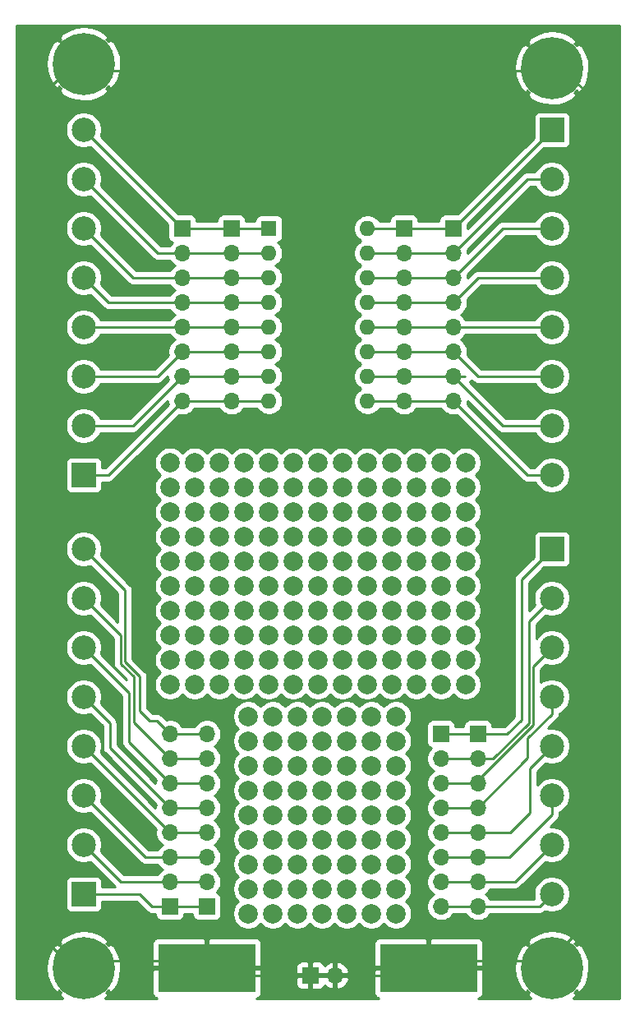
<source format=gbr>
%TF.GenerationSoftware,KiCad,Pcbnew,(5.1.6)-1*%
%TF.CreationDate,2021-07-16T15:07:44-04:00*%
%TF.ProjectId,ProbeMaster,50726f62-654d-4617-9374-65722e6b6963,rev?*%
%TF.SameCoordinates,Original*%
%TF.FileFunction,Copper,L1,Top*%
%TF.FilePolarity,Positive*%
%FSLAX46Y46*%
G04 Gerber Fmt 4.6, Leading zero omitted, Abs format (unit mm)*
G04 Created by KiCad (PCBNEW (5.1.6)-1) date 2021-07-16 15:07:44*
%MOMM*%
%LPD*%
G01*
G04 APERTURE LIST*
%TA.AperFunction,ComponentPad*%
%ADD10C,2.000000*%
%TD*%
%TA.AperFunction,ComponentPad*%
%ADD11R,2.500000X2.500000*%
%TD*%
%TA.AperFunction,ComponentPad*%
%ADD12C,2.500000*%
%TD*%
%TA.AperFunction,SMDPad,CuDef*%
%ADD13R,10.000000X5.000000*%
%TD*%
%TA.AperFunction,ComponentPad*%
%ADD14C,6.400000*%
%TD*%
%TA.AperFunction,ComponentPad*%
%ADD15C,0.800000*%
%TD*%
%TA.AperFunction,ComponentPad*%
%ADD16O,1.700000X1.700000*%
%TD*%
%TA.AperFunction,ComponentPad*%
%ADD17R,1.700000X1.700000*%
%TD*%
%TA.AperFunction,ComponentPad*%
%ADD18R,1.600000X1.600000*%
%TD*%
%TA.AperFunction,ComponentPad*%
%ADD19O,1.600000X1.600000*%
%TD*%
%TA.AperFunction,ViaPad*%
%ADD20C,0.800000*%
%TD*%
%TA.AperFunction,Conductor*%
%ADD21C,0.250000*%
%TD*%
%TA.AperFunction,Conductor*%
%ADD22C,0.254000*%
%TD*%
G04 APERTURE END LIST*
D10*
%TO.P,,1*%
%TO.N,N/C*%
X199840000Y-136620000D03*
%TD*%
%TO.P,,1*%
%TO.N,N/C*%
X197300000Y-136620000D03*
%TD*%
%TO.P,,1*%
%TO.N,N/C*%
X194760000Y-136620000D03*
%TD*%
%TO.P,,1*%
%TO.N,N/C*%
X192220000Y-136620000D03*
%TD*%
%TO.P,,1*%
%TO.N,N/C*%
X189680000Y-136620000D03*
%TD*%
%TO.P,,1*%
%TO.N,N/C*%
X187140000Y-136620000D03*
%TD*%
%TO.P,,1*%
%TO.N,N/C*%
X184600000Y-136620000D03*
%TD*%
%TO.P,,1*%
%TO.N,N/C*%
X199840000Y-134080000D03*
%TD*%
%TO.P,,1*%
%TO.N,N/C*%
X197300000Y-134080000D03*
%TD*%
%TO.P,,1*%
%TO.N,N/C*%
X194760000Y-134080000D03*
%TD*%
%TO.P,,1*%
%TO.N,N/C*%
X192220000Y-134080000D03*
%TD*%
%TO.P,,1*%
%TO.N,N/C*%
X189680000Y-134080000D03*
%TD*%
%TO.P,,1*%
%TO.N,N/C*%
X187140000Y-134080000D03*
%TD*%
%TO.P,,1*%
%TO.N,N/C*%
X184600000Y-134080000D03*
%TD*%
%TO.P,,1*%
%TO.N,N/C*%
X199840000Y-131540000D03*
%TD*%
%TO.P,,1*%
%TO.N,N/C*%
X197300000Y-131540000D03*
%TD*%
%TO.P,,1*%
%TO.N,N/C*%
X194760000Y-131540000D03*
%TD*%
%TO.P,,1*%
%TO.N,N/C*%
X192220000Y-131540000D03*
%TD*%
%TO.P,,1*%
%TO.N,N/C*%
X189680000Y-131540000D03*
%TD*%
%TO.P,,1*%
%TO.N,N/C*%
X187140000Y-131540000D03*
%TD*%
%TO.P,,1*%
%TO.N,N/C*%
X184600000Y-131540000D03*
%TD*%
%TO.P,,1*%
%TO.N,N/C*%
X199840000Y-129000000D03*
%TD*%
%TO.P,,1*%
%TO.N,N/C*%
X197300000Y-129000000D03*
%TD*%
%TO.P,,1*%
%TO.N,N/C*%
X194760000Y-129000000D03*
%TD*%
%TO.P,,1*%
%TO.N,N/C*%
X192220000Y-129000000D03*
%TD*%
%TO.P,,1*%
%TO.N,N/C*%
X189680000Y-129000000D03*
%TD*%
%TO.P,,1*%
%TO.N,N/C*%
X187140000Y-129000000D03*
%TD*%
%TO.P,,1*%
%TO.N,N/C*%
X184600000Y-129000000D03*
%TD*%
%TO.P,,1*%
%TO.N,N/C*%
X199840000Y-126460000D03*
%TD*%
%TO.P,,1*%
%TO.N,N/C*%
X197300000Y-126460000D03*
%TD*%
%TO.P,,1*%
%TO.N,N/C*%
X194760000Y-126460000D03*
%TD*%
%TO.P,,1*%
%TO.N,N/C*%
X192220000Y-126460000D03*
%TD*%
%TO.P,,1*%
%TO.N,N/C*%
X189680000Y-126460000D03*
%TD*%
%TO.P,,1*%
%TO.N,N/C*%
X187140000Y-126460000D03*
%TD*%
%TO.P,,1*%
%TO.N,N/C*%
X184600000Y-126460000D03*
%TD*%
%TO.P,,1*%
%TO.N,N/C*%
X199840000Y-123920000D03*
%TD*%
%TO.P,,1*%
%TO.N,N/C*%
X197300000Y-123920000D03*
%TD*%
%TO.P,,1*%
%TO.N,N/C*%
X194760000Y-123920000D03*
%TD*%
%TO.P,,1*%
%TO.N,N/C*%
X192220000Y-123920000D03*
%TD*%
%TO.P,,1*%
%TO.N,N/C*%
X189680000Y-123920000D03*
%TD*%
%TO.P,,1*%
%TO.N,N/C*%
X187140000Y-123920000D03*
%TD*%
%TO.P,,1*%
%TO.N,N/C*%
X184600000Y-123920000D03*
%TD*%
%TO.P,,1*%
%TO.N,N/C*%
X199840000Y-121380000D03*
%TD*%
%TO.P,,1*%
%TO.N,N/C*%
X197300000Y-121380000D03*
%TD*%
%TO.P,,1*%
%TO.N,N/C*%
X194760000Y-121380000D03*
%TD*%
%TO.P,,1*%
%TO.N,N/C*%
X192220000Y-121380000D03*
%TD*%
%TO.P,,1*%
%TO.N,N/C*%
X189680000Y-121380000D03*
%TD*%
%TO.P,,1*%
%TO.N,N/C*%
X187140000Y-121380000D03*
%TD*%
%TO.P,,1*%
%TO.N,N/C*%
X184600000Y-121380000D03*
%TD*%
%TO.P,,1*%
%TO.N,N/C*%
X199840000Y-118840000D03*
%TD*%
%TO.P,,1*%
%TO.N,N/C*%
X197300000Y-118840000D03*
%TD*%
%TO.P,,1*%
%TO.N,N/C*%
X194760000Y-118840000D03*
%TD*%
%TO.P,,1*%
%TO.N,N/C*%
X192220000Y-118840000D03*
%TD*%
%TO.P,,1*%
%TO.N,N/C*%
X189680000Y-118840000D03*
%TD*%
%TO.P,,1*%
%TO.N,N/C*%
X187140000Y-118840000D03*
%TD*%
%TO.P,,1*%
%TO.N,N/C*%
X184600000Y-118840000D03*
%TD*%
%TO.P,,1*%
%TO.N,N/C*%
X199840000Y-116300000D03*
%TD*%
%TO.P,,1*%
%TO.N,N/C*%
X197300000Y-116300000D03*
%TD*%
%TO.P,,1*%
%TO.N,N/C*%
X194760000Y-116300000D03*
%TD*%
%TO.P,,1*%
%TO.N,N/C*%
X192220000Y-116300000D03*
%TD*%
%TO.P,,1*%
%TO.N,N/C*%
X189680000Y-116300000D03*
%TD*%
%TO.P,,1*%
%TO.N,N/C*%
X187140000Y-116300000D03*
%TD*%
%TO.P,,1*%
%TO.N,N/C*%
X184600000Y-116300000D03*
%TD*%
D11*
%TO.P,J5,1*%
%TO.N,Net-(J3-Pad1)*%
X215900000Y-55880000D03*
D12*
%TO.P,J5,2*%
%TO.N,Net-(J3-Pad2)*%
X215900000Y-60960000D03*
%TO.P,J5,3*%
%TO.N,Net-(J3-Pad3)*%
X215900000Y-66040000D03*
%TO.P,J5,4*%
%TO.N,Net-(J3-Pad4)*%
X215900000Y-71120000D03*
%TO.P,J5,5*%
%TO.N,Net-(J3-Pad5)*%
X215900000Y-76200000D03*
%TO.P,J5,6*%
%TO.N,Net-(J3-Pad6)*%
X215900000Y-81280000D03*
%TO.P,J5,7*%
%TO.N,Net-(J3-Pad7)*%
X215900000Y-86360000D03*
%TO.P,J5,8*%
%TO.N,Net-(J3-Pad8)*%
X215900000Y-91440000D03*
%TD*%
D13*
%TO.P,GND,1*%
%TO.N,GND*%
X203200000Y-142240000D03*
%TD*%
%TO.P,REF\u002A\u002A,1*%
%TO.N,GND*%
X180340000Y-142240000D03*
%TD*%
D14*
%TO.P,REF\u002A\u002A,1*%
%TO.N,GND*%
X167640000Y-142240000D03*
D15*
%TO.N,N/C*%
X170040000Y-142240000D03*
X169337056Y-143937056D03*
X167640000Y-144640000D03*
X165942944Y-143937056D03*
X165240000Y-142240000D03*
X165942944Y-140542944D03*
X167640000Y-139840000D03*
X169337056Y-140542944D03*
%TD*%
%TO.P,REF\u002A\u002A,1*%
%TO.N,N/C*%
X217597056Y-140542944D03*
X215900000Y-139840000D03*
X214202944Y-140542944D03*
X213500000Y-142240000D03*
X214202944Y-143937056D03*
X215900000Y-144640000D03*
X217597056Y-143937056D03*
X218300000Y-142240000D03*
D14*
%TO.N,GND*%
X215900000Y-142240000D03*
%TD*%
%TO.P,REF\u002A\u002A,1*%
%TO.N,GND*%
X215900000Y-49530000D03*
D15*
%TO.N,N/C*%
X218300000Y-49530000D03*
X217597056Y-51227056D03*
X215900000Y-51930000D03*
X214202944Y-51227056D03*
X213500000Y-49530000D03*
X214202944Y-47832944D03*
X215900000Y-47130000D03*
X217597056Y-47832944D03*
%TD*%
%TO.P,REF\u002A\u002A,1*%
%TO.N,N/C*%
X169337056Y-47405888D03*
X167640000Y-46702944D03*
X165942944Y-47405888D03*
X165240000Y-49102944D03*
X165942944Y-50800000D03*
X167640000Y-51502944D03*
X169337056Y-50800000D03*
X170040000Y-49102944D03*
D14*
%TO.N,GND*%
X167640000Y-49102944D03*
%TD*%
D10*
%TO.P,,1*%
%TO.N,N/C*%
X207010000Y-113030000D03*
%TD*%
%TO.P,,1*%
%TO.N,N/C*%
X204470000Y-113030000D03*
%TD*%
%TO.P,,1*%
%TO.N,N/C*%
X201930000Y-113030000D03*
%TD*%
%TO.P,,1*%
%TO.N,N/C*%
X199390000Y-113030000D03*
%TD*%
%TO.P,,1*%
%TO.N,N/C*%
X196850000Y-113030000D03*
%TD*%
%TO.P,,1*%
%TO.N,N/C*%
X194310000Y-113030000D03*
%TD*%
%TO.P,,1*%
%TO.N,N/C*%
X191770000Y-113030000D03*
%TD*%
%TO.P,,1*%
%TO.N,N/C*%
X189230000Y-113030000D03*
%TD*%
%TO.P,,1*%
%TO.N,N/C*%
X186690000Y-113030000D03*
%TD*%
%TO.P,,1*%
%TO.N,N/C*%
X184150000Y-113030000D03*
%TD*%
%TO.P,,1*%
%TO.N,N/C*%
X181610000Y-113030000D03*
%TD*%
%TO.P,,1*%
%TO.N,N/C*%
X179070000Y-113030000D03*
%TD*%
%TO.P,,1*%
%TO.N,N/C*%
X176530000Y-113030000D03*
%TD*%
%TO.P,,1*%
%TO.N,N/C*%
X207010000Y-110490000D03*
%TD*%
%TO.P,,1*%
%TO.N,N/C*%
X204470000Y-110490000D03*
%TD*%
%TO.P,,1*%
%TO.N,N/C*%
X201930000Y-110490000D03*
%TD*%
%TO.P,,1*%
%TO.N,N/C*%
X199390000Y-110490000D03*
%TD*%
%TO.P,,1*%
%TO.N,N/C*%
X196850000Y-110490000D03*
%TD*%
%TO.P,,1*%
%TO.N,N/C*%
X194310000Y-110490000D03*
%TD*%
%TO.P,,1*%
%TO.N,N/C*%
X191770000Y-110490000D03*
%TD*%
%TO.P,,1*%
%TO.N,N/C*%
X189230000Y-110490000D03*
%TD*%
%TO.P,,1*%
%TO.N,N/C*%
X186690000Y-110490000D03*
%TD*%
%TO.P,,1*%
%TO.N,N/C*%
X184150000Y-110490000D03*
%TD*%
%TO.P,,1*%
%TO.N,N/C*%
X181610000Y-110490000D03*
%TD*%
%TO.P,,1*%
%TO.N,N/C*%
X179070000Y-110490000D03*
%TD*%
%TO.P,,1*%
%TO.N,N/C*%
X176530000Y-110490000D03*
%TD*%
%TO.P,,1*%
%TO.N,N/C*%
X207010000Y-107950000D03*
%TD*%
%TO.P,,1*%
%TO.N,N/C*%
X204470000Y-107950000D03*
%TD*%
%TO.P,,1*%
%TO.N,N/C*%
X201930000Y-107950000D03*
%TD*%
%TO.P,,1*%
%TO.N,N/C*%
X199390000Y-107950000D03*
%TD*%
%TO.P,,1*%
%TO.N,N/C*%
X196850000Y-107950000D03*
%TD*%
%TO.P,,1*%
%TO.N,N/C*%
X194310000Y-107950000D03*
%TD*%
%TO.P,,1*%
%TO.N,N/C*%
X191770000Y-107950000D03*
%TD*%
%TO.P,,1*%
%TO.N,N/C*%
X189230000Y-107950000D03*
%TD*%
%TO.P,,1*%
%TO.N,N/C*%
X186690000Y-107950000D03*
%TD*%
%TO.P,,1*%
%TO.N,N/C*%
X184150000Y-107950000D03*
%TD*%
%TO.P,,1*%
%TO.N,N/C*%
X181610000Y-107950000D03*
%TD*%
%TO.P,,1*%
%TO.N,N/C*%
X179070000Y-107950000D03*
%TD*%
%TO.P,,1*%
%TO.N,N/C*%
X176530000Y-107950000D03*
%TD*%
%TO.P,,1*%
%TO.N,N/C*%
X207010000Y-105410000D03*
%TD*%
%TO.P,,1*%
%TO.N,N/C*%
X204470000Y-105410000D03*
%TD*%
%TO.P,,1*%
%TO.N,N/C*%
X201930000Y-105410000D03*
%TD*%
%TO.P,,1*%
%TO.N,N/C*%
X199390000Y-105410000D03*
%TD*%
%TO.P,,1*%
%TO.N,N/C*%
X196850000Y-105410000D03*
%TD*%
%TO.P,,1*%
%TO.N,N/C*%
X194310000Y-105410000D03*
%TD*%
%TO.P,,1*%
%TO.N,N/C*%
X191770000Y-105410000D03*
%TD*%
%TO.P,,1*%
%TO.N,N/C*%
X189230000Y-105410000D03*
%TD*%
%TO.P,,1*%
%TO.N,N/C*%
X186690000Y-105410000D03*
%TD*%
%TO.P,,1*%
%TO.N,N/C*%
X184150000Y-105410000D03*
%TD*%
%TO.P,,1*%
%TO.N,N/C*%
X181610000Y-105410000D03*
%TD*%
%TO.P,,1*%
%TO.N,N/C*%
X179070000Y-105410000D03*
%TD*%
%TO.P,,1*%
%TO.N,N/C*%
X176530000Y-105410000D03*
%TD*%
%TO.P,,1*%
%TO.N,N/C*%
X207010000Y-102870000D03*
%TD*%
%TO.P,,1*%
%TO.N,N/C*%
X204470000Y-102870000D03*
%TD*%
%TO.P,,1*%
%TO.N,N/C*%
X201930000Y-102870000D03*
%TD*%
%TO.P,,1*%
%TO.N,N/C*%
X199390000Y-102870000D03*
%TD*%
%TO.P,,1*%
%TO.N,N/C*%
X196850000Y-102870000D03*
%TD*%
%TO.P,,1*%
%TO.N,N/C*%
X194310000Y-102870000D03*
%TD*%
%TO.P,,1*%
%TO.N,N/C*%
X191770000Y-102870000D03*
%TD*%
%TO.P,,1*%
%TO.N,N/C*%
X189230000Y-102870000D03*
%TD*%
%TO.P,,1*%
%TO.N,N/C*%
X186690000Y-102870000D03*
%TD*%
%TO.P,,1*%
%TO.N,N/C*%
X184150000Y-102870000D03*
%TD*%
%TO.P,,1*%
%TO.N,N/C*%
X181610000Y-102870000D03*
%TD*%
%TO.P,,1*%
%TO.N,N/C*%
X179070000Y-102870000D03*
%TD*%
%TO.P,,1*%
%TO.N,N/C*%
X176530000Y-102870000D03*
%TD*%
%TO.P,,1*%
%TO.N,N/C*%
X207010000Y-100330000D03*
%TD*%
%TO.P,,1*%
%TO.N,N/C*%
X204470000Y-100330000D03*
%TD*%
%TO.P,,1*%
%TO.N,N/C*%
X201930000Y-100330000D03*
%TD*%
%TO.P,,1*%
%TO.N,N/C*%
X199390000Y-100330000D03*
%TD*%
%TO.P,,1*%
%TO.N,N/C*%
X196850000Y-100330000D03*
%TD*%
%TO.P,,1*%
%TO.N,N/C*%
X194310000Y-100330000D03*
%TD*%
%TO.P,,1*%
%TO.N,N/C*%
X191770000Y-100330000D03*
%TD*%
%TO.P,,1*%
%TO.N,N/C*%
X189230000Y-100330000D03*
%TD*%
%TO.P,,1*%
%TO.N,N/C*%
X186690000Y-100330000D03*
%TD*%
%TO.P,,1*%
%TO.N,N/C*%
X184150000Y-100330000D03*
%TD*%
%TO.P,,1*%
%TO.N,N/C*%
X181610000Y-100330000D03*
%TD*%
%TO.P,,1*%
%TO.N,N/C*%
X179070000Y-100330000D03*
%TD*%
%TO.P,,1*%
%TO.N,N/C*%
X176530000Y-100330000D03*
%TD*%
%TO.P,,1*%
%TO.N,N/C*%
X207010000Y-97790000D03*
%TD*%
%TO.P,,1*%
%TO.N,N/C*%
X204470000Y-97790000D03*
%TD*%
%TO.P,,1*%
%TO.N,N/C*%
X201930000Y-97790000D03*
%TD*%
%TO.P,,1*%
%TO.N,N/C*%
X199390000Y-97790000D03*
%TD*%
%TO.P,,1*%
%TO.N,N/C*%
X196850000Y-97790000D03*
%TD*%
%TO.P,,1*%
%TO.N,N/C*%
X194310000Y-97790000D03*
%TD*%
%TO.P,,1*%
%TO.N,N/C*%
X191770000Y-97790000D03*
%TD*%
%TO.P,,1*%
%TO.N,N/C*%
X189230000Y-97790000D03*
%TD*%
%TO.P,,1*%
%TO.N,N/C*%
X186690000Y-97790000D03*
%TD*%
%TO.P,,1*%
%TO.N,N/C*%
X184150000Y-97790000D03*
%TD*%
%TO.P,,1*%
%TO.N,N/C*%
X181610000Y-97790000D03*
%TD*%
%TO.P,,1*%
%TO.N,N/C*%
X179070000Y-97790000D03*
%TD*%
%TO.P,,1*%
%TO.N,N/C*%
X176530000Y-97790000D03*
%TD*%
%TO.P,,1*%
%TO.N,N/C*%
X207010000Y-95250000D03*
%TD*%
%TO.P,,1*%
%TO.N,N/C*%
X204470000Y-95250000D03*
%TD*%
%TO.P,,1*%
%TO.N,N/C*%
X201930000Y-95250000D03*
%TD*%
%TO.P,,1*%
%TO.N,N/C*%
X199390000Y-95250000D03*
%TD*%
%TO.P,,1*%
%TO.N,N/C*%
X196850000Y-95250000D03*
%TD*%
%TO.P,,1*%
%TO.N,N/C*%
X194310000Y-95250000D03*
%TD*%
%TO.P,,1*%
%TO.N,N/C*%
X191770000Y-95250000D03*
%TD*%
%TO.P,,1*%
%TO.N,N/C*%
X189230000Y-95250000D03*
%TD*%
%TO.P,,1*%
%TO.N,N/C*%
X186690000Y-95250000D03*
%TD*%
%TO.P,,1*%
%TO.N,N/C*%
X184150000Y-95250000D03*
%TD*%
%TO.P,,1*%
%TO.N,N/C*%
X181610000Y-95250000D03*
%TD*%
%TO.P,,1*%
%TO.N,N/C*%
X179070000Y-95250000D03*
%TD*%
%TO.P,,1*%
%TO.N,N/C*%
X176530000Y-95250000D03*
%TD*%
%TO.P,,1*%
%TO.N,N/C*%
X207010000Y-92710000D03*
%TD*%
%TO.P,,1*%
%TO.N,N/C*%
X204470000Y-92710000D03*
%TD*%
%TO.P,,1*%
%TO.N,N/C*%
X201930000Y-92710000D03*
%TD*%
%TO.P,,1*%
%TO.N,N/C*%
X199390000Y-92710000D03*
%TD*%
%TO.P,,1*%
%TO.N,N/C*%
X196850000Y-92710000D03*
%TD*%
%TO.P,,1*%
%TO.N,N/C*%
X194310000Y-92710000D03*
%TD*%
%TO.P,,1*%
%TO.N,N/C*%
X191770000Y-92710000D03*
%TD*%
%TO.P,,1*%
%TO.N,N/C*%
X189230000Y-92710000D03*
%TD*%
%TO.P,,1*%
%TO.N,N/C*%
X186690000Y-92710000D03*
%TD*%
%TO.P,,1*%
%TO.N,N/C*%
X184150000Y-92710000D03*
%TD*%
%TO.P,,1*%
%TO.N,N/C*%
X181610000Y-92710000D03*
%TD*%
%TO.P,,1*%
%TO.N,N/C*%
X179070000Y-92710000D03*
%TD*%
%TO.P,,1*%
%TO.N,N/C*%
X176530000Y-92710000D03*
%TD*%
%TO.P,,1*%
%TO.N,N/C*%
X207010000Y-90170000D03*
%TD*%
%TO.P,,1*%
%TO.N,N/C*%
X204470000Y-90170000D03*
%TD*%
%TO.P,,1*%
%TO.N,N/C*%
X201930000Y-90170000D03*
%TD*%
%TO.P,,1*%
%TO.N,N/C*%
X199390000Y-90170000D03*
%TD*%
%TO.P,,1*%
%TO.N,N/C*%
X196850000Y-90170000D03*
%TD*%
%TO.P,,1*%
%TO.N,N/C*%
X194310000Y-90170000D03*
%TD*%
%TO.P,,1*%
%TO.N,N/C*%
X191770000Y-90170000D03*
%TD*%
%TO.P,,1*%
%TO.N,N/C*%
X189230000Y-90170000D03*
%TD*%
%TO.P,,1*%
%TO.N,N/C*%
X186690000Y-90170000D03*
%TD*%
%TO.P,,1*%
%TO.N,N/C*%
X184150000Y-90170000D03*
%TD*%
%TO.P,,1*%
%TO.N,N/C*%
X181610000Y-90170000D03*
%TD*%
%TO.P,,1*%
%TO.N,N/C*%
X179070000Y-90170000D03*
%TD*%
%TO.P,,1*%
%TO.N,N/C*%
X176530000Y-90170000D03*
%TD*%
D16*
%TO.P,J1,8*%
%TO.N,Net-(J1-Pad8)*%
X182880000Y-83820000D03*
%TO.P,J1,7*%
%TO.N,Net-(J1-Pad7)*%
X182880000Y-81280000D03*
%TO.P,J1,6*%
%TO.N,Net-(J1-Pad6)*%
X182880000Y-78740000D03*
%TO.P,J1,5*%
%TO.N,Net-(J1-Pad5)*%
X182880000Y-76200000D03*
%TO.P,J1,4*%
%TO.N,Net-(J1-Pad4)*%
X182880000Y-73660000D03*
%TO.P,J1,3*%
%TO.N,Net-(J1-Pad3)*%
X182880000Y-71120000D03*
%TO.P,J1,2*%
%TO.N,Net-(J1-Pad2)*%
X182880000Y-68580000D03*
D17*
%TO.P,J1,1*%
%TO.N,Net-(J1-Pad1)*%
X182880000Y-66040000D03*
%TD*%
%TO.P,J2,1*%
%TO.N,Net-(J1-Pad1)*%
X177800000Y-66040000D03*
D16*
%TO.P,J2,2*%
%TO.N,Net-(J1-Pad2)*%
X177800000Y-68580000D03*
%TO.P,J2,3*%
%TO.N,Net-(J1-Pad3)*%
X177800000Y-71120000D03*
%TO.P,J2,4*%
%TO.N,Net-(J1-Pad4)*%
X177800000Y-73660000D03*
%TO.P,J2,5*%
%TO.N,Net-(J1-Pad5)*%
X177800000Y-76200000D03*
%TO.P,J2,6*%
%TO.N,Net-(J1-Pad6)*%
X177800000Y-78740000D03*
%TO.P,J2,7*%
%TO.N,Net-(J1-Pad7)*%
X177800000Y-81280000D03*
%TO.P,J2,8*%
%TO.N,Net-(J1-Pad8)*%
X177800000Y-83820000D03*
%TD*%
%TO.P,J3,8*%
%TO.N,Net-(J3-Pad8)*%
X200660000Y-83820000D03*
%TO.P,J3,7*%
%TO.N,Net-(J3-Pad7)*%
X200660000Y-81280000D03*
%TO.P,J3,6*%
%TO.N,Net-(J3-Pad6)*%
X200660000Y-78740000D03*
%TO.P,J3,5*%
%TO.N,Net-(J3-Pad5)*%
X200660000Y-76200000D03*
%TO.P,J3,4*%
%TO.N,Net-(J3-Pad4)*%
X200660000Y-73660000D03*
%TO.P,J3,3*%
%TO.N,Net-(J3-Pad3)*%
X200660000Y-71120000D03*
%TO.P,J3,2*%
%TO.N,Net-(J3-Pad2)*%
X200660000Y-68580000D03*
D17*
%TO.P,J3,1*%
%TO.N,Net-(J3-Pad1)*%
X200660000Y-66040000D03*
%TD*%
%TO.P,J4,1*%
%TO.N,Net-(J3-Pad1)*%
X205740000Y-66040000D03*
D16*
%TO.P,J4,2*%
%TO.N,Net-(J3-Pad2)*%
X205740000Y-68580000D03*
%TO.P,J4,3*%
%TO.N,Net-(J3-Pad3)*%
X205740000Y-71120000D03*
%TO.P,J4,4*%
%TO.N,Net-(J3-Pad4)*%
X205740000Y-73660000D03*
%TO.P,J4,5*%
%TO.N,Net-(J3-Pad5)*%
X205740000Y-76200000D03*
%TO.P,J4,6*%
%TO.N,Net-(J3-Pad6)*%
X205740000Y-78740000D03*
%TO.P,J4,7*%
%TO.N,Net-(J3-Pad7)*%
X205740000Y-81280000D03*
%TO.P,J4,8*%
%TO.N,Net-(J3-Pad8)*%
X205740000Y-83820000D03*
%TD*%
D11*
%TO.P,J6,1*%
%TO.N,Net-(J6-Pad1)*%
X215900000Y-99060000D03*
D12*
%TO.P,J6,2*%
%TO.N,Net-(J6-Pad2)*%
X215900000Y-104140000D03*
%TO.P,J6,3*%
%TO.N,Net-(J6-Pad3)*%
X215900000Y-109220000D03*
%TO.P,J6,4*%
%TO.N,Net-(J6-Pad4)*%
X215900000Y-114300000D03*
%TO.P,J6,5*%
%TO.N,Net-(J6-Pad5)*%
X215900000Y-119380000D03*
%TO.P,J6,6*%
%TO.N,Net-(J6-Pad6)*%
X215900000Y-124460000D03*
%TO.P,J6,7*%
%TO.N,Net-(J6-Pad7)*%
X215900000Y-129540000D03*
%TO.P,J6,8*%
%TO.N,Net-(J6-Pad8)*%
X215900000Y-134620000D03*
%TD*%
%TO.P,J7,8*%
%TO.N,Net-(J1-Pad1)*%
X167640000Y-55880000D03*
%TO.P,J7,7*%
%TO.N,Net-(J1-Pad2)*%
X167640000Y-60960000D03*
%TO.P,J7,6*%
%TO.N,Net-(J1-Pad3)*%
X167640000Y-66040000D03*
%TO.P,J7,5*%
%TO.N,Net-(J1-Pad4)*%
X167640000Y-71120000D03*
%TO.P,J7,4*%
%TO.N,Net-(J1-Pad5)*%
X167640000Y-76200000D03*
%TO.P,J7,3*%
%TO.N,Net-(J1-Pad6)*%
X167640000Y-81280000D03*
%TO.P,J7,2*%
%TO.N,Net-(J1-Pad7)*%
X167640000Y-86360000D03*
D11*
%TO.P,J7,1*%
%TO.N,Net-(J1-Pad8)*%
X167640000Y-91440000D03*
%TD*%
D16*
%TO.P,J8,8*%
%TO.N,Net-(J6-Pad8)*%
X208280000Y-135890000D03*
%TO.P,J8,7*%
%TO.N,Net-(J6-Pad7)*%
X208280000Y-133350000D03*
%TO.P,J8,6*%
%TO.N,Net-(J6-Pad6)*%
X208280000Y-130810000D03*
%TO.P,J8,5*%
%TO.N,Net-(J6-Pad5)*%
X208280000Y-128270000D03*
%TO.P,J8,4*%
%TO.N,Net-(J6-Pad4)*%
X208280000Y-125730000D03*
%TO.P,J8,3*%
%TO.N,Net-(J6-Pad3)*%
X208280000Y-123190000D03*
%TO.P,J8,2*%
%TO.N,Net-(J6-Pad2)*%
X208280000Y-120650000D03*
D17*
%TO.P,J8,1*%
%TO.N,Net-(J6-Pad1)*%
X208280000Y-118110000D03*
%TD*%
%TO.P,J9,1*%
%TO.N,Net-(J6-Pad1)*%
X204470000Y-118110000D03*
D16*
%TO.P,J9,2*%
%TO.N,Net-(J6-Pad2)*%
X204470000Y-120650000D03*
%TO.P,J9,3*%
%TO.N,Net-(J6-Pad3)*%
X204470000Y-123190000D03*
%TO.P,J9,4*%
%TO.N,Net-(J6-Pad4)*%
X204470000Y-125730000D03*
%TO.P,J9,5*%
%TO.N,Net-(J6-Pad5)*%
X204470000Y-128270000D03*
%TO.P,J9,6*%
%TO.N,Net-(J6-Pad6)*%
X204470000Y-130810000D03*
%TO.P,J9,7*%
%TO.N,Net-(J6-Pad7)*%
X204470000Y-133350000D03*
%TO.P,J9,8*%
%TO.N,Net-(J6-Pad8)*%
X204470000Y-135890000D03*
%TD*%
D17*
%TO.P,J10,1*%
%TO.N,Net-(J10-Pad1)*%
X180340000Y-135890000D03*
D16*
%TO.P,J10,2*%
%TO.N,Net-(J10-Pad2)*%
X180340000Y-133350000D03*
%TO.P,J10,3*%
%TO.N,Net-(J10-Pad3)*%
X180340000Y-130810000D03*
%TO.P,J10,4*%
%TO.N,Net-(J10-Pad4)*%
X180340000Y-128270000D03*
%TO.P,J10,5*%
%TO.N,Net-(J10-Pad5)*%
X180340000Y-125730000D03*
%TO.P,J10,6*%
%TO.N,Net-(J10-Pad6)*%
X180340000Y-123190000D03*
%TO.P,J10,7*%
%TO.N,Net-(J10-Pad7)*%
X180340000Y-120650000D03*
%TO.P,J10,8*%
%TO.N,Net-(J10-Pad8)*%
X180340000Y-118110000D03*
%TD*%
%TO.P,J11,8*%
%TO.N,Net-(J10-Pad8)*%
X176530000Y-118110000D03*
%TO.P,J11,7*%
%TO.N,Net-(J10-Pad7)*%
X176530000Y-120650000D03*
%TO.P,J11,6*%
%TO.N,Net-(J10-Pad6)*%
X176530000Y-123190000D03*
%TO.P,J11,5*%
%TO.N,Net-(J10-Pad5)*%
X176530000Y-125730000D03*
%TO.P,J11,4*%
%TO.N,Net-(J10-Pad4)*%
X176530000Y-128270000D03*
%TO.P,J11,3*%
%TO.N,Net-(J10-Pad3)*%
X176530000Y-130810000D03*
%TO.P,J11,2*%
%TO.N,Net-(J10-Pad2)*%
X176530000Y-133350000D03*
D17*
%TO.P,J11,1*%
%TO.N,Net-(J10-Pad1)*%
X176530000Y-135890000D03*
%TD*%
D12*
%TO.P,J12,8*%
%TO.N,Net-(J10-Pad8)*%
X167640000Y-99060000D03*
%TO.P,J12,7*%
%TO.N,Net-(J10-Pad7)*%
X167640000Y-104140000D03*
%TO.P,J12,6*%
%TO.N,Net-(J10-Pad6)*%
X167640000Y-109220000D03*
%TO.P,J12,5*%
%TO.N,Net-(J10-Pad5)*%
X167640000Y-114300000D03*
%TO.P,J12,4*%
%TO.N,Net-(J10-Pad4)*%
X167640000Y-119380000D03*
%TO.P,J12,3*%
%TO.N,Net-(J10-Pad3)*%
X167640000Y-124460000D03*
%TO.P,J12,2*%
%TO.N,Net-(J10-Pad2)*%
X167640000Y-129540000D03*
D11*
%TO.P,J12,1*%
%TO.N,Net-(J10-Pad1)*%
X167640000Y-134620000D03*
%TD*%
D18*
%TO.P,SW1,1*%
%TO.N,Net-(J1-Pad1)*%
X186740800Y-66040000D03*
D19*
%TO.P,SW1,9*%
%TO.N,Net-(J3-Pad8)*%
X196900800Y-83820000D03*
%TO.P,SW1,2*%
%TO.N,Net-(J1-Pad2)*%
X186740800Y-68580000D03*
%TO.P,SW1,10*%
%TO.N,Net-(J3-Pad7)*%
X196900800Y-81280000D03*
%TO.P,SW1,3*%
%TO.N,Net-(J1-Pad3)*%
X186740800Y-71120000D03*
%TO.P,SW1,11*%
%TO.N,Net-(J3-Pad6)*%
X196900800Y-78740000D03*
%TO.P,SW1,4*%
%TO.N,Net-(J1-Pad4)*%
X186740800Y-73660000D03*
%TO.P,SW1,12*%
%TO.N,Net-(J3-Pad5)*%
X196900800Y-76200000D03*
%TO.P,SW1,5*%
%TO.N,Net-(J1-Pad5)*%
X186740800Y-76200000D03*
%TO.P,SW1,13*%
%TO.N,Net-(J3-Pad4)*%
X196900800Y-73660000D03*
%TO.P,SW1,6*%
%TO.N,Net-(J1-Pad6)*%
X186740800Y-78740000D03*
%TO.P,SW1,14*%
%TO.N,Net-(J3-Pad3)*%
X196900800Y-71120000D03*
%TO.P,SW1,7*%
%TO.N,Net-(J1-Pad7)*%
X186740800Y-81280000D03*
%TO.P,SW1,15*%
%TO.N,Net-(J3-Pad2)*%
X196900800Y-68580000D03*
%TO.P,SW1,8*%
%TO.N,Net-(J1-Pad8)*%
X186740800Y-83820000D03*
%TO.P,SW1,16*%
%TO.N,Net-(J3-Pad1)*%
X196900800Y-66040000D03*
%TD*%
D17*
%TO.P,GND,1*%
%TO.N,GND*%
X191000000Y-143000000D03*
D16*
%TO.P,GND,2*%
X193540000Y-143000000D03*
%TD*%
D20*
%TO.N,GND*%
X173000000Y-49000000D03*
X211000000Y-49000000D03*
X172000000Y-139000000D03*
X211000000Y-139000000D03*
X165000000Y-96000000D03*
X219000000Y-95000000D03*
%TD*%
D21*
%TO.N,GND*%
X202784999Y-141824999D02*
X203200000Y-142240000D01*
%TO.N,Net-(J1-Pad8)*%
X186740800Y-83820000D02*
X182880000Y-83820000D01*
X182880000Y-83820000D02*
X177800000Y-83820000D01*
X170180000Y-91440000D02*
X177800000Y-83820000D01*
X167640000Y-91440000D02*
X170180000Y-91440000D01*
%TO.N,Net-(J1-Pad7)*%
X186740800Y-81280000D02*
X182880000Y-81280000D01*
X182880000Y-81280000D02*
X177800000Y-81280000D01*
X172720000Y-86360000D02*
X177800000Y-81280000D01*
X167640000Y-86360000D02*
X172720000Y-86360000D01*
%TO.N,Net-(J1-Pad6)*%
X186740800Y-78740000D02*
X182880000Y-78740000D01*
X182880000Y-78740000D02*
X177800000Y-78740000D01*
X175260000Y-81280000D02*
X177800000Y-78740000D01*
X167640000Y-81280000D02*
X175260000Y-81280000D01*
%TO.N,Net-(J1-Pad5)*%
X186740800Y-76200000D02*
X182880000Y-76200000D01*
X182880000Y-76200000D02*
X177800000Y-76200000D01*
X167640000Y-76200000D02*
X177800000Y-76200000D01*
%TO.N,Net-(J1-Pad4)*%
X186740800Y-73660000D02*
X182880000Y-73660000D01*
X182880000Y-73660000D02*
X177800000Y-73660000D01*
X170180000Y-73660000D02*
X177800000Y-73660000D01*
X167640000Y-71120000D02*
X170180000Y-73660000D01*
%TO.N,Net-(J1-Pad3)*%
X186740800Y-71120000D02*
X182880000Y-71120000D01*
X182880000Y-71120000D02*
X177800000Y-71120000D01*
X172720000Y-71120000D02*
X167640000Y-66040000D01*
X177800000Y-71120000D02*
X172720000Y-71120000D01*
%TO.N,Net-(J1-Pad2)*%
X186740800Y-68580000D02*
X182880000Y-68580000D01*
X182880000Y-68580000D02*
X177800000Y-68580000D01*
X175260000Y-68580000D02*
X167640000Y-60960000D01*
X177800000Y-68580000D02*
X175260000Y-68580000D01*
%TO.N,Net-(J1-Pad1)*%
X177800000Y-66040000D02*
X182880000Y-66040000D01*
X186740800Y-66040000D02*
X182880000Y-66040000D01*
X177800000Y-66040000D02*
X167640000Y-55880000D01*
%TO.N,Net-(J3-Pad8)*%
X196900800Y-83820000D02*
X200660000Y-83820000D01*
X200660000Y-83820000D02*
X205740000Y-83820000D01*
X213360000Y-91440000D02*
X215900000Y-91440000D01*
X205740000Y-83820000D02*
X213360000Y-91440000D01*
%TO.N,Net-(J3-Pad7)*%
X196900800Y-81280000D02*
X200660000Y-81280000D01*
X200660000Y-81280000D02*
X205740000Y-81280000D01*
X206942081Y-81280000D02*
X205740000Y-81280000D01*
X215900000Y-86360000D02*
X210820000Y-86360000D01*
X210820000Y-86360000D02*
X205740000Y-81280000D01*
%TO.N,Net-(J3-Pad6)*%
X196900800Y-78740000D02*
X200660000Y-78740000D01*
X200660000Y-78740000D02*
X205740000Y-78740000D01*
X208280000Y-81280000D02*
X205740000Y-78740000D01*
X215900000Y-81280000D02*
X208280000Y-81280000D01*
%TO.N,Net-(J3-Pad5)*%
X196900800Y-76200000D02*
X200660000Y-76200000D01*
X200660000Y-76200000D02*
X205740000Y-76200000D01*
X215900000Y-76200000D02*
X205740000Y-76200000D01*
%TO.N,Net-(J3-Pad4)*%
X196900800Y-73660000D02*
X200660000Y-73660000D01*
X200660000Y-73660000D02*
X205740000Y-73660000D01*
X208280000Y-71120000D02*
X205740000Y-73660000D01*
X215900000Y-71120000D02*
X208280000Y-71120000D01*
%TO.N,Net-(J3-Pad3)*%
X196900800Y-71120000D02*
X200660000Y-71120000D01*
X200660000Y-71120000D02*
X205740000Y-71120000D01*
X210820000Y-66040000D02*
X205740000Y-71120000D01*
X215900000Y-66040000D02*
X210820000Y-66040000D01*
%TO.N,Net-(J3-Pad2)*%
X196900800Y-68580000D02*
X200660000Y-68580000D01*
X200660000Y-68580000D02*
X205740000Y-68580000D01*
X213360000Y-60960000D02*
X205740000Y-68580000D01*
X215900000Y-60960000D02*
X213360000Y-60960000D01*
%TO.N,Net-(J3-Pad1)*%
X196900800Y-66040000D02*
X200660000Y-66040000D01*
X200660000Y-66040000D02*
X205740000Y-66040000D01*
X215900000Y-55880000D02*
X205740000Y-66040000D01*
%TO.N,Net-(J6-Pad1)*%
X204470000Y-118110000D02*
X208280000Y-118110000D01*
X212750400Y-102209600D02*
X215900000Y-99060000D01*
X212750400Y-116636800D02*
X212750400Y-102209600D01*
X208280000Y-118110000D02*
X211277200Y-118110000D01*
X211277200Y-118110000D02*
X212750400Y-116636800D01*
%TO.N,Net-(J6-Pad2)*%
X204470000Y-120650000D02*
X208280000Y-120650000D01*
X208280000Y-120650000D02*
X209854800Y-120650000D01*
X209854800Y-120650000D02*
X213512400Y-116992400D01*
X213512400Y-106527600D02*
X215900000Y-104140000D01*
X213512400Y-116992400D02*
X213512400Y-106527600D01*
%TO.N,Net-(J6-Pad3)*%
X204470000Y-123190000D02*
X208280000Y-123190000D01*
X208280000Y-122861210D02*
X213962411Y-117178800D01*
X208280000Y-123190000D02*
X208280000Y-122861210D01*
X213962411Y-111157589D02*
X215900000Y-109220000D01*
X213962411Y-117178800D02*
X213962411Y-111157589D01*
%TO.N,Net-(J6-Pad4)*%
X208280000Y-125730000D02*
X204470000Y-125730000D01*
X215900000Y-116067766D02*
X215900000Y-114300000D01*
X213396420Y-118571346D02*
X215900000Y-116067766D01*
X213396420Y-120613580D02*
X213396420Y-118571346D01*
X208280000Y-125730000D02*
X213396420Y-120613580D01*
%TO.N,Net-(J6-Pad5)*%
X204470000Y-128270000D02*
X208280000Y-128270000D01*
X208280000Y-128270000D02*
X211582000Y-128270000D01*
X211582000Y-128270000D02*
X213614000Y-126238000D01*
X213614000Y-121666000D02*
X215900000Y-119380000D01*
X213614000Y-126238000D02*
X213614000Y-121666000D01*
%TO.N,Net-(J6-Pad6)*%
X208280000Y-130810000D02*
X204470000Y-130810000D01*
X208280000Y-130810000D02*
X211531200Y-130810000D01*
X211531200Y-130810000D02*
X215900000Y-126441200D01*
X215900000Y-126441200D02*
X215900000Y-124460000D01*
%TO.N,Net-(J6-Pad7)*%
X204470000Y-133350000D02*
X208280000Y-133350000D01*
X212090000Y-133350000D02*
X215900000Y-129540000D01*
X208280000Y-133350000D02*
X212090000Y-133350000D01*
%TO.N,Net-(J6-Pad8)*%
X208280000Y-135890000D02*
X204470000Y-135890000D01*
X214630000Y-135890000D02*
X215900000Y-134620000D01*
X208280000Y-135890000D02*
X214630000Y-135890000D01*
%TO.N,Net-(J10-Pad1)*%
X167640000Y-134620000D02*
X173380400Y-134620000D01*
X174650400Y-135890000D02*
X180340000Y-135890000D01*
X173380400Y-134620000D02*
X174650400Y-135890000D01*
%TO.N,Net-(J10-Pad2)*%
X171450000Y-133350000D02*
X167640000Y-129540000D01*
X176530000Y-133350000D02*
X171450000Y-133350000D01*
X176530000Y-133350000D02*
X180340000Y-133350000D01*
%TO.N,Net-(J10-Pad3)*%
X180340000Y-130810000D02*
X176530000Y-130810000D01*
X173990000Y-130810000D02*
X167640000Y-124460000D01*
X176530000Y-130810000D02*
X173990000Y-130810000D01*
%TO.N,Net-(J10-Pad4)*%
X180340000Y-128270000D02*
X176530000Y-128270000D01*
X176530000Y-128270000D02*
X167640000Y-119380000D01*
%TO.N,Net-(J10-Pad5)*%
X180340000Y-125730000D02*
X176530000Y-125730000D01*
X176530000Y-125730000D02*
X170332400Y-119532400D01*
X170332400Y-116992400D02*
X167640000Y-114300000D01*
X170332400Y-119532400D02*
X170332400Y-116992400D01*
%TO.N,Net-(J10-Pad6)*%
X180340000Y-123190000D02*
X176530000Y-123190000D01*
X176530000Y-123190000D02*
X172313600Y-118973600D01*
X172313600Y-113893600D02*
X167640000Y-109220000D01*
X172313600Y-118973600D02*
X172313600Y-113893600D01*
%TO.N,Net-(J10-Pad7)*%
X180340000Y-120650000D02*
X176530000Y-120650000D01*
X172777989Y-116897989D02*
X172777989Y-112200400D01*
X171457189Y-107957189D02*
X167640000Y-104140000D01*
X171457189Y-110879600D02*
X171457189Y-107957189D01*
X172777989Y-112200400D02*
X171457189Y-110879600D01*
X176530000Y-120650000D02*
X172777989Y-116897989D01*
%TO.N,Net-(J10-Pad8)*%
X180340000Y-118110000D02*
X176530000Y-118110000D01*
X176530000Y-118110000D02*
X175204999Y-116784999D01*
X171907200Y-103327200D02*
X167640000Y-99060000D01*
X171907200Y-110693200D02*
X171907200Y-103327200D01*
X175204999Y-116784999D02*
X174442999Y-116784999D01*
X174442999Y-116784999D02*
X173431200Y-115773200D01*
X173431200Y-112217200D02*
X171907200Y-110693200D01*
X173431200Y-115773200D02*
X173431200Y-112217200D01*
%TO.N,GND*%
X191000000Y-143000000D02*
X185665001Y-143000000D01*
X181100000Y-143000000D02*
X180658205Y-142558205D01*
X191000000Y-143000000D02*
X181100000Y-143000000D01*
X202440000Y-143000000D02*
X202881795Y-142558205D01*
X193540000Y-143000000D02*
X202440000Y-143000000D01*
X203925001Y-141514999D02*
X203200000Y-142240000D01*
X215174999Y-141514999D02*
X203925001Y-141514999D01*
X215900000Y-142240000D02*
X215174999Y-141514999D01*
X193540000Y-143000000D02*
X191000000Y-143000000D01*
X168365001Y-141514999D02*
X167640000Y-142240000D01*
X179614999Y-141514999D02*
X168365001Y-141514999D01*
X180340000Y-142240000D02*
X179614999Y-141514999D01*
X212724943Y-49827945D02*
X213151999Y-50255001D01*
X168365001Y-49827945D02*
X212724943Y-49827945D01*
X215174999Y-50255001D02*
X215900000Y-49530000D01*
X213151999Y-50255001D02*
X215174999Y-50255001D01*
X167640000Y-49102944D02*
X168365001Y-49827945D01*
X216973002Y-49530000D02*
X220000000Y-52556998D01*
X215900000Y-49530000D02*
X216973002Y-49530000D01*
X215900000Y-141166998D02*
X215900000Y-142240000D01*
X220000000Y-137066998D02*
X215900000Y-141166998D01*
X220000000Y-52556998D02*
X220000000Y-137066998D01*
X165841997Y-49827945D02*
X164000000Y-51669942D01*
X167640000Y-49102944D02*
X166914999Y-49827945D01*
X166914999Y-49827945D02*
X165841997Y-49827945D01*
X166566998Y-142240000D02*
X167640000Y-142240000D01*
X164000000Y-139673002D02*
X166566998Y-142240000D01*
X164000000Y-51669942D02*
X164000000Y-139673002D01*
%TD*%
D22*
%TO.N,GND*%
G36*
X222835001Y-145365000D02*
G01*
X218109304Y-145365000D01*
X218421276Y-144940881D01*
X218235584Y-144755189D01*
X218256830Y-144740993D01*
X218400993Y-144596830D01*
X218415189Y-144575584D01*
X218600881Y-144761276D01*
X219090548Y-144401088D01*
X219450849Y-143737118D01*
X219674694Y-143015615D01*
X219753480Y-142264305D01*
X219684178Y-141512062D01*
X219469452Y-140787792D01*
X219117555Y-140119330D01*
X219090548Y-140078912D01*
X218600881Y-139718724D01*
X218415189Y-139904416D01*
X218400993Y-139883170D01*
X218256830Y-139739007D01*
X218235584Y-139724811D01*
X218421276Y-139539119D01*
X218061088Y-139049452D01*
X217397118Y-138689151D01*
X216675615Y-138465306D01*
X215924305Y-138386520D01*
X215172062Y-138455822D01*
X214447792Y-138670548D01*
X213779330Y-139022445D01*
X213738912Y-139049452D01*
X213378724Y-139539119D01*
X213564416Y-139724811D01*
X213543170Y-139739007D01*
X213399007Y-139883170D01*
X213384811Y-139904416D01*
X213199119Y-139718724D01*
X212709452Y-140078912D01*
X212349151Y-140742882D01*
X212125306Y-141464385D01*
X212046520Y-142215695D01*
X212115822Y-142967938D01*
X212330548Y-143692208D01*
X212682445Y-144360670D01*
X212709452Y-144401088D01*
X213199119Y-144761276D01*
X213384811Y-144575584D01*
X213399007Y-144596830D01*
X213543170Y-144740993D01*
X213564416Y-144755189D01*
X213378724Y-144940881D01*
X213690696Y-145365000D01*
X208327159Y-145365000D01*
X208444180Y-145329502D01*
X208554494Y-145270537D01*
X208651185Y-145191185D01*
X208730537Y-145094494D01*
X208789502Y-144984180D01*
X208825812Y-144864482D01*
X208838072Y-144740000D01*
X208835000Y-142525750D01*
X208676250Y-142367000D01*
X203327000Y-142367000D01*
X203327000Y-142387000D01*
X203073000Y-142387000D01*
X203073000Y-142367000D01*
X197723750Y-142367000D01*
X197565000Y-142525750D01*
X197561928Y-144740000D01*
X197574188Y-144864482D01*
X197610498Y-144984180D01*
X197669463Y-145094494D01*
X197748815Y-145191185D01*
X197845506Y-145270537D01*
X197955820Y-145329502D01*
X198072841Y-145365000D01*
X185467159Y-145365000D01*
X185584180Y-145329502D01*
X185694494Y-145270537D01*
X185791185Y-145191185D01*
X185870537Y-145094494D01*
X185929502Y-144984180D01*
X185965812Y-144864482D01*
X185978072Y-144740000D01*
X185976838Y-143850000D01*
X189511928Y-143850000D01*
X189524188Y-143974482D01*
X189560498Y-144094180D01*
X189619463Y-144204494D01*
X189698815Y-144301185D01*
X189795506Y-144380537D01*
X189905820Y-144439502D01*
X190025518Y-144475812D01*
X190150000Y-144488072D01*
X190714250Y-144485000D01*
X190873000Y-144326250D01*
X190873000Y-143127000D01*
X191127000Y-143127000D01*
X191127000Y-144326250D01*
X191285750Y-144485000D01*
X191850000Y-144488072D01*
X191974482Y-144475812D01*
X192094180Y-144439502D01*
X192204494Y-144380537D01*
X192301185Y-144301185D01*
X192380537Y-144204494D01*
X192439502Y-144094180D01*
X192463966Y-144013534D01*
X192539731Y-144097588D01*
X192773080Y-144271641D01*
X193035901Y-144396825D01*
X193183110Y-144441476D01*
X193413000Y-144320155D01*
X193413000Y-143127000D01*
X193667000Y-143127000D01*
X193667000Y-144320155D01*
X193896890Y-144441476D01*
X194044099Y-144396825D01*
X194306920Y-144271641D01*
X194540269Y-144097588D01*
X194735178Y-143881355D01*
X194884157Y-143631252D01*
X194981481Y-143356891D01*
X194860814Y-143127000D01*
X193667000Y-143127000D01*
X193413000Y-143127000D01*
X191127000Y-143127000D01*
X190873000Y-143127000D01*
X189673750Y-143127000D01*
X189515000Y-143285750D01*
X189511928Y-143850000D01*
X185976838Y-143850000D01*
X185975000Y-142525750D01*
X185816250Y-142367000D01*
X180467000Y-142367000D01*
X180467000Y-142387000D01*
X180213000Y-142387000D01*
X180213000Y-142367000D01*
X174863750Y-142367000D01*
X174705000Y-142525750D01*
X174701928Y-144740000D01*
X174714188Y-144864482D01*
X174750498Y-144984180D01*
X174809463Y-145094494D01*
X174888815Y-145191185D01*
X174985506Y-145270537D01*
X175095820Y-145329502D01*
X175212841Y-145365000D01*
X169849304Y-145365000D01*
X170161276Y-144940881D01*
X169975584Y-144755189D01*
X169996830Y-144740993D01*
X170140993Y-144596830D01*
X170155189Y-144575584D01*
X170340881Y-144761276D01*
X170830548Y-144401088D01*
X171190849Y-143737118D01*
X171414694Y-143015615D01*
X171493480Y-142264305D01*
X171482950Y-142150000D01*
X189511928Y-142150000D01*
X189515000Y-142714250D01*
X189673750Y-142873000D01*
X190873000Y-142873000D01*
X190873000Y-141673750D01*
X191127000Y-141673750D01*
X191127000Y-142873000D01*
X193413000Y-142873000D01*
X193413000Y-141679845D01*
X193667000Y-141679845D01*
X193667000Y-142873000D01*
X194860814Y-142873000D01*
X194981481Y-142643109D01*
X194884157Y-142368748D01*
X194735178Y-142118645D01*
X194540269Y-141902412D01*
X194306920Y-141728359D01*
X194044099Y-141603175D01*
X193896890Y-141558524D01*
X193667000Y-141679845D01*
X193413000Y-141679845D01*
X193183110Y-141558524D01*
X193035901Y-141603175D01*
X192773080Y-141728359D01*
X192539731Y-141902412D01*
X192463966Y-141986466D01*
X192439502Y-141905820D01*
X192380537Y-141795506D01*
X192301185Y-141698815D01*
X192204494Y-141619463D01*
X192094180Y-141560498D01*
X191974482Y-141524188D01*
X191850000Y-141511928D01*
X191285750Y-141515000D01*
X191127000Y-141673750D01*
X190873000Y-141673750D01*
X190714250Y-141515000D01*
X190150000Y-141511928D01*
X190025518Y-141524188D01*
X189905820Y-141560498D01*
X189795506Y-141619463D01*
X189698815Y-141698815D01*
X189619463Y-141795506D01*
X189560498Y-141905820D01*
X189524188Y-142025518D01*
X189511928Y-142150000D01*
X171482950Y-142150000D01*
X171424178Y-141512062D01*
X171209452Y-140787792D01*
X170857555Y-140119330D01*
X170830548Y-140078912D01*
X170369806Y-139740000D01*
X174701928Y-139740000D01*
X174705000Y-141954250D01*
X174863750Y-142113000D01*
X180213000Y-142113000D01*
X180213000Y-139263750D01*
X180467000Y-139263750D01*
X180467000Y-142113000D01*
X185816250Y-142113000D01*
X185975000Y-141954250D01*
X185978072Y-139740000D01*
X197561928Y-139740000D01*
X197565000Y-141954250D01*
X197723750Y-142113000D01*
X203073000Y-142113000D01*
X203073000Y-139263750D01*
X203327000Y-139263750D01*
X203327000Y-142113000D01*
X208676250Y-142113000D01*
X208835000Y-141954250D01*
X208838072Y-139740000D01*
X208825812Y-139615518D01*
X208789502Y-139495820D01*
X208730537Y-139385506D01*
X208651185Y-139288815D01*
X208554494Y-139209463D01*
X208444180Y-139150498D01*
X208324482Y-139114188D01*
X208200000Y-139101928D01*
X203485750Y-139105000D01*
X203327000Y-139263750D01*
X203073000Y-139263750D01*
X202914250Y-139105000D01*
X198200000Y-139101928D01*
X198075518Y-139114188D01*
X197955820Y-139150498D01*
X197845506Y-139209463D01*
X197748815Y-139288815D01*
X197669463Y-139385506D01*
X197610498Y-139495820D01*
X197574188Y-139615518D01*
X197561928Y-139740000D01*
X185978072Y-139740000D01*
X185965812Y-139615518D01*
X185929502Y-139495820D01*
X185870537Y-139385506D01*
X185791185Y-139288815D01*
X185694494Y-139209463D01*
X185584180Y-139150498D01*
X185464482Y-139114188D01*
X185340000Y-139101928D01*
X180625750Y-139105000D01*
X180467000Y-139263750D01*
X180213000Y-139263750D01*
X180054250Y-139105000D01*
X175340000Y-139101928D01*
X175215518Y-139114188D01*
X175095820Y-139150498D01*
X174985506Y-139209463D01*
X174888815Y-139288815D01*
X174809463Y-139385506D01*
X174750498Y-139495820D01*
X174714188Y-139615518D01*
X174701928Y-139740000D01*
X170369806Y-139740000D01*
X170340881Y-139718724D01*
X170155189Y-139904416D01*
X170140993Y-139883170D01*
X169996830Y-139739007D01*
X169975584Y-139724811D01*
X170161276Y-139539119D01*
X169801088Y-139049452D01*
X169137118Y-138689151D01*
X168415615Y-138465306D01*
X167664305Y-138386520D01*
X166912062Y-138455822D01*
X166187792Y-138670548D01*
X165519330Y-139022445D01*
X165478912Y-139049452D01*
X165118724Y-139539119D01*
X165304416Y-139724811D01*
X165283170Y-139739007D01*
X165139007Y-139883170D01*
X165124811Y-139904416D01*
X164939119Y-139718724D01*
X164449452Y-140078912D01*
X164089151Y-140742882D01*
X163865306Y-141464385D01*
X163786520Y-142215695D01*
X163855822Y-142967938D01*
X164070548Y-143692208D01*
X164422445Y-144360670D01*
X164449452Y-144401088D01*
X164939119Y-144761276D01*
X165124811Y-144575584D01*
X165139007Y-144596830D01*
X165283170Y-144740993D01*
X165304416Y-144755189D01*
X165118724Y-144940881D01*
X165430696Y-145365000D01*
X160705000Y-145365000D01*
X160705000Y-133370000D01*
X165751928Y-133370000D01*
X165751928Y-135870000D01*
X165764188Y-135994482D01*
X165800498Y-136114180D01*
X165859463Y-136224494D01*
X165938815Y-136321185D01*
X166035506Y-136400537D01*
X166145820Y-136459502D01*
X166265518Y-136495812D01*
X166390000Y-136508072D01*
X168890000Y-136508072D01*
X169014482Y-136495812D01*
X169134180Y-136459502D01*
X169244494Y-136400537D01*
X169341185Y-136321185D01*
X169420537Y-136224494D01*
X169479502Y-136114180D01*
X169515812Y-135994482D01*
X169528072Y-135870000D01*
X169528072Y-135380000D01*
X173065599Y-135380000D01*
X174086601Y-136401003D01*
X174110399Y-136430001D01*
X174226124Y-136524974D01*
X174358153Y-136595546D01*
X174501414Y-136639003D01*
X174613067Y-136650000D01*
X174613076Y-136650000D01*
X174650399Y-136653676D01*
X174687722Y-136650000D01*
X175041928Y-136650000D01*
X175041928Y-136740000D01*
X175054188Y-136864482D01*
X175090498Y-136984180D01*
X175149463Y-137094494D01*
X175228815Y-137191185D01*
X175325506Y-137270537D01*
X175435820Y-137329502D01*
X175555518Y-137365812D01*
X175680000Y-137378072D01*
X177380000Y-137378072D01*
X177504482Y-137365812D01*
X177624180Y-137329502D01*
X177734494Y-137270537D01*
X177831185Y-137191185D01*
X177910537Y-137094494D01*
X177969502Y-136984180D01*
X178005812Y-136864482D01*
X178018072Y-136740000D01*
X178018072Y-136650000D01*
X178851928Y-136650000D01*
X178851928Y-136740000D01*
X178864188Y-136864482D01*
X178900498Y-136984180D01*
X178959463Y-137094494D01*
X179038815Y-137191185D01*
X179135506Y-137270537D01*
X179245820Y-137329502D01*
X179365518Y-137365812D01*
X179490000Y-137378072D01*
X181190000Y-137378072D01*
X181314482Y-137365812D01*
X181434180Y-137329502D01*
X181544494Y-137270537D01*
X181641185Y-137191185D01*
X181720537Y-137094494D01*
X181779502Y-136984180D01*
X181815812Y-136864482D01*
X181828072Y-136740000D01*
X181828072Y-135040000D01*
X181815812Y-134915518D01*
X181779502Y-134795820D01*
X181720537Y-134685506D01*
X181641185Y-134588815D01*
X181544494Y-134509463D01*
X181434180Y-134450498D01*
X181361620Y-134428487D01*
X181493475Y-134296632D01*
X181655990Y-134053411D01*
X181767932Y-133783158D01*
X181825000Y-133496260D01*
X181825000Y-133203740D01*
X181767932Y-132916842D01*
X181655990Y-132646589D01*
X181493475Y-132403368D01*
X181286632Y-132196525D01*
X181112240Y-132080000D01*
X181286632Y-131963475D01*
X181493475Y-131756632D01*
X181655990Y-131513411D01*
X181767932Y-131243158D01*
X181825000Y-130956260D01*
X181825000Y-130663740D01*
X181767932Y-130376842D01*
X181655990Y-130106589D01*
X181493475Y-129863368D01*
X181286632Y-129656525D01*
X181112240Y-129540000D01*
X181286632Y-129423475D01*
X181493475Y-129216632D01*
X181655990Y-128973411D01*
X181767932Y-128703158D01*
X181825000Y-128416260D01*
X181825000Y-128123740D01*
X181767932Y-127836842D01*
X181655990Y-127566589D01*
X181493475Y-127323368D01*
X181286632Y-127116525D01*
X181112240Y-127000000D01*
X181286632Y-126883475D01*
X181493475Y-126676632D01*
X181655990Y-126433411D01*
X181767932Y-126163158D01*
X181825000Y-125876260D01*
X181825000Y-125583740D01*
X181767932Y-125296842D01*
X181655990Y-125026589D01*
X181493475Y-124783368D01*
X181286632Y-124576525D01*
X181112240Y-124460000D01*
X181286632Y-124343475D01*
X181493475Y-124136632D01*
X181655990Y-123893411D01*
X181767932Y-123623158D01*
X181825000Y-123336260D01*
X181825000Y-123043740D01*
X181767932Y-122756842D01*
X181655990Y-122486589D01*
X181493475Y-122243368D01*
X181286632Y-122036525D01*
X181112240Y-121920000D01*
X181286632Y-121803475D01*
X181493475Y-121596632D01*
X181655990Y-121353411D01*
X181767932Y-121083158D01*
X181825000Y-120796260D01*
X181825000Y-120503740D01*
X181767932Y-120216842D01*
X181655990Y-119946589D01*
X181493475Y-119703368D01*
X181286632Y-119496525D01*
X181112240Y-119380000D01*
X181286632Y-119263475D01*
X181493475Y-119056632D01*
X181655990Y-118813411D01*
X181767932Y-118543158D01*
X181825000Y-118256260D01*
X181825000Y-117963740D01*
X181767932Y-117676842D01*
X181655990Y-117406589D01*
X181493475Y-117163368D01*
X181286632Y-116956525D01*
X181043411Y-116794010D01*
X180773158Y-116682068D01*
X180486260Y-116625000D01*
X180193740Y-116625000D01*
X179906842Y-116682068D01*
X179636589Y-116794010D01*
X179393368Y-116956525D01*
X179186525Y-117163368D01*
X179061822Y-117350000D01*
X177808178Y-117350000D01*
X177683475Y-117163368D01*
X177476632Y-116956525D01*
X177233411Y-116794010D01*
X176963158Y-116682068D01*
X176676260Y-116625000D01*
X176383740Y-116625000D01*
X176163592Y-116668790D01*
X175768802Y-116274001D01*
X175745000Y-116244998D01*
X175629275Y-116150025D01*
X175608588Y-116138967D01*
X182965000Y-116138967D01*
X182965000Y-116461033D01*
X183027832Y-116776912D01*
X183151082Y-117074463D01*
X183330013Y-117342252D01*
X183557748Y-117569987D01*
X183557767Y-117570000D01*
X183557748Y-117570013D01*
X183330013Y-117797748D01*
X183151082Y-118065537D01*
X183027832Y-118363088D01*
X182965000Y-118678967D01*
X182965000Y-119001033D01*
X183027832Y-119316912D01*
X183151082Y-119614463D01*
X183330013Y-119882252D01*
X183557748Y-120109987D01*
X183557767Y-120110000D01*
X183557748Y-120110013D01*
X183330013Y-120337748D01*
X183151082Y-120605537D01*
X183027832Y-120903088D01*
X182965000Y-121218967D01*
X182965000Y-121541033D01*
X183027832Y-121856912D01*
X183151082Y-122154463D01*
X183330013Y-122422252D01*
X183557748Y-122649987D01*
X183557767Y-122650000D01*
X183557748Y-122650013D01*
X183330013Y-122877748D01*
X183151082Y-123145537D01*
X183027832Y-123443088D01*
X182965000Y-123758967D01*
X182965000Y-124081033D01*
X183027832Y-124396912D01*
X183151082Y-124694463D01*
X183330013Y-124962252D01*
X183557748Y-125189987D01*
X183557767Y-125190000D01*
X183557748Y-125190013D01*
X183330013Y-125417748D01*
X183151082Y-125685537D01*
X183027832Y-125983088D01*
X182965000Y-126298967D01*
X182965000Y-126621033D01*
X183027832Y-126936912D01*
X183151082Y-127234463D01*
X183330013Y-127502252D01*
X183557748Y-127729987D01*
X183557767Y-127730000D01*
X183557748Y-127730013D01*
X183330013Y-127957748D01*
X183151082Y-128225537D01*
X183027832Y-128523088D01*
X182965000Y-128838967D01*
X182965000Y-129161033D01*
X183027832Y-129476912D01*
X183151082Y-129774463D01*
X183330013Y-130042252D01*
X183557748Y-130269987D01*
X183557767Y-130270000D01*
X183557748Y-130270013D01*
X183330013Y-130497748D01*
X183151082Y-130765537D01*
X183027832Y-131063088D01*
X182965000Y-131378967D01*
X182965000Y-131701033D01*
X183027832Y-132016912D01*
X183151082Y-132314463D01*
X183330013Y-132582252D01*
X183557748Y-132809987D01*
X183557767Y-132810000D01*
X183557748Y-132810013D01*
X183330013Y-133037748D01*
X183151082Y-133305537D01*
X183027832Y-133603088D01*
X182965000Y-133918967D01*
X182965000Y-134241033D01*
X183027832Y-134556912D01*
X183151082Y-134854463D01*
X183330013Y-135122252D01*
X183557748Y-135349987D01*
X183557767Y-135350000D01*
X183557748Y-135350013D01*
X183330013Y-135577748D01*
X183151082Y-135845537D01*
X183027832Y-136143088D01*
X182965000Y-136458967D01*
X182965000Y-136781033D01*
X183027832Y-137096912D01*
X183151082Y-137394463D01*
X183330013Y-137662252D01*
X183557748Y-137889987D01*
X183825537Y-138068918D01*
X184123088Y-138192168D01*
X184438967Y-138255000D01*
X184761033Y-138255000D01*
X185076912Y-138192168D01*
X185374463Y-138068918D01*
X185642252Y-137889987D01*
X185869987Y-137662252D01*
X185870000Y-137662233D01*
X185870013Y-137662252D01*
X186097748Y-137889987D01*
X186365537Y-138068918D01*
X186663088Y-138192168D01*
X186978967Y-138255000D01*
X187301033Y-138255000D01*
X187616912Y-138192168D01*
X187914463Y-138068918D01*
X188182252Y-137889987D01*
X188409987Y-137662252D01*
X188410000Y-137662233D01*
X188410013Y-137662252D01*
X188637748Y-137889987D01*
X188905537Y-138068918D01*
X189203088Y-138192168D01*
X189518967Y-138255000D01*
X189841033Y-138255000D01*
X190156912Y-138192168D01*
X190454463Y-138068918D01*
X190722252Y-137889987D01*
X190949987Y-137662252D01*
X190950000Y-137662233D01*
X190950013Y-137662252D01*
X191177748Y-137889987D01*
X191445537Y-138068918D01*
X191743088Y-138192168D01*
X192058967Y-138255000D01*
X192381033Y-138255000D01*
X192696912Y-138192168D01*
X192994463Y-138068918D01*
X193262252Y-137889987D01*
X193489987Y-137662252D01*
X193490000Y-137662233D01*
X193490013Y-137662252D01*
X193717748Y-137889987D01*
X193985537Y-138068918D01*
X194283088Y-138192168D01*
X194598967Y-138255000D01*
X194921033Y-138255000D01*
X195236912Y-138192168D01*
X195534463Y-138068918D01*
X195802252Y-137889987D01*
X196029987Y-137662252D01*
X196030000Y-137662233D01*
X196030013Y-137662252D01*
X196257748Y-137889987D01*
X196525537Y-138068918D01*
X196823088Y-138192168D01*
X197138967Y-138255000D01*
X197461033Y-138255000D01*
X197776912Y-138192168D01*
X198074463Y-138068918D01*
X198342252Y-137889987D01*
X198569987Y-137662252D01*
X198570000Y-137662233D01*
X198570013Y-137662252D01*
X198797748Y-137889987D01*
X199065537Y-138068918D01*
X199363088Y-138192168D01*
X199678967Y-138255000D01*
X200001033Y-138255000D01*
X200316912Y-138192168D01*
X200614463Y-138068918D01*
X200882252Y-137889987D01*
X201109987Y-137662252D01*
X201288918Y-137394463D01*
X201412168Y-137096912D01*
X201475000Y-136781033D01*
X201475000Y-136458967D01*
X201412168Y-136143088D01*
X201288918Y-135845537D01*
X201109987Y-135577748D01*
X200882252Y-135350013D01*
X200882233Y-135350000D01*
X200882252Y-135349987D01*
X201109987Y-135122252D01*
X201288918Y-134854463D01*
X201412168Y-134556912D01*
X201475000Y-134241033D01*
X201475000Y-133918967D01*
X201412168Y-133603088D01*
X201288918Y-133305537D01*
X201109987Y-133037748D01*
X200882252Y-132810013D01*
X200882233Y-132810000D01*
X200882252Y-132809987D01*
X201109987Y-132582252D01*
X201288918Y-132314463D01*
X201412168Y-132016912D01*
X201475000Y-131701033D01*
X201475000Y-131378967D01*
X201412168Y-131063088D01*
X201288918Y-130765537D01*
X201109987Y-130497748D01*
X200882252Y-130270013D01*
X200882233Y-130270000D01*
X200882252Y-130269987D01*
X201109987Y-130042252D01*
X201288918Y-129774463D01*
X201412168Y-129476912D01*
X201475000Y-129161033D01*
X201475000Y-128838967D01*
X201412168Y-128523088D01*
X201288918Y-128225537D01*
X201109987Y-127957748D01*
X200882252Y-127730013D01*
X200882233Y-127730000D01*
X200882252Y-127729987D01*
X201109987Y-127502252D01*
X201288918Y-127234463D01*
X201412168Y-126936912D01*
X201475000Y-126621033D01*
X201475000Y-126298967D01*
X201412168Y-125983088D01*
X201288918Y-125685537D01*
X201109987Y-125417748D01*
X200882252Y-125190013D01*
X200882233Y-125190000D01*
X200882252Y-125189987D01*
X201109987Y-124962252D01*
X201288918Y-124694463D01*
X201412168Y-124396912D01*
X201475000Y-124081033D01*
X201475000Y-123758967D01*
X201412168Y-123443088D01*
X201288918Y-123145537D01*
X201109987Y-122877748D01*
X200882252Y-122650013D01*
X200882233Y-122650000D01*
X200882252Y-122649987D01*
X201109987Y-122422252D01*
X201288918Y-122154463D01*
X201412168Y-121856912D01*
X201475000Y-121541033D01*
X201475000Y-121218967D01*
X201412168Y-120903088D01*
X201288918Y-120605537D01*
X201109987Y-120337748D01*
X200882252Y-120110013D01*
X200882233Y-120110000D01*
X200882252Y-120109987D01*
X201109987Y-119882252D01*
X201288918Y-119614463D01*
X201412168Y-119316912D01*
X201475000Y-119001033D01*
X201475000Y-118678967D01*
X201412168Y-118363088D01*
X201288918Y-118065537D01*
X201109987Y-117797748D01*
X200882252Y-117570013D01*
X200882233Y-117570000D01*
X200882252Y-117569987D01*
X201109987Y-117342252D01*
X201164946Y-117260000D01*
X202981928Y-117260000D01*
X202981928Y-118960000D01*
X202994188Y-119084482D01*
X203030498Y-119204180D01*
X203089463Y-119314494D01*
X203168815Y-119411185D01*
X203265506Y-119490537D01*
X203375820Y-119549502D01*
X203448380Y-119571513D01*
X203316525Y-119703368D01*
X203154010Y-119946589D01*
X203042068Y-120216842D01*
X202985000Y-120503740D01*
X202985000Y-120796260D01*
X203042068Y-121083158D01*
X203154010Y-121353411D01*
X203316525Y-121596632D01*
X203523368Y-121803475D01*
X203697760Y-121920000D01*
X203523368Y-122036525D01*
X203316525Y-122243368D01*
X203154010Y-122486589D01*
X203042068Y-122756842D01*
X202985000Y-123043740D01*
X202985000Y-123336260D01*
X203042068Y-123623158D01*
X203154010Y-123893411D01*
X203316525Y-124136632D01*
X203523368Y-124343475D01*
X203697760Y-124460000D01*
X203523368Y-124576525D01*
X203316525Y-124783368D01*
X203154010Y-125026589D01*
X203042068Y-125296842D01*
X202985000Y-125583740D01*
X202985000Y-125876260D01*
X203042068Y-126163158D01*
X203154010Y-126433411D01*
X203316525Y-126676632D01*
X203523368Y-126883475D01*
X203697760Y-127000000D01*
X203523368Y-127116525D01*
X203316525Y-127323368D01*
X203154010Y-127566589D01*
X203042068Y-127836842D01*
X202985000Y-128123740D01*
X202985000Y-128416260D01*
X203042068Y-128703158D01*
X203154010Y-128973411D01*
X203316525Y-129216632D01*
X203523368Y-129423475D01*
X203697760Y-129540000D01*
X203523368Y-129656525D01*
X203316525Y-129863368D01*
X203154010Y-130106589D01*
X203042068Y-130376842D01*
X202985000Y-130663740D01*
X202985000Y-130956260D01*
X203042068Y-131243158D01*
X203154010Y-131513411D01*
X203316525Y-131756632D01*
X203523368Y-131963475D01*
X203697760Y-132080000D01*
X203523368Y-132196525D01*
X203316525Y-132403368D01*
X203154010Y-132646589D01*
X203042068Y-132916842D01*
X202985000Y-133203740D01*
X202985000Y-133496260D01*
X203042068Y-133783158D01*
X203154010Y-134053411D01*
X203316525Y-134296632D01*
X203523368Y-134503475D01*
X203697760Y-134620000D01*
X203523368Y-134736525D01*
X203316525Y-134943368D01*
X203154010Y-135186589D01*
X203042068Y-135456842D01*
X202985000Y-135743740D01*
X202985000Y-136036260D01*
X203042068Y-136323158D01*
X203154010Y-136593411D01*
X203316525Y-136836632D01*
X203523368Y-137043475D01*
X203766589Y-137205990D01*
X204036842Y-137317932D01*
X204323740Y-137375000D01*
X204616260Y-137375000D01*
X204903158Y-137317932D01*
X205173411Y-137205990D01*
X205416632Y-137043475D01*
X205623475Y-136836632D01*
X205748178Y-136650000D01*
X207001822Y-136650000D01*
X207126525Y-136836632D01*
X207333368Y-137043475D01*
X207576589Y-137205990D01*
X207846842Y-137317932D01*
X208133740Y-137375000D01*
X208426260Y-137375000D01*
X208713158Y-137317932D01*
X208983411Y-137205990D01*
X209226632Y-137043475D01*
X209433475Y-136836632D01*
X209558178Y-136650000D01*
X214592678Y-136650000D01*
X214630000Y-136653676D01*
X214667322Y-136650000D01*
X214667333Y-136650000D01*
X214778986Y-136639003D01*
X214922247Y-136595546D01*
X215054276Y-136524974D01*
X215170001Y-136430001D01*
X215193804Y-136400997D01*
X215217282Y-136377519D01*
X215350166Y-136432561D01*
X215714344Y-136505000D01*
X216085656Y-136505000D01*
X216449834Y-136432561D01*
X216792882Y-136290466D01*
X217101618Y-136084175D01*
X217364175Y-135821618D01*
X217570466Y-135512882D01*
X217712561Y-135169834D01*
X217785000Y-134805656D01*
X217785000Y-134434344D01*
X217712561Y-134070166D01*
X217570466Y-133727118D01*
X217364175Y-133418382D01*
X217101618Y-133155825D01*
X216792882Y-132949534D01*
X216449834Y-132807439D01*
X216085656Y-132735000D01*
X215714344Y-132735000D01*
X215350166Y-132807439D01*
X215007118Y-132949534D01*
X214698382Y-133155825D01*
X214435825Y-133418382D01*
X214229534Y-133727118D01*
X214087439Y-134070166D01*
X214015000Y-134434344D01*
X214015000Y-134805656D01*
X214079516Y-135130000D01*
X209558178Y-135130000D01*
X209433475Y-134943368D01*
X209226632Y-134736525D01*
X209052240Y-134620000D01*
X209226632Y-134503475D01*
X209433475Y-134296632D01*
X209558178Y-134110000D01*
X212052678Y-134110000D01*
X212090000Y-134113676D01*
X212127322Y-134110000D01*
X212127333Y-134110000D01*
X212238986Y-134099003D01*
X212382247Y-134055546D01*
X212514276Y-133984974D01*
X212630001Y-133890001D01*
X212653804Y-133860997D01*
X215217283Y-131297519D01*
X215350166Y-131352561D01*
X215714344Y-131425000D01*
X216085656Y-131425000D01*
X216449834Y-131352561D01*
X216792882Y-131210466D01*
X217101618Y-131004175D01*
X217364175Y-130741618D01*
X217570466Y-130432882D01*
X217712561Y-130089834D01*
X217785000Y-129725656D01*
X217785000Y-129354344D01*
X217712561Y-128990166D01*
X217570466Y-128647118D01*
X217364175Y-128338382D01*
X217101618Y-128075825D01*
X216792882Y-127869534D01*
X216449834Y-127727439D01*
X216085656Y-127655000D01*
X215761002Y-127655000D01*
X216411004Y-127004998D01*
X216440001Y-126981201D01*
X216534974Y-126865476D01*
X216605546Y-126733447D01*
X216649003Y-126590186D01*
X216660000Y-126478533D01*
X216660000Y-126478524D01*
X216663676Y-126441201D01*
X216660000Y-126403878D01*
X216660000Y-126185507D01*
X216792882Y-126130466D01*
X217101618Y-125924175D01*
X217364175Y-125661618D01*
X217570466Y-125352882D01*
X217712561Y-125009834D01*
X217785000Y-124645656D01*
X217785000Y-124274344D01*
X217712561Y-123910166D01*
X217570466Y-123567118D01*
X217364175Y-123258382D01*
X217101618Y-122995825D01*
X216792882Y-122789534D01*
X216449834Y-122647439D01*
X216085656Y-122575000D01*
X215714344Y-122575000D01*
X215350166Y-122647439D01*
X215007118Y-122789534D01*
X214698382Y-122995825D01*
X214435825Y-123258382D01*
X214374000Y-123350910D01*
X214374000Y-121980801D01*
X215217283Y-121137519D01*
X215350166Y-121192561D01*
X215714344Y-121265000D01*
X216085656Y-121265000D01*
X216449834Y-121192561D01*
X216792882Y-121050466D01*
X217101618Y-120844175D01*
X217364175Y-120581618D01*
X217570466Y-120272882D01*
X217712561Y-119929834D01*
X217785000Y-119565656D01*
X217785000Y-119194344D01*
X217712561Y-118830166D01*
X217570466Y-118487118D01*
X217364175Y-118178382D01*
X217101618Y-117915825D01*
X216792882Y-117709534D01*
X216449834Y-117567439D01*
X216085656Y-117495000D01*
X215714344Y-117495000D01*
X215506157Y-117536411D01*
X216411004Y-116631564D01*
X216440001Y-116607767D01*
X216534974Y-116492042D01*
X216605546Y-116360013D01*
X216649003Y-116216752D01*
X216660000Y-116105099D01*
X216660000Y-116105091D01*
X216663676Y-116067766D01*
X216660000Y-116030441D01*
X216660000Y-116025507D01*
X216792882Y-115970466D01*
X217101618Y-115764175D01*
X217364175Y-115501618D01*
X217570466Y-115192882D01*
X217712561Y-114849834D01*
X217785000Y-114485656D01*
X217785000Y-114114344D01*
X217712561Y-113750166D01*
X217570466Y-113407118D01*
X217364175Y-113098382D01*
X217101618Y-112835825D01*
X216792882Y-112629534D01*
X216449834Y-112487439D01*
X216085656Y-112415000D01*
X215714344Y-112415000D01*
X215350166Y-112487439D01*
X215007118Y-112629534D01*
X214722411Y-112819769D01*
X214722411Y-111472390D01*
X215217282Y-110977519D01*
X215350166Y-111032561D01*
X215714344Y-111105000D01*
X216085656Y-111105000D01*
X216449834Y-111032561D01*
X216792882Y-110890466D01*
X217101618Y-110684175D01*
X217364175Y-110421618D01*
X217570466Y-110112882D01*
X217712561Y-109769834D01*
X217785000Y-109405656D01*
X217785000Y-109034344D01*
X217712561Y-108670166D01*
X217570466Y-108327118D01*
X217364175Y-108018382D01*
X217101618Y-107755825D01*
X216792882Y-107549534D01*
X216449834Y-107407439D01*
X216085656Y-107335000D01*
X215714344Y-107335000D01*
X215350166Y-107407439D01*
X215007118Y-107549534D01*
X214698382Y-107755825D01*
X214435825Y-108018382D01*
X214272400Y-108262965D01*
X214272400Y-106842401D01*
X215217283Y-105897519D01*
X215350166Y-105952561D01*
X215714344Y-106025000D01*
X216085656Y-106025000D01*
X216449834Y-105952561D01*
X216792882Y-105810466D01*
X217101618Y-105604175D01*
X217364175Y-105341618D01*
X217570466Y-105032882D01*
X217712561Y-104689834D01*
X217785000Y-104325656D01*
X217785000Y-103954344D01*
X217712561Y-103590166D01*
X217570466Y-103247118D01*
X217364175Y-102938382D01*
X217101618Y-102675825D01*
X216792882Y-102469534D01*
X216449834Y-102327439D01*
X216085656Y-102255000D01*
X215714344Y-102255000D01*
X215350166Y-102327439D01*
X215007118Y-102469534D01*
X214698382Y-102675825D01*
X214435825Y-102938382D01*
X214229534Y-103247118D01*
X214087439Y-103590166D01*
X214015000Y-103954344D01*
X214015000Y-104325656D01*
X214087439Y-104689834D01*
X214142481Y-104822717D01*
X213510400Y-105454799D01*
X213510400Y-102524401D01*
X215086730Y-100948072D01*
X217150000Y-100948072D01*
X217274482Y-100935812D01*
X217394180Y-100899502D01*
X217504494Y-100840537D01*
X217601185Y-100761185D01*
X217680537Y-100664494D01*
X217739502Y-100554180D01*
X217775812Y-100434482D01*
X217788072Y-100310000D01*
X217788072Y-97810000D01*
X217775812Y-97685518D01*
X217739502Y-97565820D01*
X217680537Y-97455506D01*
X217601185Y-97358815D01*
X217504494Y-97279463D01*
X217394180Y-97220498D01*
X217274482Y-97184188D01*
X217150000Y-97171928D01*
X214650000Y-97171928D01*
X214525518Y-97184188D01*
X214405820Y-97220498D01*
X214295506Y-97279463D01*
X214198815Y-97358815D01*
X214119463Y-97455506D01*
X214060498Y-97565820D01*
X214024188Y-97685518D01*
X214011928Y-97810000D01*
X214011928Y-99873270D01*
X212239398Y-101645801D01*
X212210400Y-101669599D01*
X212186602Y-101698597D01*
X212186601Y-101698598D01*
X212115426Y-101785324D01*
X212044854Y-101917354D01*
X212001398Y-102060615D01*
X211986724Y-102209600D01*
X211990401Y-102246932D01*
X211990400Y-116321997D01*
X210962399Y-117350000D01*
X209768072Y-117350000D01*
X209768072Y-117260000D01*
X209755812Y-117135518D01*
X209719502Y-117015820D01*
X209660537Y-116905506D01*
X209581185Y-116808815D01*
X209484494Y-116729463D01*
X209374180Y-116670498D01*
X209254482Y-116634188D01*
X209130000Y-116621928D01*
X207430000Y-116621928D01*
X207305518Y-116634188D01*
X207185820Y-116670498D01*
X207075506Y-116729463D01*
X206978815Y-116808815D01*
X206899463Y-116905506D01*
X206840498Y-117015820D01*
X206804188Y-117135518D01*
X206791928Y-117260000D01*
X206791928Y-117350000D01*
X205958072Y-117350000D01*
X205958072Y-117260000D01*
X205945812Y-117135518D01*
X205909502Y-117015820D01*
X205850537Y-116905506D01*
X205771185Y-116808815D01*
X205674494Y-116729463D01*
X205564180Y-116670498D01*
X205444482Y-116634188D01*
X205320000Y-116621928D01*
X203620000Y-116621928D01*
X203495518Y-116634188D01*
X203375820Y-116670498D01*
X203265506Y-116729463D01*
X203168815Y-116808815D01*
X203089463Y-116905506D01*
X203030498Y-117015820D01*
X202994188Y-117135518D01*
X202981928Y-117260000D01*
X201164946Y-117260000D01*
X201288918Y-117074463D01*
X201412168Y-116776912D01*
X201475000Y-116461033D01*
X201475000Y-116138967D01*
X201412168Y-115823088D01*
X201288918Y-115525537D01*
X201109987Y-115257748D01*
X200882252Y-115030013D01*
X200614463Y-114851082D01*
X200316912Y-114727832D01*
X200001033Y-114665000D01*
X199678967Y-114665000D01*
X199363088Y-114727832D01*
X199065537Y-114851082D01*
X198797748Y-115030013D01*
X198570013Y-115257748D01*
X198570000Y-115257767D01*
X198569987Y-115257748D01*
X198342252Y-115030013D01*
X198074463Y-114851082D01*
X197776912Y-114727832D01*
X197461033Y-114665000D01*
X197138967Y-114665000D01*
X196823088Y-114727832D01*
X196525537Y-114851082D01*
X196257748Y-115030013D01*
X196030013Y-115257748D01*
X196030000Y-115257767D01*
X196029987Y-115257748D01*
X195802252Y-115030013D01*
X195534463Y-114851082D01*
X195236912Y-114727832D01*
X194921033Y-114665000D01*
X194598967Y-114665000D01*
X194283088Y-114727832D01*
X193985537Y-114851082D01*
X193717748Y-115030013D01*
X193490013Y-115257748D01*
X193490000Y-115257767D01*
X193489987Y-115257748D01*
X193262252Y-115030013D01*
X192994463Y-114851082D01*
X192696912Y-114727832D01*
X192381033Y-114665000D01*
X192058967Y-114665000D01*
X191743088Y-114727832D01*
X191445537Y-114851082D01*
X191177748Y-115030013D01*
X190950013Y-115257748D01*
X190950000Y-115257767D01*
X190949987Y-115257748D01*
X190722252Y-115030013D01*
X190454463Y-114851082D01*
X190156912Y-114727832D01*
X189841033Y-114665000D01*
X189518967Y-114665000D01*
X189203088Y-114727832D01*
X188905537Y-114851082D01*
X188637748Y-115030013D01*
X188410013Y-115257748D01*
X188410000Y-115257767D01*
X188409987Y-115257748D01*
X188182252Y-115030013D01*
X187914463Y-114851082D01*
X187616912Y-114727832D01*
X187301033Y-114665000D01*
X186978967Y-114665000D01*
X186663088Y-114727832D01*
X186365537Y-114851082D01*
X186097748Y-115030013D01*
X185870013Y-115257748D01*
X185870000Y-115257767D01*
X185869987Y-115257748D01*
X185642252Y-115030013D01*
X185374463Y-114851082D01*
X185076912Y-114727832D01*
X184761033Y-114665000D01*
X184438967Y-114665000D01*
X184123088Y-114727832D01*
X183825537Y-114851082D01*
X183557748Y-115030013D01*
X183330013Y-115257748D01*
X183151082Y-115525537D01*
X183027832Y-115823088D01*
X182965000Y-116138967D01*
X175608588Y-116138967D01*
X175497246Y-116079453D01*
X175353985Y-116035996D01*
X175242332Y-116024999D01*
X175242321Y-116024999D01*
X175204999Y-116021323D01*
X175167677Y-116024999D01*
X174757801Y-116024999D01*
X174191200Y-115458399D01*
X174191200Y-112254522D01*
X174194876Y-112217199D01*
X174191200Y-112179876D01*
X174191200Y-112179867D01*
X174180203Y-112068214D01*
X174136746Y-111924953D01*
X174066174Y-111792924D01*
X174039165Y-111760013D01*
X173994999Y-111706196D01*
X173994995Y-111706192D01*
X173971201Y-111677199D01*
X173942208Y-111653405D01*
X172667200Y-110378399D01*
X172667200Y-103364522D01*
X172670876Y-103327199D01*
X172667200Y-103289876D01*
X172667200Y-103289867D01*
X172656203Y-103178214D01*
X172612746Y-103034953D01*
X172610651Y-103031033D01*
X172542174Y-102902923D01*
X172470999Y-102816197D01*
X172447201Y-102787199D01*
X172418203Y-102763401D01*
X169397519Y-99742718D01*
X169452561Y-99609834D01*
X169525000Y-99245656D01*
X169525000Y-98874344D01*
X169452561Y-98510166D01*
X169310466Y-98167118D01*
X169104175Y-97858382D01*
X168841618Y-97595825D01*
X168532882Y-97389534D01*
X168189834Y-97247439D01*
X167825656Y-97175000D01*
X167454344Y-97175000D01*
X167090166Y-97247439D01*
X166747118Y-97389534D01*
X166438382Y-97595825D01*
X166175825Y-97858382D01*
X165969534Y-98167118D01*
X165827439Y-98510166D01*
X165755000Y-98874344D01*
X165755000Y-99245656D01*
X165827439Y-99609834D01*
X165969534Y-99952882D01*
X166175825Y-100261618D01*
X166438382Y-100524175D01*
X166747118Y-100730466D01*
X167090166Y-100872561D01*
X167454344Y-100945000D01*
X167825656Y-100945000D01*
X168189834Y-100872561D01*
X168322718Y-100817519D01*
X171147201Y-103642003D01*
X171147201Y-106572398D01*
X169397519Y-104822717D01*
X169452561Y-104689834D01*
X169525000Y-104325656D01*
X169525000Y-103954344D01*
X169452561Y-103590166D01*
X169310466Y-103247118D01*
X169104175Y-102938382D01*
X168841618Y-102675825D01*
X168532882Y-102469534D01*
X168189834Y-102327439D01*
X167825656Y-102255000D01*
X167454344Y-102255000D01*
X167090166Y-102327439D01*
X166747118Y-102469534D01*
X166438382Y-102675825D01*
X166175825Y-102938382D01*
X165969534Y-103247118D01*
X165827439Y-103590166D01*
X165755000Y-103954344D01*
X165755000Y-104325656D01*
X165827439Y-104689834D01*
X165969534Y-105032882D01*
X166175825Y-105341618D01*
X166438382Y-105604175D01*
X166747118Y-105810466D01*
X167090166Y-105952561D01*
X167454344Y-106025000D01*
X167825656Y-106025000D01*
X168189834Y-105952561D01*
X168322717Y-105897519D01*
X170697190Y-108271993D01*
X170697189Y-110842277D01*
X170693513Y-110879600D01*
X170697189Y-110916922D01*
X170697189Y-110916932D01*
X170708186Y-111028585D01*
X170735994Y-111120256D01*
X170751643Y-111171846D01*
X170822215Y-111303876D01*
X170842156Y-111328174D01*
X170917188Y-111419601D01*
X170946192Y-111443404D01*
X172017990Y-112515203D01*
X172017990Y-112523188D01*
X169397519Y-109902718D01*
X169452561Y-109769834D01*
X169525000Y-109405656D01*
X169525000Y-109034344D01*
X169452561Y-108670166D01*
X169310466Y-108327118D01*
X169104175Y-108018382D01*
X168841618Y-107755825D01*
X168532882Y-107549534D01*
X168189834Y-107407439D01*
X167825656Y-107335000D01*
X167454344Y-107335000D01*
X167090166Y-107407439D01*
X166747118Y-107549534D01*
X166438382Y-107755825D01*
X166175825Y-108018382D01*
X165969534Y-108327118D01*
X165827439Y-108670166D01*
X165755000Y-109034344D01*
X165755000Y-109405656D01*
X165827439Y-109769834D01*
X165969534Y-110112882D01*
X166175825Y-110421618D01*
X166438382Y-110684175D01*
X166747118Y-110890466D01*
X167090166Y-111032561D01*
X167454344Y-111105000D01*
X167825656Y-111105000D01*
X168189834Y-111032561D01*
X168322718Y-110977519D01*
X171553601Y-114208403D01*
X171553600Y-118936277D01*
X171549924Y-118973600D01*
X171553600Y-119010922D01*
X171553600Y-119010932D01*
X171564597Y-119122585D01*
X171600261Y-119240154D01*
X171608054Y-119265846D01*
X171678626Y-119397876D01*
X171689549Y-119411185D01*
X171773599Y-119513601D01*
X171802603Y-119537404D01*
X175088790Y-122823592D01*
X175045000Y-123043740D01*
X175045000Y-123170198D01*
X171092400Y-119217599D01*
X171092400Y-117029732D01*
X171096077Y-116992400D01*
X171081403Y-116843414D01*
X171037946Y-116700153D01*
X170967374Y-116568124D01*
X170896199Y-116481397D01*
X170872401Y-116452399D01*
X170843403Y-116428601D01*
X169397519Y-114982717D01*
X169452561Y-114849834D01*
X169525000Y-114485656D01*
X169525000Y-114114344D01*
X169452561Y-113750166D01*
X169310466Y-113407118D01*
X169104175Y-113098382D01*
X168841618Y-112835825D01*
X168532882Y-112629534D01*
X168189834Y-112487439D01*
X167825656Y-112415000D01*
X167454344Y-112415000D01*
X167090166Y-112487439D01*
X166747118Y-112629534D01*
X166438382Y-112835825D01*
X166175825Y-113098382D01*
X165969534Y-113407118D01*
X165827439Y-113750166D01*
X165755000Y-114114344D01*
X165755000Y-114485656D01*
X165827439Y-114849834D01*
X165969534Y-115192882D01*
X166175825Y-115501618D01*
X166438382Y-115764175D01*
X166747118Y-115970466D01*
X167090166Y-116112561D01*
X167454344Y-116185000D01*
X167825656Y-116185000D01*
X168189834Y-116112561D01*
X168322717Y-116057519D01*
X169572401Y-117307203D01*
X169572400Y-119495077D01*
X169568724Y-119532400D01*
X169572400Y-119569722D01*
X169572400Y-119569732D01*
X169583397Y-119681385D01*
X169620675Y-119804276D01*
X169626854Y-119824646D01*
X169697426Y-119956676D01*
X169715424Y-119978606D01*
X169792399Y-120072401D01*
X169821403Y-120096204D01*
X175088790Y-125363592D01*
X175045000Y-125583740D01*
X175045000Y-125710198D01*
X169397519Y-120062718D01*
X169452561Y-119929834D01*
X169525000Y-119565656D01*
X169525000Y-119194344D01*
X169452561Y-118830166D01*
X169310466Y-118487118D01*
X169104175Y-118178382D01*
X168841618Y-117915825D01*
X168532882Y-117709534D01*
X168189834Y-117567439D01*
X167825656Y-117495000D01*
X167454344Y-117495000D01*
X167090166Y-117567439D01*
X166747118Y-117709534D01*
X166438382Y-117915825D01*
X166175825Y-118178382D01*
X165969534Y-118487118D01*
X165827439Y-118830166D01*
X165755000Y-119194344D01*
X165755000Y-119565656D01*
X165827439Y-119929834D01*
X165969534Y-120272882D01*
X166175825Y-120581618D01*
X166438382Y-120844175D01*
X166747118Y-121050466D01*
X167090166Y-121192561D01*
X167454344Y-121265000D01*
X167825656Y-121265000D01*
X168189834Y-121192561D01*
X168322718Y-121137519D01*
X175088790Y-127903592D01*
X175045000Y-128123740D01*
X175045000Y-128416260D01*
X175102068Y-128703158D01*
X175214010Y-128973411D01*
X175376525Y-129216632D01*
X175583368Y-129423475D01*
X175757760Y-129540000D01*
X175583368Y-129656525D01*
X175376525Y-129863368D01*
X175251822Y-130050000D01*
X174304802Y-130050000D01*
X169397519Y-125142718D01*
X169452561Y-125009834D01*
X169525000Y-124645656D01*
X169525000Y-124274344D01*
X169452561Y-123910166D01*
X169310466Y-123567118D01*
X169104175Y-123258382D01*
X168841618Y-122995825D01*
X168532882Y-122789534D01*
X168189834Y-122647439D01*
X167825656Y-122575000D01*
X167454344Y-122575000D01*
X167090166Y-122647439D01*
X166747118Y-122789534D01*
X166438382Y-122995825D01*
X166175825Y-123258382D01*
X165969534Y-123567118D01*
X165827439Y-123910166D01*
X165755000Y-124274344D01*
X165755000Y-124645656D01*
X165827439Y-125009834D01*
X165969534Y-125352882D01*
X166175825Y-125661618D01*
X166438382Y-125924175D01*
X166747118Y-126130466D01*
X167090166Y-126272561D01*
X167454344Y-126345000D01*
X167825656Y-126345000D01*
X168189834Y-126272561D01*
X168322718Y-126217519D01*
X173426201Y-131321003D01*
X173449999Y-131350001D01*
X173478997Y-131373799D01*
X173565723Y-131444974D01*
X173693759Y-131513411D01*
X173697753Y-131515546D01*
X173841014Y-131559003D01*
X173952667Y-131570000D01*
X173952676Y-131570000D01*
X173989999Y-131573676D01*
X174027322Y-131570000D01*
X175251822Y-131570000D01*
X175376525Y-131756632D01*
X175583368Y-131963475D01*
X175757760Y-132080000D01*
X175583368Y-132196525D01*
X175376525Y-132403368D01*
X175251822Y-132590000D01*
X171764802Y-132590000D01*
X169397519Y-130222718D01*
X169452561Y-130089834D01*
X169525000Y-129725656D01*
X169525000Y-129354344D01*
X169452561Y-128990166D01*
X169310466Y-128647118D01*
X169104175Y-128338382D01*
X168841618Y-128075825D01*
X168532882Y-127869534D01*
X168189834Y-127727439D01*
X167825656Y-127655000D01*
X167454344Y-127655000D01*
X167090166Y-127727439D01*
X166747118Y-127869534D01*
X166438382Y-128075825D01*
X166175825Y-128338382D01*
X165969534Y-128647118D01*
X165827439Y-128990166D01*
X165755000Y-129354344D01*
X165755000Y-129725656D01*
X165827439Y-130089834D01*
X165969534Y-130432882D01*
X166175825Y-130741618D01*
X166438382Y-131004175D01*
X166747118Y-131210466D01*
X167090166Y-131352561D01*
X167454344Y-131425000D01*
X167825656Y-131425000D01*
X168189834Y-131352561D01*
X168322718Y-131297519D01*
X170885198Y-133860000D01*
X169528072Y-133860000D01*
X169528072Y-133370000D01*
X169515812Y-133245518D01*
X169479502Y-133125820D01*
X169420537Y-133015506D01*
X169341185Y-132918815D01*
X169244494Y-132839463D01*
X169134180Y-132780498D01*
X169014482Y-132744188D01*
X168890000Y-132731928D01*
X166390000Y-132731928D01*
X166265518Y-132744188D01*
X166145820Y-132780498D01*
X166035506Y-132839463D01*
X165938815Y-132918815D01*
X165859463Y-133015506D01*
X165800498Y-133125820D01*
X165764188Y-133245518D01*
X165751928Y-133370000D01*
X160705000Y-133370000D01*
X160705000Y-90190000D01*
X165751928Y-90190000D01*
X165751928Y-92690000D01*
X165764188Y-92814482D01*
X165800498Y-92934180D01*
X165859463Y-93044494D01*
X165938815Y-93141185D01*
X166035506Y-93220537D01*
X166145820Y-93279502D01*
X166265518Y-93315812D01*
X166390000Y-93328072D01*
X168890000Y-93328072D01*
X169014482Y-93315812D01*
X169134180Y-93279502D01*
X169244494Y-93220537D01*
X169341185Y-93141185D01*
X169420537Y-93044494D01*
X169479502Y-92934180D01*
X169515812Y-92814482D01*
X169528072Y-92690000D01*
X169528072Y-92200000D01*
X170142678Y-92200000D01*
X170180000Y-92203676D01*
X170217322Y-92200000D01*
X170217333Y-92200000D01*
X170328986Y-92189003D01*
X170472247Y-92145546D01*
X170604276Y-92074974D01*
X170720001Y-91980001D01*
X170743804Y-91950997D01*
X172685834Y-90008967D01*
X174895000Y-90008967D01*
X174895000Y-90331033D01*
X174957832Y-90646912D01*
X175081082Y-90944463D01*
X175260013Y-91212252D01*
X175487748Y-91439987D01*
X175487767Y-91440000D01*
X175487748Y-91440013D01*
X175260013Y-91667748D01*
X175081082Y-91935537D01*
X174957832Y-92233088D01*
X174895000Y-92548967D01*
X174895000Y-92871033D01*
X174957832Y-93186912D01*
X175081082Y-93484463D01*
X175260013Y-93752252D01*
X175487748Y-93979987D01*
X175487767Y-93980000D01*
X175487748Y-93980013D01*
X175260013Y-94207748D01*
X175081082Y-94475537D01*
X174957832Y-94773088D01*
X174895000Y-95088967D01*
X174895000Y-95411033D01*
X174957832Y-95726912D01*
X175081082Y-96024463D01*
X175260013Y-96292252D01*
X175487748Y-96519987D01*
X175487767Y-96520000D01*
X175487748Y-96520013D01*
X175260013Y-96747748D01*
X175081082Y-97015537D01*
X174957832Y-97313088D01*
X174895000Y-97628967D01*
X174895000Y-97951033D01*
X174957832Y-98266912D01*
X175081082Y-98564463D01*
X175260013Y-98832252D01*
X175487748Y-99059987D01*
X175487767Y-99060000D01*
X175487748Y-99060013D01*
X175260013Y-99287748D01*
X175081082Y-99555537D01*
X174957832Y-99853088D01*
X174895000Y-100168967D01*
X174895000Y-100491033D01*
X174957832Y-100806912D01*
X175081082Y-101104463D01*
X175260013Y-101372252D01*
X175487748Y-101599987D01*
X175487767Y-101600000D01*
X175487748Y-101600013D01*
X175260013Y-101827748D01*
X175081082Y-102095537D01*
X174957832Y-102393088D01*
X174895000Y-102708967D01*
X174895000Y-103031033D01*
X174957832Y-103346912D01*
X175081082Y-103644463D01*
X175260013Y-103912252D01*
X175487748Y-104139987D01*
X175487767Y-104140000D01*
X175487748Y-104140013D01*
X175260013Y-104367748D01*
X175081082Y-104635537D01*
X174957832Y-104933088D01*
X174895000Y-105248967D01*
X174895000Y-105571033D01*
X174957832Y-105886912D01*
X175081082Y-106184463D01*
X175260013Y-106452252D01*
X175487748Y-106679987D01*
X175487767Y-106680000D01*
X175487748Y-106680013D01*
X175260013Y-106907748D01*
X175081082Y-107175537D01*
X174957832Y-107473088D01*
X174895000Y-107788967D01*
X174895000Y-108111033D01*
X174957832Y-108426912D01*
X175081082Y-108724463D01*
X175260013Y-108992252D01*
X175487748Y-109219987D01*
X175487767Y-109220000D01*
X175487748Y-109220013D01*
X175260013Y-109447748D01*
X175081082Y-109715537D01*
X174957832Y-110013088D01*
X174895000Y-110328967D01*
X174895000Y-110651033D01*
X174957832Y-110966912D01*
X175081082Y-111264463D01*
X175260013Y-111532252D01*
X175487748Y-111759987D01*
X175487767Y-111760000D01*
X175487748Y-111760013D01*
X175260013Y-111987748D01*
X175081082Y-112255537D01*
X174957832Y-112553088D01*
X174895000Y-112868967D01*
X174895000Y-113191033D01*
X174957832Y-113506912D01*
X175081082Y-113804463D01*
X175260013Y-114072252D01*
X175487748Y-114299987D01*
X175755537Y-114478918D01*
X176053088Y-114602168D01*
X176368967Y-114665000D01*
X176691033Y-114665000D01*
X177006912Y-114602168D01*
X177304463Y-114478918D01*
X177572252Y-114299987D01*
X177799987Y-114072252D01*
X177800000Y-114072233D01*
X177800013Y-114072252D01*
X178027748Y-114299987D01*
X178295537Y-114478918D01*
X178593088Y-114602168D01*
X178908967Y-114665000D01*
X179231033Y-114665000D01*
X179546912Y-114602168D01*
X179844463Y-114478918D01*
X180112252Y-114299987D01*
X180339987Y-114072252D01*
X180340000Y-114072233D01*
X180340013Y-114072252D01*
X180567748Y-114299987D01*
X180835537Y-114478918D01*
X181133088Y-114602168D01*
X181448967Y-114665000D01*
X181771033Y-114665000D01*
X182086912Y-114602168D01*
X182384463Y-114478918D01*
X182652252Y-114299987D01*
X182879987Y-114072252D01*
X182880000Y-114072233D01*
X182880013Y-114072252D01*
X183107748Y-114299987D01*
X183375537Y-114478918D01*
X183673088Y-114602168D01*
X183988967Y-114665000D01*
X184311033Y-114665000D01*
X184626912Y-114602168D01*
X184924463Y-114478918D01*
X185192252Y-114299987D01*
X185419987Y-114072252D01*
X185420000Y-114072233D01*
X185420013Y-114072252D01*
X185647748Y-114299987D01*
X185915537Y-114478918D01*
X186213088Y-114602168D01*
X186528967Y-114665000D01*
X186851033Y-114665000D01*
X187166912Y-114602168D01*
X187464463Y-114478918D01*
X187732252Y-114299987D01*
X187959987Y-114072252D01*
X187960000Y-114072233D01*
X187960013Y-114072252D01*
X188187748Y-114299987D01*
X188455537Y-114478918D01*
X188753088Y-114602168D01*
X189068967Y-114665000D01*
X189391033Y-114665000D01*
X189706912Y-114602168D01*
X190004463Y-114478918D01*
X190272252Y-114299987D01*
X190499987Y-114072252D01*
X190500000Y-114072233D01*
X190500013Y-114072252D01*
X190727748Y-114299987D01*
X190995537Y-114478918D01*
X191293088Y-114602168D01*
X191608967Y-114665000D01*
X191931033Y-114665000D01*
X192246912Y-114602168D01*
X192544463Y-114478918D01*
X192812252Y-114299987D01*
X193039987Y-114072252D01*
X193040000Y-114072233D01*
X193040013Y-114072252D01*
X193267748Y-114299987D01*
X193535537Y-114478918D01*
X193833088Y-114602168D01*
X194148967Y-114665000D01*
X194471033Y-114665000D01*
X194786912Y-114602168D01*
X195084463Y-114478918D01*
X195352252Y-114299987D01*
X195579987Y-114072252D01*
X195580000Y-114072233D01*
X195580013Y-114072252D01*
X195807748Y-114299987D01*
X196075537Y-114478918D01*
X196373088Y-114602168D01*
X196688967Y-114665000D01*
X197011033Y-114665000D01*
X197326912Y-114602168D01*
X197624463Y-114478918D01*
X197892252Y-114299987D01*
X198119987Y-114072252D01*
X198120000Y-114072233D01*
X198120013Y-114072252D01*
X198347748Y-114299987D01*
X198615537Y-114478918D01*
X198913088Y-114602168D01*
X199228967Y-114665000D01*
X199551033Y-114665000D01*
X199866912Y-114602168D01*
X200164463Y-114478918D01*
X200432252Y-114299987D01*
X200659987Y-114072252D01*
X200660000Y-114072233D01*
X200660013Y-114072252D01*
X200887748Y-114299987D01*
X201155537Y-114478918D01*
X201453088Y-114602168D01*
X201768967Y-114665000D01*
X202091033Y-114665000D01*
X202406912Y-114602168D01*
X202704463Y-114478918D01*
X202972252Y-114299987D01*
X203199987Y-114072252D01*
X203200000Y-114072233D01*
X203200013Y-114072252D01*
X203427748Y-114299987D01*
X203695537Y-114478918D01*
X203993088Y-114602168D01*
X204308967Y-114665000D01*
X204631033Y-114665000D01*
X204946912Y-114602168D01*
X205244463Y-114478918D01*
X205512252Y-114299987D01*
X205739987Y-114072252D01*
X205740000Y-114072233D01*
X205740013Y-114072252D01*
X205967748Y-114299987D01*
X206235537Y-114478918D01*
X206533088Y-114602168D01*
X206848967Y-114665000D01*
X207171033Y-114665000D01*
X207486912Y-114602168D01*
X207784463Y-114478918D01*
X208052252Y-114299987D01*
X208279987Y-114072252D01*
X208458918Y-113804463D01*
X208582168Y-113506912D01*
X208645000Y-113191033D01*
X208645000Y-112868967D01*
X208582168Y-112553088D01*
X208458918Y-112255537D01*
X208279987Y-111987748D01*
X208052252Y-111760013D01*
X208052233Y-111760000D01*
X208052252Y-111759987D01*
X208279987Y-111532252D01*
X208458918Y-111264463D01*
X208582168Y-110966912D01*
X208645000Y-110651033D01*
X208645000Y-110328967D01*
X208582168Y-110013088D01*
X208458918Y-109715537D01*
X208279987Y-109447748D01*
X208052252Y-109220013D01*
X208052233Y-109220000D01*
X208052252Y-109219987D01*
X208279987Y-108992252D01*
X208458918Y-108724463D01*
X208582168Y-108426912D01*
X208645000Y-108111033D01*
X208645000Y-107788967D01*
X208582168Y-107473088D01*
X208458918Y-107175537D01*
X208279987Y-106907748D01*
X208052252Y-106680013D01*
X208052233Y-106680000D01*
X208052252Y-106679987D01*
X208279987Y-106452252D01*
X208458918Y-106184463D01*
X208582168Y-105886912D01*
X208645000Y-105571033D01*
X208645000Y-105248967D01*
X208582168Y-104933088D01*
X208458918Y-104635537D01*
X208279987Y-104367748D01*
X208052252Y-104140013D01*
X208052233Y-104140000D01*
X208052252Y-104139987D01*
X208279987Y-103912252D01*
X208458918Y-103644463D01*
X208582168Y-103346912D01*
X208645000Y-103031033D01*
X208645000Y-102708967D01*
X208582168Y-102393088D01*
X208458918Y-102095537D01*
X208279987Y-101827748D01*
X208052252Y-101600013D01*
X208052233Y-101600000D01*
X208052252Y-101599987D01*
X208279987Y-101372252D01*
X208458918Y-101104463D01*
X208582168Y-100806912D01*
X208645000Y-100491033D01*
X208645000Y-100168967D01*
X208582168Y-99853088D01*
X208458918Y-99555537D01*
X208279987Y-99287748D01*
X208052252Y-99060013D01*
X208052233Y-99060000D01*
X208052252Y-99059987D01*
X208279987Y-98832252D01*
X208458918Y-98564463D01*
X208582168Y-98266912D01*
X208645000Y-97951033D01*
X208645000Y-97628967D01*
X208582168Y-97313088D01*
X208458918Y-97015537D01*
X208279987Y-96747748D01*
X208052252Y-96520013D01*
X208052233Y-96520000D01*
X208052252Y-96519987D01*
X208279987Y-96292252D01*
X208458918Y-96024463D01*
X208582168Y-95726912D01*
X208645000Y-95411033D01*
X208645000Y-95088967D01*
X208582168Y-94773088D01*
X208458918Y-94475537D01*
X208279987Y-94207748D01*
X208052252Y-93980013D01*
X208052233Y-93980000D01*
X208052252Y-93979987D01*
X208279987Y-93752252D01*
X208458918Y-93484463D01*
X208582168Y-93186912D01*
X208645000Y-92871033D01*
X208645000Y-92548967D01*
X208582168Y-92233088D01*
X208458918Y-91935537D01*
X208279987Y-91667748D01*
X208052252Y-91440013D01*
X208052233Y-91440000D01*
X208052252Y-91439987D01*
X208279987Y-91212252D01*
X208458918Y-90944463D01*
X208582168Y-90646912D01*
X208645000Y-90331033D01*
X208645000Y-90008967D01*
X208582168Y-89693088D01*
X208458918Y-89395537D01*
X208279987Y-89127748D01*
X208052252Y-88900013D01*
X207784463Y-88721082D01*
X207486912Y-88597832D01*
X207171033Y-88535000D01*
X206848967Y-88535000D01*
X206533088Y-88597832D01*
X206235537Y-88721082D01*
X205967748Y-88900013D01*
X205740013Y-89127748D01*
X205740000Y-89127767D01*
X205739987Y-89127748D01*
X205512252Y-88900013D01*
X205244463Y-88721082D01*
X204946912Y-88597832D01*
X204631033Y-88535000D01*
X204308967Y-88535000D01*
X203993088Y-88597832D01*
X203695537Y-88721082D01*
X203427748Y-88900013D01*
X203200013Y-89127748D01*
X203200000Y-89127767D01*
X203199987Y-89127748D01*
X202972252Y-88900013D01*
X202704463Y-88721082D01*
X202406912Y-88597832D01*
X202091033Y-88535000D01*
X201768967Y-88535000D01*
X201453088Y-88597832D01*
X201155537Y-88721082D01*
X200887748Y-88900013D01*
X200660013Y-89127748D01*
X200660000Y-89127767D01*
X200659987Y-89127748D01*
X200432252Y-88900013D01*
X200164463Y-88721082D01*
X199866912Y-88597832D01*
X199551033Y-88535000D01*
X199228967Y-88535000D01*
X198913088Y-88597832D01*
X198615537Y-88721082D01*
X198347748Y-88900013D01*
X198120013Y-89127748D01*
X198120000Y-89127767D01*
X198119987Y-89127748D01*
X197892252Y-88900013D01*
X197624463Y-88721082D01*
X197326912Y-88597832D01*
X197011033Y-88535000D01*
X196688967Y-88535000D01*
X196373088Y-88597832D01*
X196075537Y-88721082D01*
X195807748Y-88900013D01*
X195580013Y-89127748D01*
X195580000Y-89127767D01*
X195579987Y-89127748D01*
X195352252Y-88900013D01*
X195084463Y-88721082D01*
X194786912Y-88597832D01*
X194471033Y-88535000D01*
X194148967Y-88535000D01*
X193833088Y-88597832D01*
X193535537Y-88721082D01*
X193267748Y-88900013D01*
X193040013Y-89127748D01*
X193040000Y-89127767D01*
X193039987Y-89127748D01*
X192812252Y-88900013D01*
X192544463Y-88721082D01*
X192246912Y-88597832D01*
X191931033Y-88535000D01*
X191608967Y-88535000D01*
X191293088Y-88597832D01*
X190995537Y-88721082D01*
X190727748Y-88900013D01*
X190500013Y-89127748D01*
X190500000Y-89127767D01*
X190499987Y-89127748D01*
X190272252Y-88900013D01*
X190004463Y-88721082D01*
X189706912Y-88597832D01*
X189391033Y-88535000D01*
X189068967Y-88535000D01*
X188753088Y-88597832D01*
X188455537Y-88721082D01*
X188187748Y-88900013D01*
X187960013Y-89127748D01*
X187960000Y-89127767D01*
X187959987Y-89127748D01*
X187732252Y-88900013D01*
X187464463Y-88721082D01*
X187166912Y-88597832D01*
X186851033Y-88535000D01*
X186528967Y-88535000D01*
X186213088Y-88597832D01*
X185915537Y-88721082D01*
X185647748Y-88900013D01*
X185420013Y-89127748D01*
X185420000Y-89127767D01*
X185419987Y-89127748D01*
X185192252Y-88900013D01*
X184924463Y-88721082D01*
X184626912Y-88597832D01*
X184311033Y-88535000D01*
X183988967Y-88535000D01*
X183673088Y-88597832D01*
X183375537Y-88721082D01*
X183107748Y-88900013D01*
X182880013Y-89127748D01*
X182880000Y-89127767D01*
X182879987Y-89127748D01*
X182652252Y-88900013D01*
X182384463Y-88721082D01*
X182086912Y-88597832D01*
X181771033Y-88535000D01*
X181448967Y-88535000D01*
X181133088Y-88597832D01*
X180835537Y-88721082D01*
X180567748Y-88900013D01*
X180340013Y-89127748D01*
X180340000Y-89127767D01*
X180339987Y-89127748D01*
X180112252Y-88900013D01*
X179844463Y-88721082D01*
X179546912Y-88597832D01*
X179231033Y-88535000D01*
X178908967Y-88535000D01*
X178593088Y-88597832D01*
X178295537Y-88721082D01*
X178027748Y-88900013D01*
X177800013Y-89127748D01*
X177800000Y-89127767D01*
X177799987Y-89127748D01*
X177572252Y-88900013D01*
X177304463Y-88721082D01*
X177006912Y-88597832D01*
X176691033Y-88535000D01*
X176368967Y-88535000D01*
X176053088Y-88597832D01*
X175755537Y-88721082D01*
X175487748Y-88900013D01*
X175260013Y-89127748D01*
X175081082Y-89395537D01*
X174957832Y-89693088D01*
X174895000Y-90008967D01*
X172685834Y-90008967D01*
X177433592Y-85261210D01*
X177653740Y-85305000D01*
X177946260Y-85305000D01*
X178233158Y-85247932D01*
X178503411Y-85135990D01*
X178746632Y-84973475D01*
X178953475Y-84766632D01*
X179078178Y-84580000D01*
X181601822Y-84580000D01*
X181726525Y-84766632D01*
X181933368Y-84973475D01*
X182176589Y-85135990D01*
X182446842Y-85247932D01*
X182733740Y-85305000D01*
X183026260Y-85305000D01*
X183313158Y-85247932D01*
X183583411Y-85135990D01*
X183826632Y-84973475D01*
X184033475Y-84766632D01*
X184158178Y-84580000D01*
X185522757Y-84580000D01*
X185626163Y-84734759D01*
X185826041Y-84934637D01*
X186061073Y-85091680D01*
X186322226Y-85199853D01*
X186599465Y-85255000D01*
X186882135Y-85255000D01*
X187159374Y-85199853D01*
X187420527Y-85091680D01*
X187655559Y-84934637D01*
X187855437Y-84734759D01*
X188012480Y-84499727D01*
X188120653Y-84238574D01*
X188175800Y-83961335D01*
X188175800Y-83678665D01*
X188120653Y-83401426D01*
X188012480Y-83140273D01*
X187855437Y-82905241D01*
X187655559Y-82705363D01*
X187423041Y-82550000D01*
X187655559Y-82394637D01*
X187855437Y-82194759D01*
X188012480Y-81959727D01*
X188120653Y-81698574D01*
X188175800Y-81421335D01*
X188175800Y-81138665D01*
X188120653Y-80861426D01*
X188012480Y-80600273D01*
X187855437Y-80365241D01*
X187655559Y-80165363D01*
X187423041Y-80010000D01*
X187655559Y-79854637D01*
X187855437Y-79654759D01*
X188012480Y-79419727D01*
X188120653Y-79158574D01*
X188175800Y-78881335D01*
X188175800Y-78598665D01*
X188120653Y-78321426D01*
X188012480Y-78060273D01*
X187855437Y-77825241D01*
X187655559Y-77625363D01*
X187423041Y-77470000D01*
X187655559Y-77314637D01*
X187855437Y-77114759D01*
X188012480Y-76879727D01*
X188120653Y-76618574D01*
X188175800Y-76341335D01*
X188175800Y-76058665D01*
X188120653Y-75781426D01*
X188012480Y-75520273D01*
X187855437Y-75285241D01*
X187655559Y-75085363D01*
X187423041Y-74930000D01*
X187655559Y-74774637D01*
X187855437Y-74574759D01*
X188012480Y-74339727D01*
X188120653Y-74078574D01*
X188175800Y-73801335D01*
X188175800Y-73518665D01*
X188120653Y-73241426D01*
X188012480Y-72980273D01*
X187855437Y-72745241D01*
X187655559Y-72545363D01*
X187423041Y-72390000D01*
X187655559Y-72234637D01*
X187855437Y-72034759D01*
X188012480Y-71799727D01*
X188120653Y-71538574D01*
X188175800Y-71261335D01*
X188175800Y-70978665D01*
X188120653Y-70701426D01*
X188012480Y-70440273D01*
X187855437Y-70205241D01*
X187655559Y-70005363D01*
X187423041Y-69850000D01*
X187655559Y-69694637D01*
X187855437Y-69494759D01*
X188012480Y-69259727D01*
X188120653Y-68998574D01*
X188175800Y-68721335D01*
X188175800Y-68438665D01*
X188120653Y-68161426D01*
X188012480Y-67900273D01*
X187855437Y-67665241D01*
X187656839Y-67466643D01*
X187665282Y-67465812D01*
X187784980Y-67429502D01*
X187895294Y-67370537D01*
X187991985Y-67291185D01*
X188071337Y-67194494D01*
X188130302Y-67084180D01*
X188166612Y-66964482D01*
X188178872Y-66840000D01*
X188178872Y-65898665D01*
X195465800Y-65898665D01*
X195465800Y-66181335D01*
X195520947Y-66458574D01*
X195629120Y-66719727D01*
X195786163Y-66954759D01*
X195986041Y-67154637D01*
X196218559Y-67310000D01*
X195986041Y-67465363D01*
X195786163Y-67665241D01*
X195629120Y-67900273D01*
X195520947Y-68161426D01*
X195465800Y-68438665D01*
X195465800Y-68721335D01*
X195520947Y-68998574D01*
X195629120Y-69259727D01*
X195786163Y-69494759D01*
X195986041Y-69694637D01*
X196218559Y-69850000D01*
X195986041Y-70005363D01*
X195786163Y-70205241D01*
X195629120Y-70440273D01*
X195520947Y-70701426D01*
X195465800Y-70978665D01*
X195465800Y-71261335D01*
X195520947Y-71538574D01*
X195629120Y-71799727D01*
X195786163Y-72034759D01*
X195986041Y-72234637D01*
X196218559Y-72390000D01*
X195986041Y-72545363D01*
X195786163Y-72745241D01*
X195629120Y-72980273D01*
X195520947Y-73241426D01*
X195465800Y-73518665D01*
X195465800Y-73801335D01*
X195520947Y-74078574D01*
X195629120Y-74339727D01*
X195786163Y-74574759D01*
X195986041Y-74774637D01*
X196218559Y-74930000D01*
X195986041Y-75085363D01*
X195786163Y-75285241D01*
X195629120Y-75520273D01*
X195520947Y-75781426D01*
X195465800Y-76058665D01*
X195465800Y-76341335D01*
X195520947Y-76618574D01*
X195629120Y-76879727D01*
X195786163Y-77114759D01*
X195986041Y-77314637D01*
X196218559Y-77470000D01*
X195986041Y-77625363D01*
X195786163Y-77825241D01*
X195629120Y-78060273D01*
X195520947Y-78321426D01*
X195465800Y-78598665D01*
X195465800Y-78881335D01*
X195520947Y-79158574D01*
X195629120Y-79419727D01*
X195786163Y-79654759D01*
X195986041Y-79854637D01*
X196218559Y-80010000D01*
X195986041Y-80165363D01*
X195786163Y-80365241D01*
X195629120Y-80600273D01*
X195520947Y-80861426D01*
X195465800Y-81138665D01*
X195465800Y-81421335D01*
X195520947Y-81698574D01*
X195629120Y-81959727D01*
X195786163Y-82194759D01*
X195986041Y-82394637D01*
X196218559Y-82550000D01*
X195986041Y-82705363D01*
X195786163Y-82905241D01*
X195629120Y-83140273D01*
X195520947Y-83401426D01*
X195465800Y-83678665D01*
X195465800Y-83961335D01*
X195520947Y-84238574D01*
X195629120Y-84499727D01*
X195786163Y-84734759D01*
X195986041Y-84934637D01*
X196221073Y-85091680D01*
X196482226Y-85199853D01*
X196759465Y-85255000D01*
X197042135Y-85255000D01*
X197319374Y-85199853D01*
X197580527Y-85091680D01*
X197815559Y-84934637D01*
X198015437Y-84734759D01*
X198118843Y-84580000D01*
X199381822Y-84580000D01*
X199506525Y-84766632D01*
X199713368Y-84973475D01*
X199956589Y-85135990D01*
X200226842Y-85247932D01*
X200513740Y-85305000D01*
X200806260Y-85305000D01*
X201093158Y-85247932D01*
X201363411Y-85135990D01*
X201606632Y-84973475D01*
X201813475Y-84766632D01*
X201938178Y-84580000D01*
X204461822Y-84580000D01*
X204586525Y-84766632D01*
X204793368Y-84973475D01*
X205036589Y-85135990D01*
X205306842Y-85247932D01*
X205593740Y-85305000D01*
X205886260Y-85305000D01*
X206106408Y-85261209D01*
X212796201Y-91951003D01*
X212819999Y-91980001D01*
X212935724Y-92074974D01*
X213067753Y-92145546D01*
X213211014Y-92189003D01*
X213322667Y-92200000D01*
X213322676Y-92200000D01*
X213359999Y-92203676D01*
X213397322Y-92200000D01*
X214174493Y-92200000D01*
X214229534Y-92332882D01*
X214435825Y-92641618D01*
X214698382Y-92904175D01*
X215007118Y-93110466D01*
X215350166Y-93252561D01*
X215714344Y-93325000D01*
X216085656Y-93325000D01*
X216449834Y-93252561D01*
X216792882Y-93110466D01*
X217101618Y-92904175D01*
X217364175Y-92641618D01*
X217570466Y-92332882D01*
X217712561Y-91989834D01*
X217785000Y-91625656D01*
X217785000Y-91254344D01*
X217712561Y-90890166D01*
X217570466Y-90547118D01*
X217364175Y-90238382D01*
X217101618Y-89975825D01*
X216792882Y-89769534D01*
X216449834Y-89627439D01*
X216085656Y-89555000D01*
X215714344Y-89555000D01*
X215350166Y-89627439D01*
X215007118Y-89769534D01*
X214698382Y-89975825D01*
X214435825Y-90238382D01*
X214229534Y-90547118D01*
X214174493Y-90680000D01*
X213674802Y-90680000D01*
X207181209Y-84186408D01*
X207225000Y-83966260D01*
X207225000Y-83839801D01*
X210256201Y-86871003D01*
X210279999Y-86900001D01*
X210308997Y-86923799D01*
X210395723Y-86994974D01*
X210527753Y-87065546D01*
X210671014Y-87109003D01*
X210782667Y-87120000D01*
X210782677Y-87120000D01*
X210820000Y-87123676D01*
X210857323Y-87120000D01*
X214174493Y-87120000D01*
X214229534Y-87252882D01*
X214435825Y-87561618D01*
X214698382Y-87824175D01*
X215007118Y-88030466D01*
X215350166Y-88172561D01*
X215714344Y-88245000D01*
X216085656Y-88245000D01*
X216449834Y-88172561D01*
X216792882Y-88030466D01*
X217101618Y-87824175D01*
X217364175Y-87561618D01*
X217570466Y-87252882D01*
X217712561Y-86909834D01*
X217785000Y-86545656D01*
X217785000Y-86174344D01*
X217712561Y-85810166D01*
X217570466Y-85467118D01*
X217364175Y-85158382D01*
X217101618Y-84895825D01*
X216792882Y-84689534D01*
X216449834Y-84547439D01*
X216085656Y-84475000D01*
X215714344Y-84475000D01*
X215350166Y-84547439D01*
X215007118Y-84689534D01*
X214698382Y-84895825D01*
X214435825Y-85158382D01*
X214229534Y-85467118D01*
X214174493Y-85600000D01*
X211134802Y-85600000D01*
X207412174Y-81877373D01*
X207482082Y-81820001D01*
X207577055Y-81704276D01*
X207595314Y-81670117D01*
X207716205Y-81791008D01*
X207739999Y-81820001D01*
X207768992Y-81843795D01*
X207768996Y-81843799D01*
X207839685Y-81901811D01*
X207855724Y-81914974D01*
X207987753Y-81985546D01*
X208131014Y-82029003D01*
X208242667Y-82040000D01*
X208242676Y-82040000D01*
X208279999Y-82043676D01*
X208317322Y-82040000D01*
X214174493Y-82040000D01*
X214229534Y-82172882D01*
X214435825Y-82481618D01*
X214698382Y-82744175D01*
X215007118Y-82950466D01*
X215350166Y-83092561D01*
X215714344Y-83165000D01*
X216085656Y-83165000D01*
X216449834Y-83092561D01*
X216792882Y-82950466D01*
X217101618Y-82744175D01*
X217364175Y-82481618D01*
X217570466Y-82172882D01*
X217712561Y-81829834D01*
X217785000Y-81465656D01*
X217785000Y-81094344D01*
X217712561Y-80730166D01*
X217570466Y-80387118D01*
X217364175Y-80078382D01*
X217101618Y-79815825D01*
X216792882Y-79609534D01*
X216449834Y-79467439D01*
X216085656Y-79395000D01*
X215714344Y-79395000D01*
X215350166Y-79467439D01*
X215007118Y-79609534D01*
X214698382Y-79815825D01*
X214435825Y-80078382D01*
X214229534Y-80387118D01*
X214174493Y-80520000D01*
X208594803Y-80520000D01*
X207181210Y-79106408D01*
X207225000Y-78886260D01*
X207225000Y-78593740D01*
X207167932Y-78306842D01*
X207055990Y-78036589D01*
X206893475Y-77793368D01*
X206686632Y-77586525D01*
X206512240Y-77470000D01*
X206686632Y-77353475D01*
X206893475Y-77146632D01*
X207018178Y-76960000D01*
X214174493Y-76960000D01*
X214229534Y-77092882D01*
X214435825Y-77401618D01*
X214698382Y-77664175D01*
X215007118Y-77870466D01*
X215350166Y-78012561D01*
X215714344Y-78085000D01*
X216085656Y-78085000D01*
X216449834Y-78012561D01*
X216792882Y-77870466D01*
X217101618Y-77664175D01*
X217364175Y-77401618D01*
X217570466Y-77092882D01*
X217712561Y-76749834D01*
X217785000Y-76385656D01*
X217785000Y-76014344D01*
X217712561Y-75650166D01*
X217570466Y-75307118D01*
X217364175Y-74998382D01*
X217101618Y-74735825D01*
X216792882Y-74529534D01*
X216449834Y-74387439D01*
X216085656Y-74315000D01*
X215714344Y-74315000D01*
X215350166Y-74387439D01*
X215007118Y-74529534D01*
X214698382Y-74735825D01*
X214435825Y-74998382D01*
X214229534Y-75307118D01*
X214174493Y-75440000D01*
X207018178Y-75440000D01*
X206893475Y-75253368D01*
X206686632Y-75046525D01*
X206512240Y-74930000D01*
X206686632Y-74813475D01*
X206893475Y-74606632D01*
X207055990Y-74363411D01*
X207167932Y-74093158D01*
X207225000Y-73806260D01*
X207225000Y-73513740D01*
X207181210Y-73293592D01*
X208594803Y-71880000D01*
X214174493Y-71880000D01*
X214229534Y-72012882D01*
X214435825Y-72321618D01*
X214698382Y-72584175D01*
X215007118Y-72790466D01*
X215350166Y-72932561D01*
X215714344Y-73005000D01*
X216085656Y-73005000D01*
X216449834Y-72932561D01*
X216792882Y-72790466D01*
X217101618Y-72584175D01*
X217364175Y-72321618D01*
X217570466Y-72012882D01*
X217712561Y-71669834D01*
X217785000Y-71305656D01*
X217785000Y-70934344D01*
X217712561Y-70570166D01*
X217570466Y-70227118D01*
X217364175Y-69918382D01*
X217101618Y-69655825D01*
X216792882Y-69449534D01*
X216449834Y-69307439D01*
X216085656Y-69235000D01*
X215714344Y-69235000D01*
X215350166Y-69307439D01*
X215007118Y-69449534D01*
X214698382Y-69655825D01*
X214435825Y-69918382D01*
X214229534Y-70227118D01*
X214174493Y-70360000D01*
X208317322Y-70360000D01*
X208279999Y-70356324D01*
X208242676Y-70360000D01*
X208242667Y-70360000D01*
X208131014Y-70370997D01*
X207987753Y-70414454D01*
X207855724Y-70485026D01*
X207855722Y-70485027D01*
X207855723Y-70485027D01*
X207768996Y-70556201D01*
X207768992Y-70556205D01*
X207739999Y-70579999D01*
X207716205Y-70608992D01*
X207225000Y-71100197D01*
X207225000Y-70973740D01*
X207181209Y-70753592D01*
X211134802Y-66800000D01*
X214174493Y-66800000D01*
X214229534Y-66932882D01*
X214435825Y-67241618D01*
X214698382Y-67504175D01*
X215007118Y-67710466D01*
X215350166Y-67852561D01*
X215714344Y-67925000D01*
X216085656Y-67925000D01*
X216449834Y-67852561D01*
X216792882Y-67710466D01*
X217101618Y-67504175D01*
X217364175Y-67241618D01*
X217570466Y-66932882D01*
X217712561Y-66589834D01*
X217785000Y-66225656D01*
X217785000Y-65854344D01*
X217712561Y-65490166D01*
X217570466Y-65147118D01*
X217364175Y-64838382D01*
X217101618Y-64575825D01*
X216792882Y-64369534D01*
X216449834Y-64227439D01*
X216085656Y-64155000D01*
X215714344Y-64155000D01*
X215350166Y-64227439D01*
X215007118Y-64369534D01*
X214698382Y-64575825D01*
X214435825Y-64838382D01*
X214229534Y-65147118D01*
X214174493Y-65280000D01*
X210857323Y-65280000D01*
X210820000Y-65276324D01*
X210782677Y-65280000D01*
X210782667Y-65280000D01*
X210671014Y-65290997D01*
X210527753Y-65334454D01*
X210395723Y-65405026D01*
X210312083Y-65473668D01*
X210279999Y-65499999D01*
X210256201Y-65528997D01*
X207225000Y-68560199D01*
X207225000Y-68433740D01*
X207181209Y-68213592D01*
X213674802Y-61720000D01*
X214174493Y-61720000D01*
X214229534Y-61852882D01*
X214435825Y-62161618D01*
X214698382Y-62424175D01*
X215007118Y-62630466D01*
X215350166Y-62772561D01*
X215714344Y-62845000D01*
X216085656Y-62845000D01*
X216449834Y-62772561D01*
X216792882Y-62630466D01*
X217101618Y-62424175D01*
X217364175Y-62161618D01*
X217570466Y-61852882D01*
X217712561Y-61509834D01*
X217785000Y-61145656D01*
X217785000Y-60774344D01*
X217712561Y-60410166D01*
X217570466Y-60067118D01*
X217364175Y-59758382D01*
X217101618Y-59495825D01*
X216792882Y-59289534D01*
X216449834Y-59147439D01*
X216085656Y-59075000D01*
X215714344Y-59075000D01*
X215350166Y-59147439D01*
X215007118Y-59289534D01*
X214698382Y-59495825D01*
X214435825Y-59758382D01*
X214229534Y-60067118D01*
X214174493Y-60200000D01*
X213397322Y-60200000D01*
X213359999Y-60196324D01*
X213322676Y-60200000D01*
X213322667Y-60200000D01*
X213211014Y-60210997D01*
X213067753Y-60254454D01*
X212935724Y-60325026D01*
X212819999Y-60419999D01*
X212796201Y-60448997D01*
X207228072Y-66017127D01*
X207228072Y-65626729D01*
X215086730Y-57768072D01*
X217150000Y-57768072D01*
X217274482Y-57755812D01*
X217394180Y-57719502D01*
X217504494Y-57660537D01*
X217601185Y-57581185D01*
X217680537Y-57484494D01*
X217739502Y-57374180D01*
X217775812Y-57254482D01*
X217788072Y-57130000D01*
X217788072Y-54630000D01*
X217775812Y-54505518D01*
X217739502Y-54385820D01*
X217680537Y-54275506D01*
X217601185Y-54178815D01*
X217504494Y-54099463D01*
X217394180Y-54040498D01*
X217274482Y-54004188D01*
X217150000Y-53991928D01*
X214650000Y-53991928D01*
X214525518Y-54004188D01*
X214405820Y-54040498D01*
X214295506Y-54099463D01*
X214198815Y-54178815D01*
X214119463Y-54275506D01*
X214060498Y-54385820D01*
X214024188Y-54505518D01*
X214011928Y-54630000D01*
X214011928Y-56693270D01*
X206153271Y-64551928D01*
X204890000Y-64551928D01*
X204765518Y-64564188D01*
X204645820Y-64600498D01*
X204535506Y-64659463D01*
X204438815Y-64738815D01*
X204359463Y-64835506D01*
X204300498Y-64945820D01*
X204264188Y-65065518D01*
X204251928Y-65190000D01*
X204251928Y-65280000D01*
X202148072Y-65280000D01*
X202148072Y-65190000D01*
X202135812Y-65065518D01*
X202099502Y-64945820D01*
X202040537Y-64835506D01*
X201961185Y-64738815D01*
X201864494Y-64659463D01*
X201754180Y-64600498D01*
X201634482Y-64564188D01*
X201510000Y-64551928D01*
X199810000Y-64551928D01*
X199685518Y-64564188D01*
X199565820Y-64600498D01*
X199455506Y-64659463D01*
X199358815Y-64738815D01*
X199279463Y-64835506D01*
X199220498Y-64945820D01*
X199184188Y-65065518D01*
X199171928Y-65190000D01*
X199171928Y-65280000D01*
X198118843Y-65280000D01*
X198015437Y-65125241D01*
X197815559Y-64925363D01*
X197580527Y-64768320D01*
X197319374Y-64660147D01*
X197042135Y-64605000D01*
X196759465Y-64605000D01*
X196482226Y-64660147D01*
X196221073Y-64768320D01*
X195986041Y-64925363D01*
X195786163Y-65125241D01*
X195629120Y-65360273D01*
X195520947Y-65621426D01*
X195465800Y-65898665D01*
X188178872Y-65898665D01*
X188178872Y-65240000D01*
X188166612Y-65115518D01*
X188130302Y-64995820D01*
X188071337Y-64885506D01*
X187991985Y-64788815D01*
X187895294Y-64709463D01*
X187784980Y-64650498D01*
X187665282Y-64614188D01*
X187540800Y-64601928D01*
X185940800Y-64601928D01*
X185816318Y-64614188D01*
X185696620Y-64650498D01*
X185586306Y-64709463D01*
X185489615Y-64788815D01*
X185410263Y-64885506D01*
X185351298Y-64995820D01*
X185314988Y-65115518D01*
X185302728Y-65240000D01*
X185302728Y-65280000D01*
X184368072Y-65280000D01*
X184368072Y-65190000D01*
X184355812Y-65065518D01*
X184319502Y-64945820D01*
X184260537Y-64835506D01*
X184181185Y-64738815D01*
X184084494Y-64659463D01*
X183974180Y-64600498D01*
X183854482Y-64564188D01*
X183730000Y-64551928D01*
X182030000Y-64551928D01*
X181905518Y-64564188D01*
X181785820Y-64600498D01*
X181675506Y-64659463D01*
X181578815Y-64738815D01*
X181499463Y-64835506D01*
X181440498Y-64945820D01*
X181404188Y-65065518D01*
X181391928Y-65190000D01*
X181391928Y-65280000D01*
X179288072Y-65280000D01*
X179288072Y-65190000D01*
X179275812Y-65065518D01*
X179239502Y-64945820D01*
X179180537Y-64835506D01*
X179101185Y-64738815D01*
X179004494Y-64659463D01*
X178894180Y-64600498D01*
X178774482Y-64564188D01*
X178650000Y-64551928D01*
X177386730Y-64551928D01*
X169397519Y-56562718D01*
X169452561Y-56429834D01*
X169525000Y-56065656D01*
X169525000Y-55694344D01*
X169452561Y-55330166D01*
X169310466Y-54987118D01*
X169104175Y-54678382D01*
X168841618Y-54415825D01*
X168532882Y-54209534D01*
X168189834Y-54067439D01*
X167825656Y-53995000D01*
X167454344Y-53995000D01*
X167090166Y-54067439D01*
X166747118Y-54209534D01*
X166438382Y-54415825D01*
X166175825Y-54678382D01*
X165969534Y-54987118D01*
X165827439Y-55330166D01*
X165755000Y-55694344D01*
X165755000Y-56065656D01*
X165827439Y-56429834D01*
X165969534Y-56772882D01*
X166175825Y-57081618D01*
X166438382Y-57344175D01*
X166747118Y-57550466D01*
X167090166Y-57692561D01*
X167454344Y-57765000D01*
X167825656Y-57765000D01*
X168189834Y-57692561D01*
X168322718Y-57637519D01*
X176311928Y-65626730D01*
X176311928Y-66890000D01*
X176324188Y-67014482D01*
X176360498Y-67134180D01*
X176419463Y-67244494D01*
X176498815Y-67341185D01*
X176595506Y-67420537D01*
X176705820Y-67479502D01*
X176778380Y-67501513D01*
X176646525Y-67633368D01*
X176521822Y-67820000D01*
X175574802Y-67820000D01*
X169397519Y-61642718D01*
X169452561Y-61509834D01*
X169525000Y-61145656D01*
X169525000Y-60774344D01*
X169452561Y-60410166D01*
X169310466Y-60067118D01*
X169104175Y-59758382D01*
X168841618Y-59495825D01*
X168532882Y-59289534D01*
X168189834Y-59147439D01*
X167825656Y-59075000D01*
X167454344Y-59075000D01*
X167090166Y-59147439D01*
X166747118Y-59289534D01*
X166438382Y-59495825D01*
X166175825Y-59758382D01*
X165969534Y-60067118D01*
X165827439Y-60410166D01*
X165755000Y-60774344D01*
X165755000Y-61145656D01*
X165827439Y-61509834D01*
X165969534Y-61852882D01*
X166175825Y-62161618D01*
X166438382Y-62424175D01*
X166747118Y-62630466D01*
X167090166Y-62772561D01*
X167454344Y-62845000D01*
X167825656Y-62845000D01*
X168189834Y-62772561D01*
X168322718Y-62717519D01*
X174696201Y-69091003D01*
X174719999Y-69120001D01*
X174835724Y-69214974D01*
X174967753Y-69285546D01*
X175111014Y-69329003D01*
X175222667Y-69340000D01*
X175222676Y-69340000D01*
X175259999Y-69343676D01*
X175297322Y-69340000D01*
X176521822Y-69340000D01*
X176646525Y-69526632D01*
X176853368Y-69733475D01*
X177027760Y-69850000D01*
X176853368Y-69966525D01*
X176646525Y-70173368D01*
X176521822Y-70360000D01*
X173034802Y-70360000D01*
X169397519Y-66722718D01*
X169452561Y-66589834D01*
X169525000Y-66225656D01*
X169525000Y-65854344D01*
X169452561Y-65490166D01*
X169310466Y-65147118D01*
X169104175Y-64838382D01*
X168841618Y-64575825D01*
X168532882Y-64369534D01*
X168189834Y-64227439D01*
X167825656Y-64155000D01*
X167454344Y-64155000D01*
X167090166Y-64227439D01*
X166747118Y-64369534D01*
X166438382Y-64575825D01*
X166175825Y-64838382D01*
X165969534Y-65147118D01*
X165827439Y-65490166D01*
X165755000Y-65854344D01*
X165755000Y-66225656D01*
X165827439Y-66589834D01*
X165969534Y-66932882D01*
X166175825Y-67241618D01*
X166438382Y-67504175D01*
X166747118Y-67710466D01*
X167090166Y-67852561D01*
X167454344Y-67925000D01*
X167825656Y-67925000D01*
X168189834Y-67852561D01*
X168322718Y-67797519D01*
X172156200Y-71631002D01*
X172179999Y-71660001D01*
X172208997Y-71683799D01*
X172295723Y-71754974D01*
X172423759Y-71823411D01*
X172427753Y-71825546D01*
X172571014Y-71869003D01*
X172682667Y-71880000D01*
X172682677Y-71880000D01*
X172720000Y-71883676D01*
X172757323Y-71880000D01*
X176521822Y-71880000D01*
X176646525Y-72066632D01*
X176853368Y-72273475D01*
X177027760Y-72390000D01*
X176853368Y-72506525D01*
X176646525Y-72713368D01*
X176521822Y-72900000D01*
X170494803Y-72900000D01*
X169397519Y-71802717D01*
X169452561Y-71669834D01*
X169525000Y-71305656D01*
X169525000Y-70934344D01*
X169452561Y-70570166D01*
X169310466Y-70227118D01*
X169104175Y-69918382D01*
X168841618Y-69655825D01*
X168532882Y-69449534D01*
X168189834Y-69307439D01*
X167825656Y-69235000D01*
X167454344Y-69235000D01*
X167090166Y-69307439D01*
X166747118Y-69449534D01*
X166438382Y-69655825D01*
X166175825Y-69918382D01*
X165969534Y-70227118D01*
X165827439Y-70570166D01*
X165755000Y-70934344D01*
X165755000Y-71305656D01*
X165827439Y-71669834D01*
X165969534Y-72012882D01*
X166175825Y-72321618D01*
X166438382Y-72584175D01*
X166747118Y-72790466D01*
X167090166Y-72932561D01*
X167454344Y-73005000D01*
X167825656Y-73005000D01*
X168189834Y-72932561D01*
X168322717Y-72877519D01*
X169616205Y-74171008D01*
X169639999Y-74200001D01*
X169668992Y-74223795D01*
X169668996Y-74223799D01*
X169739685Y-74281811D01*
X169755724Y-74294974D01*
X169887753Y-74365546D01*
X170031014Y-74409003D01*
X170142667Y-74420000D01*
X170142676Y-74420000D01*
X170179999Y-74423676D01*
X170217322Y-74420000D01*
X176521822Y-74420000D01*
X176646525Y-74606632D01*
X176853368Y-74813475D01*
X177027760Y-74930000D01*
X176853368Y-75046525D01*
X176646525Y-75253368D01*
X176521822Y-75440000D01*
X169365507Y-75440000D01*
X169310466Y-75307118D01*
X169104175Y-74998382D01*
X168841618Y-74735825D01*
X168532882Y-74529534D01*
X168189834Y-74387439D01*
X167825656Y-74315000D01*
X167454344Y-74315000D01*
X167090166Y-74387439D01*
X166747118Y-74529534D01*
X166438382Y-74735825D01*
X166175825Y-74998382D01*
X165969534Y-75307118D01*
X165827439Y-75650166D01*
X165755000Y-76014344D01*
X165755000Y-76385656D01*
X165827439Y-76749834D01*
X165969534Y-77092882D01*
X166175825Y-77401618D01*
X166438382Y-77664175D01*
X166747118Y-77870466D01*
X167090166Y-78012561D01*
X167454344Y-78085000D01*
X167825656Y-78085000D01*
X168189834Y-78012561D01*
X168532882Y-77870466D01*
X168841618Y-77664175D01*
X169104175Y-77401618D01*
X169310466Y-77092882D01*
X169365507Y-76960000D01*
X176521822Y-76960000D01*
X176646525Y-77146632D01*
X176853368Y-77353475D01*
X177027760Y-77470000D01*
X176853368Y-77586525D01*
X176646525Y-77793368D01*
X176484010Y-78036589D01*
X176372068Y-78306842D01*
X176315000Y-78593740D01*
X176315000Y-78886260D01*
X176358790Y-79106407D01*
X174945199Y-80520000D01*
X169365507Y-80520000D01*
X169310466Y-80387118D01*
X169104175Y-80078382D01*
X168841618Y-79815825D01*
X168532882Y-79609534D01*
X168189834Y-79467439D01*
X167825656Y-79395000D01*
X167454344Y-79395000D01*
X167090166Y-79467439D01*
X166747118Y-79609534D01*
X166438382Y-79815825D01*
X166175825Y-80078382D01*
X165969534Y-80387118D01*
X165827439Y-80730166D01*
X165755000Y-81094344D01*
X165755000Y-81465656D01*
X165827439Y-81829834D01*
X165969534Y-82172882D01*
X166175825Y-82481618D01*
X166438382Y-82744175D01*
X166747118Y-82950466D01*
X167090166Y-83092561D01*
X167454344Y-83165000D01*
X167825656Y-83165000D01*
X168189834Y-83092561D01*
X168532882Y-82950466D01*
X168841618Y-82744175D01*
X169104175Y-82481618D01*
X169310466Y-82172882D01*
X169365507Y-82040000D01*
X175222678Y-82040000D01*
X175260000Y-82043676D01*
X175297322Y-82040000D01*
X175297333Y-82040000D01*
X175408986Y-82029003D01*
X175552247Y-81985546D01*
X175684276Y-81914974D01*
X175800001Y-81820001D01*
X175823804Y-81790997D01*
X176315000Y-81299801D01*
X176315000Y-81426260D01*
X176358790Y-81646408D01*
X172405199Y-85600000D01*
X169365507Y-85600000D01*
X169310466Y-85467118D01*
X169104175Y-85158382D01*
X168841618Y-84895825D01*
X168532882Y-84689534D01*
X168189834Y-84547439D01*
X167825656Y-84475000D01*
X167454344Y-84475000D01*
X167090166Y-84547439D01*
X166747118Y-84689534D01*
X166438382Y-84895825D01*
X166175825Y-85158382D01*
X165969534Y-85467118D01*
X165827439Y-85810166D01*
X165755000Y-86174344D01*
X165755000Y-86545656D01*
X165827439Y-86909834D01*
X165969534Y-87252882D01*
X166175825Y-87561618D01*
X166438382Y-87824175D01*
X166747118Y-88030466D01*
X167090166Y-88172561D01*
X167454344Y-88245000D01*
X167825656Y-88245000D01*
X168189834Y-88172561D01*
X168532882Y-88030466D01*
X168841618Y-87824175D01*
X169104175Y-87561618D01*
X169310466Y-87252882D01*
X169365507Y-87120000D01*
X172682678Y-87120000D01*
X172720000Y-87123676D01*
X172757322Y-87120000D01*
X172757333Y-87120000D01*
X172868986Y-87109003D01*
X173012247Y-87065546D01*
X173144276Y-86994974D01*
X173260001Y-86900001D01*
X173283804Y-86870997D01*
X176315000Y-83839802D01*
X176315000Y-83966260D01*
X176358790Y-84186408D01*
X169865199Y-90680000D01*
X169528072Y-90680000D01*
X169528072Y-90190000D01*
X169515812Y-90065518D01*
X169479502Y-89945820D01*
X169420537Y-89835506D01*
X169341185Y-89738815D01*
X169244494Y-89659463D01*
X169134180Y-89600498D01*
X169014482Y-89564188D01*
X168890000Y-89551928D01*
X166390000Y-89551928D01*
X166265518Y-89564188D01*
X166145820Y-89600498D01*
X166035506Y-89659463D01*
X165938815Y-89738815D01*
X165859463Y-89835506D01*
X165800498Y-89945820D01*
X165764188Y-90065518D01*
X165751928Y-90190000D01*
X160705000Y-90190000D01*
X160705000Y-49078639D01*
X163786520Y-49078639D01*
X163855822Y-49830882D01*
X164070548Y-50555152D01*
X164422445Y-51223614D01*
X164449452Y-51264032D01*
X164939119Y-51624220D01*
X165124811Y-51438528D01*
X165139007Y-51459774D01*
X165283170Y-51603937D01*
X165304416Y-51618133D01*
X165118724Y-51803825D01*
X165478912Y-52293492D01*
X166142882Y-52653793D01*
X166864385Y-52877638D01*
X167615695Y-52956424D01*
X168367938Y-52887122D01*
X169092208Y-52672396D01*
X169760670Y-52320499D01*
X169801088Y-52293492D01*
X170161276Y-51803825D01*
X169975584Y-51618133D01*
X169996830Y-51603937D01*
X170140993Y-51459774D01*
X170155189Y-51438528D01*
X170340881Y-51624220D01*
X170830548Y-51264032D01*
X171190849Y-50600062D01*
X171414694Y-49878559D01*
X171453794Y-49505695D01*
X212046520Y-49505695D01*
X212115822Y-50257938D01*
X212330548Y-50982208D01*
X212682445Y-51650670D01*
X212709452Y-51691088D01*
X213199119Y-52051276D01*
X213384811Y-51865584D01*
X213399007Y-51886830D01*
X213543170Y-52030993D01*
X213564416Y-52045189D01*
X213378724Y-52230881D01*
X213738912Y-52720548D01*
X214402882Y-53080849D01*
X215124385Y-53304694D01*
X215875695Y-53383480D01*
X216627938Y-53314178D01*
X217352208Y-53099452D01*
X218020670Y-52747555D01*
X218061088Y-52720548D01*
X218421276Y-52230881D01*
X218235584Y-52045189D01*
X218256830Y-52030993D01*
X218400993Y-51886830D01*
X218415189Y-51865584D01*
X218600881Y-52051276D01*
X219090548Y-51691088D01*
X219450849Y-51027118D01*
X219674694Y-50305615D01*
X219753480Y-49554305D01*
X219684178Y-48802062D01*
X219469452Y-48077792D01*
X219117555Y-47409330D01*
X219090548Y-47368912D01*
X218600881Y-47008724D01*
X218415189Y-47194416D01*
X218400993Y-47173170D01*
X218256830Y-47029007D01*
X218235584Y-47014811D01*
X218421276Y-46829119D01*
X218061088Y-46339452D01*
X217397118Y-45979151D01*
X216675615Y-45755306D01*
X215924305Y-45676520D01*
X215172062Y-45745822D01*
X214447792Y-45960548D01*
X213779330Y-46312445D01*
X213738912Y-46339452D01*
X213378724Y-46829119D01*
X213564416Y-47014811D01*
X213543170Y-47029007D01*
X213399007Y-47173170D01*
X213384811Y-47194416D01*
X213199119Y-47008724D01*
X212709452Y-47368912D01*
X212349151Y-48032882D01*
X212125306Y-48754385D01*
X212046520Y-49505695D01*
X171453794Y-49505695D01*
X171493480Y-49127249D01*
X171424178Y-48375006D01*
X171209452Y-47650736D01*
X170857555Y-46982274D01*
X170830548Y-46941856D01*
X170340881Y-46581668D01*
X170155189Y-46767360D01*
X170140993Y-46746114D01*
X169996830Y-46601951D01*
X169975584Y-46587755D01*
X170161276Y-46402063D01*
X169801088Y-45912396D01*
X169137118Y-45552095D01*
X168415615Y-45328250D01*
X167664305Y-45249464D01*
X166912062Y-45318766D01*
X166187792Y-45533492D01*
X165519330Y-45885389D01*
X165478912Y-45912396D01*
X165118724Y-46402063D01*
X165304416Y-46587755D01*
X165283170Y-46601951D01*
X165139007Y-46746114D01*
X165124811Y-46767360D01*
X164939119Y-46581668D01*
X164449452Y-46941856D01*
X164089151Y-47605826D01*
X163865306Y-48327329D01*
X163786520Y-49078639D01*
X160705000Y-49078639D01*
X160705000Y-45135000D01*
X222835000Y-45135000D01*
X222835001Y-145365000D01*
G37*
X222835001Y-145365000D02*
X218109304Y-145365000D01*
X218421276Y-144940881D01*
X218235584Y-144755189D01*
X218256830Y-144740993D01*
X218400993Y-144596830D01*
X218415189Y-144575584D01*
X218600881Y-144761276D01*
X219090548Y-144401088D01*
X219450849Y-143737118D01*
X219674694Y-143015615D01*
X219753480Y-142264305D01*
X219684178Y-141512062D01*
X219469452Y-140787792D01*
X219117555Y-140119330D01*
X219090548Y-140078912D01*
X218600881Y-139718724D01*
X218415189Y-139904416D01*
X218400993Y-139883170D01*
X218256830Y-139739007D01*
X218235584Y-139724811D01*
X218421276Y-139539119D01*
X218061088Y-139049452D01*
X217397118Y-138689151D01*
X216675615Y-138465306D01*
X215924305Y-138386520D01*
X215172062Y-138455822D01*
X214447792Y-138670548D01*
X213779330Y-139022445D01*
X213738912Y-139049452D01*
X213378724Y-139539119D01*
X213564416Y-139724811D01*
X213543170Y-139739007D01*
X213399007Y-139883170D01*
X213384811Y-139904416D01*
X213199119Y-139718724D01*
X212709452Y-140078912D01*
X212349151Y-140742882D01*
X212125306Y-141464385D01*
X212046520Y-142215695D01*
X212115822Y-142967938D01*
X212330548Y-143692208D01*
X212682445Y-144360670D01*
X212709452Y-144401088D01*
X213199119Y-144761276D01*
X213384811Y-144575584D01*
X213399007Y-144596830D01*
X213543170Y-144740993D01*
X213564416Y-144755189D01*
X213378724Y-144940881D01*
X213690696Y-145365000D01*
X208327159Y-145365000D01*
X208444180Y-145329502D01*
X208554494Y-145270537D01*
X208651185Y-145191185D01*
X208730537Y-145094494D01*
X208789502Y-144984180D01*
X208825812Y-144864482D01*
X208838072Y-144740000D01*
X208835000Y-142525750D01*
X208676250Y-142367000D01*
X203327000Y-142367000D01*
X203327000Y-142387000D01*
X203073000Y-142387000D01*
X203073000Y-142367000D01*
X197723750Y-142367000D01*
X197565000Y-142525750D01*
X197561928Y-144740000D01*
X197574188Y-144864482D01*
X197610498Y-144984180D01*
X197669463Y-145094494D01*
X197748815Y-145191185D01*
X197845506Y-145270537D01*
X197955820Y-145329502D01*
X198072841Y-145365000D01*
X185467159Y-145365000D01*
X185584180Y-145329502D01*
X185694494Y-145270537D01*
X185791185Y-145191185D01*
X185870537Y-145094494D01*
X185929502Y-144984180D01*
X185965812Y-144864482D01*
X185978072Y-144740000D01*
X185976838Y-143850000D01*
X189511928Y-143850000D01*
X189524188Y-143974482D01*
X189560498Y-144094180D01*
X189619463Y-144204494D01*
X189698815Y-144301185D01*
X189795506Y-144380537D01*
X189905820Y-144439502D01*
X190025518Y-144475812D01*
X190150000Y-144488072D01*
X190714250Y-144485000D01*
X190873000Y-144326250D01*
X190873000Y-143127000D01*
X191127000Y-143127000D01*
X191127000Y-144326250D01*
X191285750Y-144485000D01*
X191850000Y-144488072D01*
X191974482Y-144475812D01*
X192094180Y-144439502D01*
X192204494Y-144380537D01*
X192301185Y-144301185D01*
X192380537Y-144204494D01*
X192439502Y-144094180D01*
X192463966Y-144013534D01*
X192539731Y-144097588D01*
X192773080Y-144271641D01*
X193035901Y-144396825D01*
X193183110Y-144441476D01*
X193413000Y-144320155D01*
X193413000Y-143127000D01*
X193667000Y-143127000D01*
X193667000Y-144320155D01*
X193896890Y-144441476D01*
X194044099Y-144396825D01*
X194306920Y-144271641D01*
X194540269Y-144097588D01*
X194735178Y-143881355D01*
X194884157Y-143631252D01*
X194981481Y-143356891D01*
X194860814Y-143127000D01*
X193667000Y-143127000D01*
X193413000Y-143127000D01*
X191127000Y-143127000D01*
X190873000Y-143127000D01*
X189673750Y-143127000D01*
X189515000Y-143285750D01*
X189511928Y-143850000D01*
X185976838Y-143850000D01*
X185975000Y-142525750D01*
X185816250Y-142367000D01*
X180467000Y-142367000D01*
X180467000Y-142387000D01*
X180213000Y-142387000D01*
X180213000Y-142367000D01*
X174863750Y-142367000D01*
X174705000Y-142525750D01*
X174701928Y-144740000D01*
X174714188Y-144864482D01*
X174750498Y-144984180D01*
X174809463Y-145094494D01*
X174888815Y-145191185D01*
X174985506Y-145270537D01*
X175095820Y-145329502D01*
X175212841Y-145365000D01*
X169849304Y-145365000D01*
X170161276Y-144940881D01*
X169975584Y-144755189D01*
X169996830Y-144740993D01*
X170140993Y-144596830D01*
X170155189Y-144575584D01*
X170340881Y-144761276D01*
X170830548Y-144401088D01*
X171190849Y-143737118D01*
X171414694Y-143015615D01*
X171493480Y-142264305D01*
X171482950Y-142150000D01*
X189511928Y-142150000D01*
X189515000Y-142714250D01*
X189673750Y-142873000D01*
X190873000Y-142873000D01*
X190873000Y-141673750D01*
X191127000Y-141673750D01*
X191127000Y-142873000D01*
X193413000Y-142873000D01*
X193413000Y-141679845D01*
X193667000Y-141679845D01*
X193667000Y-142873000D01*
X194860814Y-142873000D01*
X194981481Y-142643109D01*
X194884157Y-142368748D01*
X194735178Y-142118645D01*
X194540269Y-141902412D01*
X194306920Y-141728359D01*
X194044099Y-141603175D01*
X193896890Y-141558524D01*
X193667000Y-141679845D01*
X193413000Y-141679845D01*
X193183110Y-141558524D01*
X193035901Y-141603175D01*
X192773080Y-141728359D01*
X192539731Y-141902412D01*
X192463966Y-141986466D01*
X192439502Y-141905820D01*
X192380537Y-141795506D01*
X192301185Y-141698815D01*
X192204494Y-141619463D01*
X192094180Y-141560498D01*
X191974482Y-141524188D01*
X191850000Y-141511928D01*
X191285750Y-141515000D01*
X191127000Y-141673750D01*
X190873000Y-141673750D01*
X190714250Y-141515000D01*
X190150000Y-141511928D01*
X190025518Y-141524188D01*
X189905820Y-141560498D01*
X189795506Y-141619463D01*
X189698815Y-141698815D01*
X189619463Y-141795506D01*
X189560498Y-141905820D01*
X189524188Y-142025518D01*
X189511928Y-142150000D01*
X171482950Y-142150000D01*
X171424178Y-141512062D01*
X171209452Y-140787792D01*
X170857555Y-140119330D01*
X170830548Y-140078912D01*
X170369806Y-139740000D01*
X174701928Y-139740000D01*
X174705000Y-141954250D01*
X174863750Y-142113000D01*
X180213000Y-142113000D01*
X180213000Y-139263750D01*
X180467000Y-139263750D01*
X180467000Y-142113000D01*
X185816250Y-142113000D01*
X185975000Y-141954250D01*
X185978072Y-139740000D01*
X197561928Y-139740000D01*
X197565000Y-141954250D01*
X197723750Y-142113000D01*
X203073000Y-142113000D01*
X203073000Y-139263750D01*
X203327000Y-139263750D01*
X203327000Y-142113000D01*
X208676250Y-142113000D01*
X208835000Y-141954250D01*
X208838072Y-139740000D01*
X208825812Y-139615518D01*
X208789502Y-139495820D01*
X208730537Y-139385506D01*
X208651185Y-139288815D01*
X208554494Y-139209463D01*
X208444180Y-139150498D01*
X208324482Y-139114188D01*
X208200000Y-139101928D01*
X203485750Y-139105000D01*
X203327000Y-139263750D01*
X203073000Y-139263750D01*
X202914250Y-139105000D01*
X198200000Y-139101928D01*
X198075518Y-139114188D01*
X197955820Y-139150498D01*
X197845506Y-139209463D01*
X197748815Y-139288815D01*
X197669463Y-139385506D01*
X197610498Y-139495820D01*
X197574188Y-139615518D01*
X197561928Y-139740000D01*
X185978072Y-139740000D01*
X185965812Y-139615518D01*
X185929502Y-139495820D01*
X185870537Y-139385506D01*
X185791185Y-139288815D01*
X185694494Y-139209463D01*
X185584180Y-139150498D01*
X185464482Y-139114188D01*
X185340000Y-139101928D01*
X180625750Y-139105000D01*
X180467000Y-139263750D01*
X180213000Y-139263750D01*
X180054250Y-139105000D01*
X175340000Y-139101928D01*
X175215518Y-139114188D01*
X175095820Y-139150498D01*
X174985506Y-139209463D01*
X174888815Y-139288815D01*
X174809463Y-139385506D01*
X174750498Y-139495820D01*
X174714188Y-139615518D01*
X174701928Y-139740000D01*
X170369806Y-139740000D01*
X170340881Y-139718724D01*
X170155189Y-139904416D01*
X170140993Y-139883170D01*
X169996830Y-139739007D01*
X169975584Y-139724811D01*
X170161276Y-139539119D01*
X169801088Y-139049452D01*
X169137118Y-138689151D01*
X168415615Y-138465306D01*
X167664305Y-138386520D01*
X166912062Y-138455822D01*
X166187792Y-138670548D01*
X165519330Y-139022445D01*
X165478912Y-139049452D01*
X165118724Y-139539119D01*
X165304416Y-139724811D01*
X165283170Y-139739007D01*
X165139007Y-139883170D01*
X165124811Y-139904416D01*
X164939119Y-139718724D01*
X164449452Y-140078912D01*
X164089151Y-140742882D01*
X163865306Y-141464385D01*
X163786520Y-142215695D01*
X163855822Y-142967938D01*
X164070548Y-143692208D01*
X164422445Y-144360670D01*
X164449452Y-144401088D01*
X164939119Y-144761276D01*
X165124811Y-144575584D01*
X165139007Y-144596830D01*
X165283170Y-144740993D01*
X165304416Y-144755189D01*
X165118724Y-144940881D01*
X165430696Y-145365000D01*
X160705000Y-145365000D01*
X160705000Y-133370000D01*
X165751928Y-133370000D01*
X165751928Y-135870000D01*
X165764188Y-135994482D01*
X165800498Y-136114180D01*
X165859463Y-136224494D01*
X165938815Y-136321185D01*
X166035506Y-136400537D01*
X166145820Y-136459502D01*
X166265518Y-136495812D01*
X166390000Y-136508072D01*
X168890000Y-136508072D01*
X169014482Y-136495812D01*
X169134180Y-136459502D01*
X169244494Y-136400537D01*
X169341185Y-136321185D01*
X169420537Y-136224494D01*
X169479502Y-136114180D01*
X169515812Y-135994482D01*
X169528072Y-135870000D01*
X169528072Y-135380000D01*
X173065599Y-135380000D01*
X174086601Y-136401003D01*
X174110399Y-136430001D01*
X174226124Y-136524974D01*
X174358153Y-136595546D01*
X174501414Y-136639003D01*
X174613067Y-136650000D01*
X174613076Y-136650000D01*
X174650399Y-136653676D01*
X174687722Y-136650000D01*
X175041928Y-136650000D01*
X175041928Y-136740000D01*
X175054188Y-136864482D01*
X175090498Y-136984180D01*
X175149463Y-137094494D01*
X175228815Y-137191185D01*
X175325506Y-137270537D01*
X175435820Y-137329502D01*
X175555518Y-137365812D01*
X175680000Y-137378072D01*
X177380000Y-137378072D01*
X177504482Y-137365812D01*
X177624180Y-137329502D01*
X177734494Y-137270537D01*
X177831185Y-137191185D01*
X177910537Y-137094494D01*
X177969502Y-136984180D01*
X178005812Y-136864482D01*
X178018072Y-136740000D01*
X178018072Y-136650000D01*
X178851928Y-136650000D01*
X178851928Y-136740000D01*
X178864188Y-136864482D01*
X178900498Y-136984180D01*
X178959463Y-137094494D01*
X179038815Y-137191185D01*
X179135506Y-137270537D01*
X179245820Y-137329502D01*
X179365518Y-137365812D01*
X179490000Y-137378072D01*
X181190000Y-137378072D01*
X181314482Y-137365812D01*
X181434180Y-137329502D01*
X181544494Y-137270537D01*
X181641185Y-137191185D01*
X181720537Y-137094494D01*
X181779502Y-136984180D01*
X181815812Y-136864482D01*
X181828072Y-136740000D01*
X181828072Y-135040000D01*
X181815812Y-134915518D01*
X181779502Y-134795820D01*
X181720537Y-134685506D01*
X181641185Y-134588815D01*
X181544494Y-134509463D01*
X181434180Y-134450498D01*
X181361620Y-134428487D01*
X181493475Y-134296632D01*
X181655990Y-134053411D01*
X181767932Y-133783158D01*
X181825000Y-133496260D01*
X181825000Y-133203740D01*
X181767932Y-132916842D01*
X181655990Y-132646589D01*
X181493475Y-132403368D01*
X181286632Y-132196525D01*
X181112240Y-132080000D01*
X181286632Y-131963475D01*
X181493475Y-131756632D01*
X181655990Y-131513411D01*
X181767932Y-131243158D01*
X181825000Y-130956260D01*
X181825000Y-130663740D01*
X181767932Y-130376842D01*
X181655990Y-130106589D01*
X181493475Y-129863368D01*
X181286632Y-129656525D01*
X181112240Y-129540000D01*
X181286632Y-129423475D01*
X181493475Y-129216632D01*
X181655990Y-128973411D01*
X181767932Y-128703158D01*
X181825000Y-128416260D01*
X181825000Y-128123740D01*
X181767932Y-127836842D01*
X181655990Y-127566589D01*
X181493475Y-127323368D01*
X181286632Y-127116525D01*
X181112240Y-127000000D01*
X181286632Y-126883475D01*
X181493475Y-126676632D01*
X181655990Y-126433411D01*
X181767932Y-126163158D01*
X181825000Y-125876260D01*
X181825000Y-125583740D01*
X181767932Y-125296842D01*
X181655990Y-125026589D01*
X181493475Y-124783368D01*
X181286632Y-124576525D01*
X181112240Y-124460000D01*
X181286632Y-124343475D01*
X181493475Y-124136632D01*
X181655990Y-123893411D01*
X181767932Y-123623158D01*
X181825000Y-123336260D01*
X181825000Y-123043740D01*
X181767932Y-122756842D01*
X181655990Y-122486589D01*
X181493475Y-122243368D01*
X181286632Y-122036525D01*
X181112240Y-121920000D01*
X181286632Y-121803475D01*
X181493475Y-121596632D01*
X181655990Y-121353411D01*
X181767932Y-121083158D01*
X181825000Y-120796260D01*
X181825000Y-120503740D01*
X181767932Y-120216842D01*
X181655990Y-119946589D01*
X181493475Y-119703368D01*
X181286632Y-119496525D01*
X181112240Y-119380000D01*
X181286632Y-119263475D01*
X181493475Y-119056632D01*
X181655990Y-118813411D01*
X181767932Y-118543158D01*
X181825000Y-118256260D01*
X181825000Y-117963740D01*
X181767932Y-117676842D01*
X181655990Y-117406589D01*
X181493475Y-117163368D01*
X181286632Y-116956525D01*
X181043411Y-116794010D01*
X180773158Y-116682068D01*
X180486260Y-116625000D01*
X180193740Y-116625000D01*
X179906842Y-116682068D01*
X179636589Y-116794010D01*
X179393368Y-116956525D01*
X179186525Y-117163368D01*
X179061822Y-117350000D01*
X177808178Y-117350000D01*
X177683475Y-117163368D01*
X177476632Y-116956525D01*
X177233411Y-116794010D01*
X176963158Y-116682068D01*
X176676260Y-116625000D01*
X176383740Y-116625000D01*
X176163592Y-116668790D01*
X175768802Y-116274001D01*
X175745000Y-116244998D01*
X175629275Y-116150025D01*
X175608588Y-116138967D01*
X182965000Y-116138967D01*
X182965000Y-116461033D01*
X183027832Y-116776912D01*
X183151082Y-117074463D01*
X183330013Y-117342252D01*
X183557748Y-117569987D01*
X183557767Y-117570000D01*
X183557748Y-117570013D01*
X183330013Y-117797748D01*
X183151082Y-118065537D01*
X183027832Y-118363088D01*
X182965000Y-118678967D01*
X182965000Y-119001033D01*
X183027832Y-119316912D01*
X183151082Y-119614463D01*
X183330013Y-119882252D01*
X183557748Y-120109987D01*
X183557767Y-120110000D01*
X183557748Y-120110013D01*
X183330013Y-120337748D01*
X183151082Y-120605537D01*
X183027832Y-120903088D01*
X182965000Y-121218967D01*
X182965000Y-121541033D01*
X183027832Y-121856912D01*
X183151082Y-122154463D01*
X183330013Y-122422252D01*
X183557748Y-122649987D01*
X183557767Y-122650000D01*
X183557748Y-122650013D01*
X183330013Y-122877748D01*
X183151082Y-123145537D01*
X183027832Y-123443088D01*
X182965000Y-123758967D01*
X182965000Y-124081033D01*
X183027832Y-124396912D01*
X183151082Y-124694463D01*
X183330013Y-124962252D01*
X183557748Y-125189987D01*
X183557767Y-125190000D01*
X183557748Y-125190013D01*
X183330013Y-125417748D01*
X183151082Y-125685537D01*
X183027832Y-125983088D01*
X182965000Y-126298967D01*
X182965000Y-126621033D01*
X183027832Y-126936912D01*
X183151082Y-127234463D01*
X183330013Y-127502252D01*
X183557748Y-127729987D01*
X183557767Y-127730000D01*
X183557748Y-127730013D01*
X183330013Y-127957748D01*
X183151082Y-128225537D01*
X183027832Y-128523088D01*
X182965000Y-128838967D01*
X182965000Y-129161033D01*
X183027832Y-129476912D01*
X183151082Y-129774463D01*
X183330013Y-130042252D01*
X183557748Y-130269987D01*
X183557767Y-130270000D01*
X183557748Y-130270013D01*
X183330013Y-130497748D01*
X183151082Y-130765537D01*
X183027832Y-131063088D01*
X182965000Y-131378967D01*
X182965000Y-131701033D01*
X183027832Y-132016912D01*
X183151082Y-132314463D01*
X183330013Y-132582252D01*
X183557748Y-132809987D01*
X183557767Y-132810000D01*
X183557748Y-132810013D01*
X183330013Y-133037748D01*
X183151082Y-133305537D01*
X183027832Y-133603088D01*
X182965000Y-133918967D01*
X182965000Y-134241033D01*
X183027832Y-134556912D01*
X183151082Y-134854463D01*
X183330013Y-135122252D01*
X183557748Y-135349987D01*
X183557767Y-135350000D01*
X183557748Y-135350013D01*
X183330013Y-135577748D01*
X183151082Y-135845537D01*
X183027832Y-136143088D01*
X182965000Y-136458967D01*
X182965000Y-136781033D01*
X183027832Y-137096912D01*
X183151082Y-137394463D01*
X183330013Y-137662252D01*
X183557748Y-137889987D01*
X183825537Y-138068918D01*
X184123088Y-138192168D01*
X184438967Y-138255000D01*
X184761033Y-138255000D01*
X185076912Y-138192168D01*
X185374463Y-138068918D01*
X185642252Y-137889987D01*
X185869987Y-137662252D01*
X185870000Y-137662233D01*
X185870013Y-137662252D01*
X186097748Y-137889987D01*
X186365537Y-138068918D01*
X186663088Y-138192168D01*
X186978967Y-138255000D01*
X187301033Y-138255000D01*
X187616912Y-138192168D01*
X187914463Y-138068918D01*
X188182252Y-137889987D01*
X188409987Y-137662252D01*
X188410000Y-137662233D01*
X188410013Y-137662252D01*
X188637748Y-137889987D01*
X188905537Y-138068918D01*
X189203088Y-138192168D01*
X189518967Y-138255000D01*
X189841033Y-138255000D01*
X190156912Y-138192168D01*
X190454463Y-138068918D01*
X190722252Y-137889987D01*
X190949987Y-137662252D01*
X190950000Y-137662233D01*
X190950013Y-137662252D01*
X191177748Y-137889987D01*
X191445537Y-138068918D01*
X191743088Y-138192168D01*
X192058967Y-138255000D01*
X192381033Y-138255000D01*
X192696912Y-138192168D01*
X192994463Y-138068918D01*
X193262252Y-137889987D01*
X193489987Y-137662252D01*
X193490000Y-137662233D01*
X193490013Y-137662252D01*
X193717748Y-137889987D01*
X193985537Y-138068918D01*
X194283088Y-138192168D01*
X194598967Y-138255000D01*
X194921033Y-138255000D01*
X195236912Y-138192168D01*
X195534463Y-138068918D01*
X195802252Y-137889987D01*
X196029987Y-137662252D01*
X196030000Y-137662233D01*
X196030013Y-137662252D01*
X196257748Y-137889987D01*
X196525537Y-138068918D01*
X196823088Y-138192168D01*
X197138967Y-138255000D01*
X197461033Y-138255000D01*
X197776912Y-138192168D01*
X198074463Y-138068918D01*
X198342252Y-137889987D01*
X198569987Y-137662252D01*
X198570000Y-137662233D01*
X198570013Y-137662252D01*
X198797748Y-137889987D01*
X199065537Y-138068918D01*
X199363088Y-138192168D01*
X199678967Y-138255000D01*
X200001033Y-138255000D01*
X200316912Y-138192168D01*
X200614463Y-138068918D01*
X200882252Y-137889987D01*
X201109987Y-137662252D01*
X201288918Y-137394463D01*
X201412168Y-137096912D01*
X201475000Y-136781033D01*
X201475000Y-136458967D01*
X201412168Y-136143088D01*
X201288918Y-135845537D01*
X201109987Y-135577748D01*
X200882252Y-135350013D01*
X200882233Y-135350000D01*
X200882252Y-135349987D01*
X201109987Y-135122252D01*
X201288918Y-134854463D01*
X201412168Y-134556912D01*
X201475000Y-134241033D01*
X201475000Y-133918967D01*
X201412168Y-133603088D01*
X201288918Y-133305537D01*
X201109987Y-133037748D01*
X200882252Y-132810013D01*
X200882233Y-132810000D01*
X200882252Y-132809987D01*
X201109987Y-132582252D01*
X201288918Y-132314463D01*
X201412168Y-132016912D01*
X201475000Y-131701033D01*
X201475000Y-131378967D01*
X201412168Y-131063088D01*
X201288918Y-130765537D01*
X201109987Y-130497748D01*
X200882252Y-130270013D01*
X200882233Y-130270000D01*
X200882252Y-130269987D01*
X201109987Y-130042252D01*
X201288918Y-129774463D01*
X201412168Y-129476912D01*
X201475000Y-129161033D01*
X201475000Y-128838967D01*
X201412168Y-128523088D01*
X201288918Y-128225537D01*
X201109987Y-127957748D01*
X200882252Y-127730013D01*
X200882233Y-127730000D01*
X200882252Y-127729987D01*
X201109987Y-127502252D01*
X201288918Y-127234463D01*
X201412168Y-126936912D01*
X201475000Y-126621033D01*
X201475000Y-126298967D01*
X201412168Y-125983088D01*
X201288918Y-125685537D01*
X201109987Y-125417748D01*
X200882252Y-125190013D01*
X200882233Y-125190000D01*
X200882252Y-125189987D01*
X201109987Y-124962252D01*
X201288918Y-124694463D01*
X201412168Y-124396912D01*
X201475000Y-124081033D01*
X201475000Y-123758967D01*
X201412168Y-123443088D01*
X201288918Y-123145537D01*
X201109987Y-122877748D01*
X200882252Y-122650013D01*
X200882233Y-122650000D01*
X200882252Y-122649987D01*
X201109987Y-122422252D01*
X201288918Y-122154463D01*
X201412168Y-121856912D01*
X201475000Y-121541033D01*
X201475000Y-121218967D01*
X201412168Y-120903088D01*
X201288918Y-120605537D01*
X201109987Y-120337748D01*
X200882252Y-120110013D01*
X200882233Y-120110000D01*
X200882252Y-120109987D01*
X201109987Y-119882252D01*
X201288918Y-119614463D01*
X201412168Y-119316912D01*
X201475000Y-119001033D01*
X201475000Y-118678967D01*
X201412168Y-118363088D01*
X201288918Y-118065537D01*
X201109987Y-117797748D01*
X200882252Y-117570013D01*
X200882233Y-117570000D01*
X200882252Y-117569987D01*
X201109987Y-117342252D01*
X201164946Y-117260000D01*
X202981928Y-117260000D01*
X202981928Y-118960000D01*
X202994188Y-119084482D01*
X203030498Y-119204180D01*
X203089463Y-119314494D01*
X203168815Y-119411185D01*
X203265506Y-119490537D01*
X203375820Y-119549502D01*
X203448380Y-119571513D01*
X203316525Y-119703368D01*
X203154010Y-119946589D01*
X203042068Y-120216842D01*
X202985000Y-120503740D01*
X202985000Y-120796260D01*
X203042068Y-121083158D01*
X203154010Y-121353411D01*
X203316525Y-121596632D01*
X203523368Y-121803475D01*
X203697760Y-121920000D01*
X203523368Y-122036525D01*
X203316525Y-122243368D01*
X203154010Y-122486589D01*
X203042068Y-122756842D01*
X202985000Y-123043740D01*
X202985000Y-123336260D01*
X203042068Y-123623158D01*
X203154010Y-123893411D01*
X203316525Y-124136632D01*
X203523368Y-124343475D01*
X203697760Y-124460000D01*
X203523368Y-124576525D01*
X203316525Y-124783368D01*
X203154010Y-125026589D01*
X203042068Y-125296842D01*
X202985000Y-125583740D01*
X202985000Y-125876260D01*
X203042068Y-126163158D01*
X203154010Y-126433411D01*
X203316525Y-126676632D01*
X203523368Y-126883475D01*
X203697760Y-127000000D01*
X203523368Y-127116525D01*
X203316525Y-127323368D01*
X203154010Y-127566589D01*
X203042068Y-127836842D01*
X202985000Y-128123740D01*
X202985000Y-128416260D01*
X203042068Y-128703158D01*
X203154010Y-128973411D01*
X203316525Y-129216632D01*
X203523368Y-129423475D01*
X203697760Y-129540000D01*
X203523368Y-129656525D01*
X203316525Y-129863368D01*
X203154010Y-130106589D01*
X203042068Y-130376842D01*
X202985000Y-130663740D01*
X202985000Y-130956260D01*
X203042068Y-131243158D01*
X203154010Y-131513411D01*
X203316525Y-131756632D01*
X203523368Y-131963475D01*
X203697760Y-132080000D01*
X203523368Y-132196525D01*
X203316525Y-132403368D01*
X203154010Y-132646589D01*
X203042068Y-132916842D01*
X202985000Y-133203740D01*
X202985000Y-133496260D01*
X203042068Y-133783158D01*
X203154010Y-134053411D01*
X203316525Y-134296632D01*
X203523368Y-134503475D01*
X203697760Y-134620000D01*
X203523368Y-134736525D01*
X203316525Y-134943368D01*
X203154010Y-135186589D01*
X203042068Y-135456842D01*
X202985000Y-135743740D01*
X202985000Y-136036260D01*
X203042068Y-136323158D01*
X203154010Y-136593411D01*
X203316525Y-136836632D01*
X203523368Y-137043475D01*
X203766589Y-137205990D01*
X204036842Y-137317932D01*
X204323740Y-137375000D01*
X204616260Y-137375000D01*
X204903158Y-137317932D01*
X205173411Y-137205990D01*
X205416632Y-137043475D01*
X205623475Y-136836632D01*
X205748178Y-136650000D01*
X207001822Y-136650000D01*
X207126525Y-136836632D01*
X207333368Y-137043475D01*
X207576589Y-137205990D01*
X207846842Y-137317932D01*
X208133740Y-137375000D01*
X208426260Y-137375000D01*
X208713158Y-137317932D01*
X208983411Y-137205990D01*
X209226632Y-137043475D01*
X209433475Y-136836632D01*
X209558178Y-136650000D01*
X214592678Y-136650000D01*
X214630000Y-136653676D01*
X214667322Y-136650000D01*
X214667333Y-136650000D01*
X214778986Y-136639003D01*
X214922247Y-136595546D01*
X215054276Y-136524974D01*
X215170001Y-136430001D01*
X215193804Y-136400997D01*
X215217282Y-136377519D01*
X215350166Y-136432561D01*
X215714344Y-136505000D01*
X216085656Y-136505000D01*
X216449834Y-136432561D01*
X216792882Y-136290466D01*
X217101618Y-136084175D01*
X217364175Y-135821618D01*
X217570466Y-135512882D01*
X217712561Y-135169834D01*
X217785000Y-134805656D01*
X217785000Y-134434344D01*
X217712561Y-134070166D01*
X217570466Y-133727118D01*
X217364175Y-133418382D01*
X217101618Y-133155825D01*
X216792882Y-132949534D01*
X216449834Y-132807439D01*
X216085656Y-132735000D01*
X215714344Y-132735000D01*
X215350166Y-132807439D01*
X215007118Y-132949534D01*
X214698382Y-133155825D01*
X214435825Y-133418382D01*
X214229534Y-133727118D01*
X214087439Y-134070166D01*
X214015000Y-134434344D01*
X214015000Y-134805656D01*
X214079516Y-135130000D01*
X209558178Y-135130000D01*
X209433475Y-134943368D01*
X209226632Y-134736525D01*
X209052240Y-134620000D01*
X209226632Y-134503475D01*
X209433475Y-134296632D01*
X209558178Y-134110000D01*
X212052678Y-134110000D01*
X212090000Y-134113676D01*
X212127322Y-134110000D01*
X212127333Y-134110000D01*
X212238986Y-134099003D01*
X212382247Y-134055546D01*
X212514276Y-133984974D01*
X212630001Y-133890001D01*
X212653804Y-133860997D01*
X215217283Y-131297519D01*
X215350166Y-131352561D01*
X215714344Y-131425000D01*
X216085656Y-131425000D01*
X216449834Y-131352561D01*
X216792882Y-131210466D01*
X217101618Y-131004175D01*
X217364175Y-130741618D01*
X217570466Y-130432882D01*
X217712561Y-130089834D01*
X217785000Y-129725656D01*
X217785000Y-129354344D01*
X217712561Y-128990166D01*
X217570466Y-128647118D01*
X217364175Y-128338382D01*
X217101618Y-128075825D01*
X216792882Y-127869534D01*
X216449834Y-127727439D01*
X216085656Y-127655000D01*
X215761002Y-127655000D01*
X216411004Y-127004998D01*
X216440001Y-126981201D01*
X216534974Y-126865476D01*
X216605546Y-126733447D01*
X216649003Y-126590186D01*
X216660000Y-126478533D01*
X216660000Y-126478524D01*
X216663676Y-126441201D01*
X216660000Y-126403878D01*
X216660000Y-126185507D01*
X216792882Y-126130466D01*
X217101618Y-125924175D01*
X217364175Y-125661618D01*
X217570466Y-125352882D01*
X217712561Y-125009834D01*
X217785000Y-124645656D01*
X217785000Y-124274344D01*
X217712561Y-123910166D01*
X217570466Y-123567118D01*
X217364175Y-123258382D01*
X217101618Y-122995825D01*
X216792882Y-122789534D01*
X216449834Y-122647439D01*
X216085656Y-122575000D01*
X215714344Y-122575000D01*
X215350166Y-122647439D01*
X215007118Y-122789534D01*
X214698382Y-122995825D01*
X214435825Y-123258382D01*
X214374000Y-123350910D01*
X214374000Y-121980801D01*
X215217283Y-121137519D01*
X215350166Y-121192561D01*
X215714344Y-121265000D01*
X216085656Y-121265000D01*
X216449834Y-121192561D01*
X216792882Y-121050466D01*
X217101618Y-120844175D01*
X217364175Y-120581618D01*
X217570466Y-120272882D01*
X217712561Y-119929834D01*
X217785000Y-119565656D01*
X217785000Y-119194344D01*
X217712561Y-118830166D01*
X217570466Y-118487118D01*
X217364175Y-118178382D01*
X217101618Y-117915825D01*
X216792882Y-117709534D01*
X216449834Y-117567439D01*
X216085656Y-117495000D01*
X215714344Y-117495000D01*
X215506157Y-117536411D01*
X216411004Y-116631564D01*
X216440001Y-116607767D01*
X216534974Y-116492042D01*
X216605546Y-116360013D01*
X216649003Y-116216752D01*
X216660000Y-116105099D01*
X216660000Y-116105091D01*
X216663676Y-116067766D01*
X216660000Y-116030441D01*
X216660000Y-116025507D01*
X216792882Y-115970466D01*
X217101618Y-115764175D01*
X217364175Y-115501618D01*
X217570466Y-115192882D01*
X217712561Y-114849834D01*
X217785000Y-114485656D01*
X217785000Y-114114344D01*
X217712561Y-113750166D01*
X217570466Y-113407118D01*
X217364175Y-113098382D01*
X217101618Y-112835825D01*
X216792882Y-112629534D01*
X216449834Y-112487439D01*
X216085656Y-112415000D01*
X215714344Y-112415000D01*
X215350166Y-112487439D01*
X215007118Y-112629534D01*
X214722411Y-112819769D01*
X214722411Y-111472390D01*
X215217282Y-110977519D01*
X215350166Y-111032561D01*
X215714344Y-111105000D01*
X216085656Y-111105000D01*
X216449834Y-111032561D01*
X216792882Y-110890466D01*
X217101618Y-110684175D01*
X217364175Y-110421618D01*
X217570466Y-110112882D01*
X217712561Y-109769834D01*
X217785000Y-109405656D01*
X217785000Y-109034344D01*
X217712561Y-108670166D01*
X217570466Y-108327118D01*
X217364175Y-108018382D01*
X217101618Y-107755825D01*
X216792882Y-107549534D01*
X216449834Y-107407439D01*
X216085656Y-107335000D01*
X215714344Y-107335000D01*
X215350166Y-107407439D01*
X215007118Y-107549534D01*
X214698382Y-107755825D01*
X214435825Y-108018382D01*
X214272400Y-108262965D01*
X214272400Y-106842401D01*
X215217283Y-105897519D01*
X215350166Y-105952561D01*
X215714344Y-106025000D01*
X216085656Y-106025000D01*
X216449834Y-105952561D01*
X216792882Y-105810466D01*
X217101618Y-105604175D01*
X217364175Y-105341618D01*
X217570466Y-105032882D01*
X217712561Y-104689834D01*
X217785000Y-104325656D01*
X217785000Y-103954344D01*
X217712561Y-103590166D01*
X217570466Y-103247118D01*
X217364175Y-102938382D01*
X217101618Y-102675825D01*
X216792882Y-102469534D01*
X216449834Y-102327439D01*
X216085656Y-102255000D01*
X215714344Y-102255000D01*
X215350166Y-102327439D01*
X215007118Y-102469534D01*
X214698382Y-102675825D01*
X214435825Y-102938382D01*
X214229534Y-103247118D01*
X214087439Y-103590166D01*
X214015000Y-103954344D01*
X214015000Y-104325656D01*
X214087439Y-104689834D01*
X214142481Y-104822717D01*
X213510400Y-105454799D01*
X213510400Y-102524401D01*
X215086730Y-100948072D01*
X217150000Y-100948072D01*
X217274482Y-100935812D01*
X217394180Y-100899502D01*
X217504494Y-100840537D01*
X217601185Y-100761185D01*
X217680537Y-100664494D01*
X217739502Y-100554180D01*
X217775812Y-100434482D01*
X217788072Y-100310000D01*
X217788072Y-97810000D01*
X217775812Y-97685518D01*
X217739502Y-97565820D01*
X217680537Y-97455506D01*
X217601185Y-97358815D01*
X217504494Y-97279463D01*
X217394180Y-97220498D01*
X217274482Y-97184188D01*
X217150000Y-97171928D01*
X214650000Y-97171928D01*
X214525518Y-97184188D01*
X214405820Y-97220498D01*
X214295506Y-97279463D01*
X214198815Y-97358815D01*
X214119463Y-97455506D01*
X214060498Y-97565820D01*
X214024188Y-97685518D01*
X214011928Y-97810000D01*
X214011928Y-99873270D01*
X212239398Y-101645801D01*
X212210400Y-101669599D01*
X212186602Y-101698597D01*
X212186601Y-101698598D01*
X212115426Y-101785324D01*
X212044854Y-101917354D01*
X212001398Y-102060615D01*
X211986724Y-102209600D01*
X211990401Y-102246932D01*
X211990400Y-116321997D01*
X210962399Y-117350000D01*
X209768072Y-117350000D01*
X209768072Y-117260000D01*
X209755812Y-117135518D01*
X209719502Y-117015820D01*
X209660537Y-116905506D01*
X209581185Y-116808815D01*
X209484494Y-116729463D01*
X209374180Y-116670498D01*
X209254482Y-116634188D01*
X209130000Y-116621928D01*
X207430000Y-116621928D01*
X207305518Y-116634188D01*
X207185820Y-116670498D01*
X207075506Y-116729463D01*
X206978815Y-116808815D01*
X206899463Y-116905506D01*
X206840498Y-117015820D01*
X206804188Y-117135518D01*
X206791928Y-117260000D01*
X206791928Y-117350000D01*
X205958072Y-117350000D01*
X205958072Y-117260000D01*
X205945812Y-117135518D01*
X205909502Y-117015820D01*
X205850537Y-116905506D01*
X205771185Y-116808815D01*
X205674494Y-116729463D01*
X205564180Y-116670498D01*
X205444482Y-116634188D01*
X205320000Y-116621928D01*
X203620000Y-116621928D01*
X203495518Y-116634188D01*
X203375820Y-116670498D01*
X203265506Y-116729463D01*
X203168815Y-116808815D01*
X203089463Y-116905506D01*
X203030498Y-117015820D01*
X202994188Y-117135518D01*
X202981928Y-117260000D01*
X201164946Y-117260000D01*
X201288918Y-117074463D01*
X201412168Y-116776912D01*
X201475000Y-116461033D01*
X201475000Y-116138967D01*
X201412168Y-115823088D01*
X201288918Y-115525537D01*
X201109987Y-115257748D01*
X200882252Y-115030013D01*
X200614463Y-114851082D01*
X200316912Y-114727832D01*
X200001033Y-114665000D01*
X199678967Y-114665000D01*
X199363088Y-114727832D01*
X199065537Y-114851082D01*
X198797748Y-115030013D01*
X198570013Y-115257748D01*
X198570000Y-115257767D01*
X198569987Y-115257748D01*
X198342252Y-115030013D01*
X198074463Y-114851082D01*
X197776912Y-114727832D01*
X197461033Y-114665000D01*
X197138967Y-114665000D01*
X196823088Y-114727832D01*
X196525537Y-114851082D01*
X196257748Y-115030013D01*
X196030013Y-115257748D01*
X196030000Y-115257767D01*
X196029987Y-115257748D01*
X195802252Y-115030013D01*
X195534463Y-114851082D01*
X195236912Y-114727832D01*
X194921033Y-114665000D01*
X194598967Y-114665000D01*
X194283088Y-114727832D01*
X193985537Y-114851082D01*
X193717748Y-115030013D01*
X193490013Y-115257748D01*
X193490000Y-115257767D01*
X193489987Y-115257748D01*
X193262252Y-115030013D01*
X192994463Y-114851082D01*
X192696912Y-114727832D01*
X192381033Y-114665000D01*
X192058967Y-114665000D01*
X191743088Y-114727832D01*
X191445537Y-114851082D01*
X191177748Y-115030013D01*
X190950013Y-115257748D01*
X190950000Y-115257767D01*
X190949987Y-115257748D01*
X190722252Y-115030013D01*
X190454463Y-114851082D01*
X190156912Y-114727832D01*
X189841033Y-114665000D01*
X189518967Y-114665000D01*
X189203088Y-114727832D01*
X188905537Y-114851082D01*
X188637748Y-115030013D01*
X188410013Y-115257748D01*
X188410000Y-115257767D01*
X188409987Y-115257748D01*
X188182252Y-115030013D01*
X187914463Y-114851082D01*
X187616912Y-114727832D01*
X187301033Y-114665000D01*
X186978967Y-114665000D01*
X186663088Y-114727832D01*
X186365537Y-114851082D01*
X186097748Y-115030013D01*
X185870013Y-115257748D01*
X185870000Y-115257767D01*
X185869987Y-115257748D01*
X185642252Y-115030013D01*
X185374463Y-114851082D01*
X185076912Y-114727832D01*
X184761033Y-114665000D01*
X184438967Y-114665000D01*
X184123088Y-114727832D01*
X183825537Y-114851082D01*
X183557748Y-115030013D01*
X183330013Y-115257748D01*
X183151082Y-115525537D01*
X183027832Y-115823088D01*
X182965000Y-116138967D01*
X175608588Y-116138967D01*
X175497246Y-116079453D01*
X175353985Y-116035996D01*
X175242332Y-116024999D01*
X175242321Y-116024999D01*
X175204999Y-116021323D01*
X175167677Y-116024999D01*
X174757801Y-116024999D01*
X174191200Y-115458399D01*
X174191200Y-112254522D01*
X174194876Y-112217199D01*
X174191200Y-112179876D01*
X174191200Y-112179867D01*
X174180203Y-112068214D01*
X174136746Y-111924953D01*
X174066174Y-111792924D01*
X174039165Y-111760013D01*
X173994999Y-111706196D01*
X173994995Y-111706192D01*
X173971201Y-111677199D01*
X173942208Y-111653405D01*
X172667200Y-110378399D01*
X172667200Y-103364522D01*
X172670876Y-103327199D01*
X172667200Y-103289876D01*
X172667200Y-103289867D01*
X172656203Y-103178214D01*
X172612746Y-103034953D01*
X172610651Y-103031033D01*
X172542174Y-102902923D01*
X172470999Y-102816197D01*
X172447201Y-102787199D01*
X172418203Y-102763401D01*
X169397519Y-99742718D01*
X169452561Y-99609834D01*
X169525000Y-99245656D01*
X169525000Y-98874344D01*
X169452561Y-98510166D01*
X169310466Y-98167118D01*
X169104175Y-97858382D01*
X168841618Y-97595825D01*
X168532882Y-97389534D01*
X168189834Y-97247439D01*
X167825656Y-97175000D01*
X167454344Y-97175000D01*
X167090166Y-97247439D01*
X166747118Y-97389534D01*
X166438382Y-97595825D01*
X166175825Y-97858382D01*
X165969534Y-98167118D01*
X165827439Y-98510166D01*
X165755000Y-98874344D01*
X165755000Y-99245656D01*
X165827439Y-99609834D01*
X165969534Y-99952882D01*
X166175825Y-100261618D01*
X166438382Y-100524175D01*
X166747118Y-100730466D01*
X167090166Y-100872561D01*
X167454344Y-100945000D01*
X167825656Y-100945000D01*
X168189834Y-100872561D01*
X168322718Y-100817519D01*
X171147201Y-103642003D01*
X171147201Y-106572398D01*
X169397519Y-104822717D01*
X169452561Y-104689834D01*
X169525000Y-104325656D01*
X169525000Y-103954344D01*
X169452561Y-103590166D01*
X169310466Y-103247118D01*
X169104175Y-102938382D01*
X168841618Y-102675825D01*
X168532882Y-102469534D01*
X168189834Y-102327439D01*
X167825656Y-102255000D01*
X167454344Y-102255000D01*
X167090166Y-102327439D01*
X166747118Y-102469534D01*
X166438382Y-102675825D01*
X166175825Y-102938382D01*
X165969534Y-103247118D01*
X165827439Y-103590166D01*
X165755000Y-103954344D01*
X165755000Y-104325656D01*
X165827439Y-104689834D01*
X165969534Y-105032882D01*
X166175825Y-105341618D01*
X166438382Y-105604175D01*
X166747118Y-105810466D01*
X167090166Y-105952561D01*
X167454344Y-106025000D01*
X167825656Y-106025000D01*
X168189834Y-105952561D01*
X168322717Y-105897519D01*
X170697190Y-108271993D01*
X170697189Y-110842277D01*
X170693513Y-110879600D01*
X170697189Y-110916922D01*
X170697189Y-110916932D01*
X170708186Y-111028585D01*
X170735994Y-111120256D01*
X170751643Y-111171846D01*
X170822215Y-111303876D01*
X170842156Y-111328174D01*
X170917188Y-111419601D01*
X170946192Y-111443404D01*
X172017990Y-112515203D01*
X172017990Y-112523188D01*
X169397519Y-109902718D01*
X169452561Y-109769834D01*
X169525000Y-109405656D01*
X169525000Y-109034344D01*
X169452561Y-108670166D01*
X169310466Y-108327118D01*
X169104175Y-108018382D01*
X168841618Y-107755825D01*
X168532882Y-107549534D01*
X168189834Y-107407439D01*
X167825656Y-107335000D01*
X167454344Y-107335000D01*
X167090166Y-107407439D01*
X166747118Y-107549534D01*
X166438382Y-107755825D01*
X166175825Y-108018382D01*
X165969534Y-108327118D01*
X165827439Y-108670166D01*
X165755000Y-109034344D01*
X165755000Y-109405656D01*
X165827439Y-109769834D01*
X165969534Y-110112882D01*
X166175825Y-110421618D01*
X166438382Y-110684175D01*
X166747118Y-110890466D01*
X167090166Y-111032561D01*
X167454344Y-111105000D01*
X167825656Y-111105000D01*
X168189834Y-111032561D01*
X168322718Y-110977519D01*
X171553601Y-114208403D01*
X171553600Y-118936277D01*
X171549924Y-118973600D01*
X171553600Y-119010922D01*
X171553600Y-119010932D01*
X171564597Y-119122585D01*
X171600261Y-119240154D01*
X171608054Y-119265846D01*
X171678626Y-119397876D01*
X171689549Y-119411185D01*
X171773599Y-119513601D01*
X171802603Y-119537404D01*
X175088790Y-122823592D01*
X175045000Y-123043740D01*
X175045000Y-123170198D01*
X171092400Y-119217599D01*
X171092400Y-117029732D01*
X171096077Y-116992400D01*
X171081403Y-116843414D01*
X171037946Y-116700153D01*
X170967374Y-116568124D01*
X170896199Y-116481397D01*
X170872401Y-116452399D01*
X170843403Y-116428601D01*
X169397519Y-114982717D01*
X169452561Y-114849834D01*
X169525000Y-114485656D01*
X169525000Y-114114344D01*
X169452561Y-113750166D01*
X169310466Y-113407118D01*
X169104175Y-113098382D01*
X168841618Y-112835825D01*
X168532882Y-112629534D01*
X168189834Y-112487439D01*
X167825656Y-112415000D01*
X167454344Y-112415000D01*
X167090166Y-112487439D01*
X166747118Y-112629534D01*
X166438382Y-112835825D01*
X166175825Y-113098382D01*
X165969534Y-113407118D01*
X165827439Y-113750166D01*
X165755000Y-114114344D01*
X165755000Y-114485656D01*
X165827439Y-114849834D01*
X165969534Y-115192882D01*
X166175825Y-115501618D01*
X166438382Y-115764175D01*
X166747118Y-115970466D01*
X167090166Y-116112561D01*
X167454344Y-116185000D01*
X167825656Y-116185000D01*
X168189834Y-116112561D01*
X168322717Y-116057519D01*
X169572401Y-117307203D01*
X169572400Y-119495077D01*
X169568724Y-119532400D01*
X169572400Y-119569722D01*
X169572400Y-119569732D01*
X169583397Y-119681385D01*
X169620675Y-119804276D01*
X169626854Y-119824646D01*
X169697426Y-119956676D01*
X169715424Y-119978606D01*
X169792399Y-120072401D01*
X169821403Y-120096204D01*
X175088790Y-125363592D01*
X175045000Y-125583740D01*
X175045000Y-125710198D01*
X169397519Y-120062718D01*
X169452561Y-119929834D01*
X169525000Y-119565656D01*
X169525000Y-119194344D01*
X169452561Y-118830166D01*
X169310466Y-118487118D01*
X169104175Y-118178382D01*
X168841618Y-117915825D01*
X168532882Y-117709534D01*
X168189834Y-117567439D01*
X167825656Y-117495000D01*
X167454344Y-117495000D01*
X167090166Y-117567439D01*
X166747118Y-117709534D01*
X166438382Y-117915825D01*
X166175825Y-118178382D01*
X165969534Y-118487118D01*
X165827439Y-118830166D01*
X165755000Y-119194344D01*
X165755000Y-119565656D01*
X165827439Y-119929834D01*
X165969534Y-120272882D01*
X166175825Y-120581618D01*
X166438382Y-120844175D01*
X166747118Y-121050466D01*
X167090166Y-121192561D01*
X167454344Y-121265000D01*
X167825656Y-121265000D01*
X168189834Y-121192561D01*
X168322718Y-121137519D01*
X175088790Y-127903592D01*
X175045000Y-128123740D01*
X175045000Y-128416260D01*
X175102068Y-128703158D01*
X175214010Y-128973411D01*
X175376525Y-129216632D01*
X175583368Y-129423475D01*
X175757760Y-129540000D01*
X175583368Y-129656525D01*
X175376525Y-129863368D01*
X175251822Y-130050000D01*
X174304802Y-130050000D01*
X169397519Y-125142718D01*
X169452561Y-125009834D01*
X169525000Y-124645656D01*
X169525000Y-124274344D01*
X169452561Y-123910166D01*
X169310466Y-123567118D01*
X169104175Y-123258382D01*
X168841618Y-122995825D01*
X168532882Y-122789534D01*
X168189834Y-122647439D01*
X167825656Y-122575000D01*
X167454344Y-122575000D01*
X167090166Y-122647439D01*
X166747118Y-122789534D01*
X166438382Y-122995825D01*
X166175825Y-123258382D01*
X165969534Y-123567118D01*
X165827439Y-123910166D01*
X165755000Y-124274344D01*
X165755000Y-124645656D01*
X165827439Y-125009834D01*
X165969534Y-125352882D01*
X166175825Y-125661618D01*
X166438382Y-125924175D01*
X166747118Y-126130466D01*
X167090166Y-126272561D01*
X167454344Y-126345000D01*
X167825656Y-126345000D01*
X168189834Y-126272561D01*
X168322718Y-126217519D01*
X173426201Y-131321003D01*
X173449999Y-131350001D01*
X173478997Y-131373799D01*
X173565723Y-131444974D01*
X173693759Y-131513411D01*
X173697753Y-131515546D01*
X173841014Y-131559003D01*
X173952667Y-131570000D01*
X173952676Y-131570000D01*
X173989999Y-131573676D01*
X174027322Y-131570000D01*
X175251822Y-131570000D01*
X175376525Y-131756632D01*
X175583368Y-131963475D01*
X175757760Y-132080000D01*
X175583368Y-132196525D01*
X175376525Y-132403368D01*
X175251822Y-132590000D01*
X171764802Y-132590000D01*
X169397519Y-130222718D01*
X169452561Y-130089834D01*
X169525000Y-129725656D01*
X169525000Y-129354344D01*
X169452561Y-128990166D01*
X169310466Y-128647118D01*
X169104175Y-128338382D01*
X168841618Y-128075825D01*
X168532882Y-127869534D01*
X168189834Y-127727439D01*
X167825656Y-127655000D01*
X167454344Y-127655000D01*
X167090166Y-127727439D01*
X166747118Y-127869534D01*
X166438382Y-128075825D01*
X166175825Y-128338382D01*
X165969534Y-128647118D01*
X165827439Y-128990166D01*
X165755000Y-129354344D01*
X165755000Y-129725656D01*
X165827439Y-130089834D01*
X165969534Y-130432882D01*
X166175825Y-130741618D01*
X166438382Y-131004175D01*
X166747118Y-131210466D01*
X167090166Y-131352561D01*
X167454344Y-131425000D01*
X167825656Y-131425000D01*
X168189834Y-131352561D01*
X168322718Y-131297519D01*
X170885198Y-133860000D01*
X169528072Y-133860000D01*
X169528072Y-133370000D01*
X169515812Y-133245518D01*
X169479502Y-133125820D01*
X169420537Y-133015506D01*
X169341185Y-132918815D01*
X169244494Y-132839463D01*
X169134180Y-132780498D01*
X169014482Y-132744188D01*
X168890000Y-132731928D01*
X166390000Y-132731928D01*
X166265518Y-132744188D01*
X166145820Y-132780498D01*
X166035506Y-132839463D01*
X165938815Y-132918815D01*
X165859463Y-133015506D01*
X165800498Y-133125820D01*
X165764188Y-133245518D01*
X165751928Y-133370000D01*
X160705000Y-133370000D01*
X160705000Y-90190000D01*
X165751928Y-90190000D01*
X165751928Y-92690000D01*
X165764188Y-92814482D01*
X165800498Y-92934180D01*
X165859463Y-93044494D01*
X165938815Y-93141185D01*
X166035506Y-93220537D01*
X166145820Y-93279502D01*
X166265518Y-93315812D01*
X166390000Y-93328072D01*
X168890000Y-93328072D01*
X169014482Y-93315812D01*
X169134180Y-93279502D01*
X169244494Y-93220537D01*
X169341185Y-93141185D01*
X169420537Y-93044494D01*
X169479502Y-92934180D01*
X169515812Y-92814482D01*
X169528072Y-92690000D01*
X169528072Y-92200000D01*
X170142678Y-92200000D01*
X170180000Y-92203676D01*
X170217322Y-92200000D01*
X170217333Y-92200000D01*
X170328986Y-92189003D01*
X170472247Y-92145546D01*
X170604276Y-92074974D01*
X170720001Y-91980001D01*
X170743804Y-91950997D01*
X172685834Y-90008967D01*
X174895000Y-90008967D01*
X174895000Y-90331033D01*
X174957832Y-90646912D01*
X175081082Y-90944463D01*
X175260013Y-91212252D01*
X175487748Y-91439987D01*
X175487767Y-91440000D01*
X175487748Y-91440013D01*
X175260013Y-91667748D01*
X175081082Y-91935537D01*
X174957832Y-92233088D01*
X174895000Y-92548967D01*
X174895000Y-92871033D01*
X174957832Y-93186912D01*
X175081082Y-93484463D01*
X175260013Y-93752252D01*
X175487748Y-93979987D01*
X175487767Y-93980000D01*
X175487748Y-93980013D01*
X175260013Y-94207748D01*
X175081082Y-94475537D01*
X174957832Y-94773088D01*
X174895000Y-95088967D01*
X174895000Y-95411033D01*
X174957832Y-95726912D01*
X175081082Y-96024463D01*
X175260013Y-96292252D01*
X175487748Y-96519987D01*
X175487767Y-96520000D01*
X175487748Y-96520013D01*
X175260013Y-96747748D01*
X175081082Y-97015537D01*
X174957832Y-97313088D01*
X174895000Y-97628967D01*
X174895000Y-97951033D01*
X174957832Y-98266912D01*
X175081082Y-98564463D01*
X175260013Y-98832252D01*
X175487748Y-99059987D01*
X175487767Y-99060000D01*
X175487748Y-99060013D01*
X175260013Y-99287748D01*
X175081082Y-99555537D01*
X174957832Y-99853088D01*
X174895000Y-100168967D01*
X174895000Y-100491033D01*
X174957832Y-100806912D01*
X175081082Y-101104463D01*
X175260013Y-101372252D01*
X175487748Y-101599987D01*
X175487767Y-101600000D01*
X175487748Y-101600013D01*
X175260013Y-101827748D01*
X175081082Y-102095537D01*
X174957832Y-102393088D01*
X174895000Y-102708967D01*
X174895000Y-103031033D01*
X174957832Y-103346912D01*
X175081082Y-103644463D01*
X175260013Y-103912252D01*
X175487748Y-104139987D01*
X175487767Y-104140000D01*
X175487748Y-104140013D01*
X175260013Y-104367748D01*
X175081082Y-104635537D01*
X174957832Y-104933088D01*
X174895000Y-105248967D01*
X174895000Y-105571033D01*
X174957832Y-105886912D01*
X175081082Y-106184463D01*
X175260013Y-106452252D01*
X175487748Y-106679987D01*
X175487767Y-106680000D01*
X175487748Y-106680013D01*
X175260013Y-106907748D01*
X175081082Y-107175537D01*
X174957832Y-107473088D01*
X174895000Y-107788967D01*
X174895000Y-108111033D01*
X174957832Y-108426912D01*
X175081082Y-108724463D01*
X175260013Y-108992252D01*
X175487748Y-109219987D01*
X175487767Y-109220000D01*
X175487748Y-109220013D01*
X175260013Y-109447748D01*
X175081082Y-109715537D01*
X174957832Y-110013088D01*
X174895000Y-110328967D01*
X174895000Y-110651033D01*
X174957832Y-110966912D01*
X175081082Y-111264463D01*
X175260013Y-111532252D01*
X175487748Y-111759987D01*
X175487767Y-111760000D01*
X175487748Y-111760013D01*
X175260013Y-111987748D01*
X175081082Y-112255537D01*
X174957832Y-112553088D01*
X174895000Y-112868967D01*
X174895000Y-113191033D01*
X174957832Y-113506912D01*
X175081082Y-113804463D01*
X175260013Y-114072252D01*
X175487748Y-114299987D01*
X175755537Y-114478918D01*
X176053088Y-114602168D01*
X176368967Y-114665000D01*
X176691033Y-114665000D01*
X177006912Y-114602168D01*
X177304463Y-114478918D01*
X177572252Y-114299987D01*
X177799987Y-114072252D01*
X177800000Y-114072233D01*
X177800013Y-114072252D01*
X178027748Y-114299987D01*
X178295537Y-114478918D01*
X178593088Y-114602168D01*
X178908967Y-114665000D01*
X179231033Y-114665000D01*
X179546912Y-114602168D01*
X179844463Y-114478918D01*
X180112252Y-114299987D01*
X180339987Y-114072252D01*
X180340000Y-114072233D01*
X180340013Y-114072252D01*
X180567748Y-114299987D01*
X180835537Y-114478918D01*
X181133088Y-114602168D01*
X181448967Y-114665000D01*
X181771033Y-114665000D01*
X182086912Y-114602168D01*
X182384463Y-114478918D01*
X182652252Y-114299987D01*
X182879987Y-114072252D01*
X182880000Y-114072233D01*
X182880013Y-114072252D01*
X183107748Y-114299987D01*
X183375537Y-114478918D01*
X183673088Y-114602168D01*
X183988967Y-114665000D01*
X184311033Y-114665000D01*
X184626912Y-114602168D01*
X184924463Y-114478918D01*
X185192252Y-114299987D01*
X185419987Y-114072252D01*
X185420000Y-114072233D01*
X185420013Y-114072252D01*
X185647748Y-114299987D01*
X185915537Y-114478918D01*
X186213088Y-114602168D01*
X186528967Y-114665000D01*
X186851033Y-114665000D01*
X187166912Y-114602168D01*
X187464463Y-114478918D01*
X187732252Y-114299987D01*
X187959987Y-114072252D01*
X187960000Y-114072233D01*
X187960013Y-114072252D01*
X188187748Y-114299987D01*
X188455537Y-114478918D01*
X188753088Y-114602168D01*
X189068967Y-114665000D01*
X189391033Y-114665000D01*
X189706912Y-114602168D01*
X190004463Y-114478918D01*
X190272252Y-114299987D01*
X190499987Y-114072252D01*
X190500000Y-114072233D01*
X190500013Y-114072252D01*
X190727748Y-114299987D01*
X190995537Y-114478918D01*
X191293088Y-114602168D01*
X191608967Y-114665000D01*
X191931033Y-114665000D01*
X192246912Y-114602168D01*
X192544463Y-114478918D01*
X192812252Y-114299987D01*
X193039987Y-114072252D01*
X193040000Y-114072233D01*
X193040013Y-114072252D01*
X193267748Y-114299987D01*
X193535537Y-114478918D01*
X193833088Y-114602168D01*
X194148967Y-114665000D01*
X194471033Y-114665000D01*
X194786912Y-114602168D01*
X195084463Y-114478918D01*
X195352252Y-114299987D01*
X195579987Y-114072252D01*
X195580000Y-114072233D01*
X195580013Y-114072252D01*
X195807748Y-114299987D01*
X196075537Y-114478918D01*
X196373088Y-114602168D01*
X196688967Y-114665000D01*
X197011033Y-114665000D01*
X197326912Y-114602168D01*
X197624463Y-114478918D01*
X197892252Y-114299987D01*
X198119987Y-114072252D01*
X198120000Y-114072233D01*
X198120013Y-114072252D01*
X198347748Y-114299987D01*
X198615537Y-114478918D01*
X198913088Y-114602168D01*
X199228967Y-114665000D01*
X199551033Y-114665000D01*
X199866912Y-114602168D01*
X200164463Y-114478918D01*
X200432252Y-114299987D01*
X200659987Y-114072252D01*
X200660000Y-114072233D01*
X200660013Y-114072252D01*
X200887748Y-114299987D01*
X201155537Y-114478918D01*
X201453088Y-114602168D01*
X201768967Y-114665000D01*
X202091033Y-114665000D01*
X202406912Y-114602168D01*
X202704463Y-114478918D01*
X202972252Y-114299987D01*
X203199987Y-114072252D01*
X203200000Y-114072233D01*
X203200013Y-114072252D01*
X203427748Y-114299987D01*
X203695537Y-114478918D01*
X203993088Y-114602168D01*
X204308967Y-114665000D01*
X204631033Y-114665000D01*
X204946912Y-114602168D01*
X205244463Y-114478918D01*
X205512252Y-114299987D01*
X205739987Y-114072252D01*
X205740000Y-114072233D01*
X205740013Y-114072252D01*
X205967748Y-114299987D01*
X206235537Y-114478918D01*
X206533088Y-114602168D01*
X206848967Y-114665000D01*
X207171033Y-114665000D01*
X207486912Y-114602168D01*
X207784463Y-114478918D01*
X208052252Y-114299987D01*
X208279987Y-114072252D01*
X208458918Y-113804463D01*
X208582168Y-113506912D01*
X208645000Y-113191033D01*
X208645000Y-112868967D01*
X208582168Y-112553088D01*
X208458918Y-112255537D01*
X208279987Y-111987748D01*
X208052252Y-111760013D01*
X208052233Y-111760000D01*
X208052252Y-111759987D01*
X208279987Y-111532252D01*
X208458918Y-111264463D01*
X208582168Y-110966912D01*
X208645000Y-110651033D01*
X208645000Y-110328967D01*
X208582168Y-110013088D01*
X208458918Y-109715537D01*
X208279987Y-109447748D01*
X208052252Y-109220013D01*
X208052233Y-109220000D01*
X208052252Y-109219987D01*
X208279987Y-108992252D01*
X208458918Y-108724463D01*
X208582168Y-108426912D01*
X208645000Y-108111033D01*
X208645000Y-107788967D01*
X208582168Y-107473088D01*
X208458918Y-107175537D01*
X208279987Y-106907748D01*
X208052252Y-106680013D01*
X208052233Y-106680000D01*
X208052252Y-106679987D01*
X208279987Y-106452252D01*
X208458918Y-106184463D01*
X208582168Y-105886912D01*
X208645000Y-105571033D01*
X208645000Y-105248967D01*
X208582168Y-104933088D01*
X208458918Y-104635537D01*
X208279987Y-104367748D01*
X208052252Y-104140013D01*
X208052233Y-104140000D01*
X208052252Y-104139987D01*
X208279987Y-103912252D01*
X208458918Y-103644463D01*
X208582168Y-103346912D01*
X208645000Y-103031033D01*
X208645000Y-102708967D01*
X208582168Y-102393088D01*
X208458918Y-102095537D01*
X208279987Y-101827748D01*
X208052252Y-101600013D01*
X208052233Y-101600000D01*
X208052252Y-101599987D01*
X208279987Y-101372252D01*
X208458918Y-101104463D01*
X208582168Y-100806912D01*
X208645000Y-100491033D01*
X208645000Y-100168967D01*
X208582168Y-99853088D01*
X208458918Y-99555537D01*
X208279987Y-99287748D01*
X208052252Y-99060013D01*
X208052233Y-99060000D01*
X208052252Y-99059987D01*
X208279987Y-98832252D01*
X208458918Y-98564463D01*
X208582168Y-98266912D01*
X208645000Y-97951033D01*
X208645000Y-97628967D01*
X208582168Y-97313088D01*
X208458918Y-97015537D01*
X208279987Y-96747748D01*
X208052252Y-96520013D01*
X208052233Y-96520000D01*
X208052252Y-96519987D01*
X208279987Y-96292252D01*
X208458918Y-96024463D01*
X208582168Y-95726912D01*
X208645000Y-95411033D01*
X208645000Y-95088967D01*
X208582168Y-94773088D01*
X208458918Y-94475537D01*
X208279987Y-94207748D01*
X208052252Y-93980013D01*
X208052233Y-93980000D01*
X208052252Y-93979987D01*
X208279987Y-93752252D01*
X208458918Y-93484463D01*
X208582168Y-93186912D01*
X208645000Y-92871033D01*
X208645000Y-92548967D01*
X208582168Y-92233088D01*
X208458918Y-91935537D01*
X208279987Y-91667748D01*
X208052252Y-91440013D01*
X208052233Y-91440000D01*
X208052252Y-91439987D01*
X208279987Y-91212252D01*
X208458918Y-90944463D01*
X208582168Y-90646912D01*
X208645000Y-90331033D01*
X208645000Y-90008967D01*
X208582168Y-89693088D01*
X208458918Y-89395537D01*
X208279987Y-89127748D01*
X208052252Y-88900013D01*
X207784463Y-88721082D01*
X207486912Y-88597832D01*
X207171033Y-88535000D01*
X206848967Y-88535000D01*
X206533088Y-88597832D01*
X206235537Y-88721082D01*
X205967748Y-88900013D01*
X205740013Y-89127748D01*
X205740000Y-89127767D01*
X205739987Y-89127748D01*
X205512252Y-88900013D01*
X205244463Y-88721082D01*
X204946912Y-88597832D01*
X204631033Y-88535000D01*
X204308967Y-88535000D01*
X203993088Y-88597832D01*
X203695537Y-88721082D01*
X203427748Y-88900013D01*
X203200013Y-89127748D01*
X203200000Y-89127767D01*
X203199987Y-89127748D01*
X202972252Y-88900013D01*
X202704463Y-88721082D01*
X202406912Y-88597832D01*
X202091033Y-88535000D01*
X201768967Y-88535000D01*
X201453088Y-88597832D01*
X201155537Y-88721082D01*
X200887748Y-88900013D01*
X200660013Y-89127748D01*
X200660000Y-89127767D01*
X200659987Y-89127748D01*
X200432252Y-88900013D01*
X200164463Y-88721082D01*
X199866912Y-88597832D01*
X199551033Y-88535000D01*
X199228967Y-88535000D01*
X198913088Y-88597832D01*
X198615537Y-88721082D01*
X198347748Y-88900013D01*
X198120013Y-89127748D01*
X198120000Y-89127767D01*
X198119987Y-89127748D01*
X197892252Y-88900013D01*
X197624463Y-88721082D01*
X197326912Y-88597832D01*
X197011033Y-88535000D01*
X196688967Y-88535000D01*
X196373088Y-88597832D01*
X196075537Y-88721082D01*
X195807748Y-88900013D01*
X195580013Y-89127748D01*
X195580000Y-89127767D01*
X195579987Y-89127748D01*
X195352252Y-88900013D01*
X195084463Y-88721082D01*
X194786912Y-88597832D01*
X194471033Y-88535000D01*
X194148967Y-88535000D01*
X193833088Y-88597832D01*
X193535537Y-88721082D01*
X193267748Y-88900013D01*
X193040013Y-89127748D01*
X193040000Y-89127767D01*
X193039987Y-89127748D01*
X192812252Y-88900013D01*
X192544463Y-88721082D01*
X192246912Y-88597832D01*
X191931033Y-88535000D01*
X191608967Y-88535000D01*
X191293088Y-88597832D01*
X190995537Y-88721082D01*
X190727748Y-88900013D01*
X190500013Y-89127748D01*
X190500000Y-89127767D01*
X190499987Y-89127748D01*
X190272252Y-88900013D01*
X190004463Y-88721082D01*
X189706912Y-88597832D01*
X189391033Y-88535000D01*
X189068967Y-88535000D01*
X188753088Y-88597832D01*
X188455537Y-88721082D01*
X188187748Y-88900013D01*
X187960013Y-89127748D01*
X187960000Y-89127767D01*
X187959987Y-89127748D01*
X187732252Y-88900013D01*
X187464463Y-88721082D01*
X187166912Y-88597832D01*
X186851033Y-88535000D01*
X186528967Y-88535000D01*
X186213088Y-88597832D01*
X185915537Y-88721082D01*
X185647748Y-88900013D01*
X185420013Y-89127748D01*
X185420000Y-89127767D01*
X185419987Y-89127748D01*
X185192252Y-88900013D01*
X184924463Y-88721082D01*
X184626912Y-88597832D01*
X184311033Y-88535000D01*
X183988967Y-88535000D01*
X183673088Y-88597832D01*
X183375537Y-88721082D01*
X183107748Y-88900013D01*
X182880013Y-89127748D01*
X182880000Y-89127767D01*
X182879987Y-89127748D01*
X182652252Y-88900013D01*
X182384463Y-88721082D01*
X182086912Y-88597832D01*
X181771033Y-88535000D01*
X181448967Y-88535000D01*
X181133088Y-88597832D01*
X180835537Y-88721082D01*
X180567748Y-88900013D01*
X180340013Y-89127748D01*
X180340000Y-89127767D01*
X180339987Y-89127748D01*
X180112252Y-88900013D01*
X179844463Y-88721082D01*
X179546912Y-88597832D01*
X179231033Y-88535000D01*
X178908967Y-88535000D01*
X178593088Y-88597832D01*
X178295537Y-88721082D01*
X178027748Y-88900013D01*
X177800013Y-89127748D01*
X177800000Y-89127767D01*
X177799987Y-89127748D01*
X177572252Y-88900013D01*
X177304463Y-88721082D01*
X177006912Y-88597832D01*
X176691033Y-88535000D01*
X176368967Y-88535000D01*
X176053088Y-88597832D01*
X175755537Y-88721082D01*
X175487748Y-88900013D01*
X175260013Y-89127748D01*
X175081082Y-89395537D01*
X174957832Y-89693088D01*
X174895000Y-90008967D01*
X172685834Y-90008967D01*
X177433592Y-85261210D01*
X177653740Y-85305000D01*
X177946260Y-85305000D01*
X178233158Y-85247932D01*
X178503411Y-85135990D01*
X178746632Y-84973475D01*
X178953475Y-84766632D01*
X179078178Y-84580000D01*
X181601822Y-84580000D01*
X181726525Y-84766632D01*
X181933368Y-84973475D01*
X182176589Y-85135990D01*
X182446842Y-85247932D01*
X182733740Y-85305000D01*
X183026260Y-85305000D01*
X183313158Y-85247932D01*
X183583411Y-85135990D01*
X183826632Y-84973475D01*
X184033475Y-84766632D01*
X184158178Y-84580000D01*
X185522757Y-84580000D01*
X185626163Y-84734759D01*
X185826041Y-84934637D01*
X186061073Y-85091680D01*
X186322226Y-85199853D01*
X186599465Y-85255000D01*
X186882135Y-85255000D01*
X187159374Y-85199853D01*
X187420527Y-85091680D01*
X187655559Y-84934637D01*
X187855437Y-84734759D01*
X188012480Y-84499727D01*
X188120653Y-84238574D01*
X188175800Y-83961335D01*
X188175800Y-83678665D01*
X188120653Y-83401426D01*
X188012480Y-83140273D01*
X187855437Y-82905241D01*
X187655559Y-82705363D01*
X187423041Y-82550000D01*
X187655559Y-82394637D01*
X187855437Y-82194759D01*
X188012480Y-81959727D01*
X188120653Y-81698574D01*
X188175800Y-81421335D01*
X188175800Y-81138665D01*
X188120653Y-80861426D01*
X188012480Y-80600273D01*
X187855437Y-80365241D01*
X187655559Y-80165363D01*
X187423041Y-80010000D01*
X187655559Y-79854637D01*
X187855437Y-79654759D01*
X188012480Y-79419727D01*
X188120653Y-79158574D01*
X188175800Y-78881335D01*
X188175800Y-78598665D01*
X188120653Y-78321426D01*
X188012480Y-78060273D01*
X187855437Y-77825241D01*
X187655559Y-77625363D01*
X187423041Y-77470000D01*
X187655559Y-77314637D01*
X187855437Y-77114759D01*
X188012480Y-76879727D01*
X188120653Y-76618574D01*
X188175800Y-76341335D01*
X188175800Y-76058665D01*
X188120653Y-75781426D01*
X188012480Y-75520273D01*
X187855437Y-75285241D01*
X187655559Y-75085363D01*
X187423041Y-74930000D01*
X187655559Y-74774637D01*
X187855437Y-74574759D01*
X188012480Y-74339727D01*
X188120653Y-74078574D01*
X188175800Y-73801335D01*
X188175800Y-73518665D01*
X188120653Y-73241426D01*
X188012480Y-72980273D01*
X187855437Y-72745241D01*
X187655559Y-72545363D01*
X187423041Y-72390000D01*
X187655559Y-72234637D01*
X187855437Y-72034759D01*
X188012480Y-71799727D01*
X188120653Y-71538574D01*
X188175800Y-71261335D01*
X188175800Y-70978665D01*
X188120653Y-70701426D01*
X188012480Y-70440273D01*
X187855437Y-70205241D01*
X187655559Y-70005363D01*
X187423041Y-69850000D01*
X187655559Y-69694637D01*
X187855437Y-69494759D01*
X188012480Y-69259727D01*
X188120653Y-68998574D01*
X188175800Y-68721335D01*
X188175800Y-68438665D01*
X188120653Y-68161426D01*
X188012480Y-67900273D01*
X187855437Y-67665241D01*
X187656839Y-67466643D01*
X187665282Y-67465812D01*
X187784980Y-67429502D01*
X187895294Y-67370537D01*
X187991985Y-67291185D01*
X188071337Y-67194494D01*
X188130302Y-67084180D01*
X188166612Y-66964482D01*
X188178872Y-66840000D01*
X188178872Y-65898665D01*
X195465800Y-65898665D01*
X195465800Y-66181335D01*
X195520947Y-66458574D01*
X195629120Y-66719727D01*
X195786163Y-66954759D01*
X195986041Y-67154637D01*
X196218559Y-67310000D01*
X195986041Y-67465363D01*
X195786163Y-67665241D01*
X195629120Y-67900273D01*
X195520947Y-68161426D01*
X195465800Y-68438665D01*
X195465800Y-68721335D01*
X195520947Y-68998574D01*
X195629120Y-69259727D01*
X195786163Y-69494759D01*
X195986041Y-69694637D01*
X196218559Y-69850000D01*
X195986041Y-70005363D01*
X195786163Y-70205241D01*
X195629120Y-70440273D01*
X195520947Y-70701426D01*
X195465800Y-70978665D01*
X195465800Y-71261335D01*
X195520947Y-71538574D01*
X195629120Y-71799727D01*
X195786163Y-72034759D01*
X195986041Y-72234637D01*
X196218559Y-72390000D01*
X195986041Y-72545363D01*
X195786163Y-72745241D01*
X195629120Y-72980273D01*
X195520947Y-73241426D01*
X195465800Y-73518665D01*
X195465800Y-73801335D01*
X195520947Y-74078574D01*
X195629120Y-74339727D01*
X195786163Y-74574759D01*
X195986041Y-74774637D01*
X196218559Y-74930000D01*
X195986041Y-75085363D01*
X195786163Y-75285241D01*
X195629120Y-75520273D01*
X195520947Y-75781426D01*
X195465800Y-76058665D01*
X195465800Y-76341335D01*
X195520947Y-76618574D01*
X195629120Y-76879727D01*
X195786163Y-77114759D01*
X195986041Y-77314637D01*
X196218559Y-77470000D01*
X195986041Y-77625363D01*
X195786163Y-77825241D01*
X195629120Y-78060273D01*
X195520947Y-78321426D01*
X195465800Y-78598665D01*
X195465800Y-78881335D01*
X195520947Y-79158574D01*
X195629120Y-79419727D01*
X195786163Y-79654759D01*
X195986041Y-79854637D01*
X196218559Y-80010000D01*
X195986041Y-80165363D01*
X195786163Y-80365241D01*
X195629120Y-80600273D01*
X195520947Y-80861426D01*
X195465800Y-81138665D01*
X195465800Y-81421335D01*
X195520947Y-81698574D01*
X195629120Y-81959727D01*
X195786163Y-82194759D01*
X195986041Y-82394637D01*
X196218559Y-82550000D01*
X195986041Y-82705363D01*
X195786163Y-82905241D01*
X195629120Y-83140273D01*
X195520947Y-83401426D01*
X195465800Y-83678665D01*
X195465800Y-83961335D01*
X195520947Y-84238574D01*
X195629120Y-84499727D01*
X195786163Y-84734759D01*
X195986041Y-84934637D01*
X196221073Y-85091680D01*
X196482226Y-85199853D01*
X196759465Y-85255000D01*
X197042135Y-85255000D01*
X197319374Y-85199853D01*
X197580527Y-85091680D01*
X197815559Y-84934637D01*
X198015437Y-84734759D01*
X198118843Y-84580000D01*
X199381822Y-84580000D01*
X199506525Y-84766632D01*
X199713368Y-84973475D01*
X199956589Y-85135990D01*
X200226842Y-85247932D01*
X200513740Y-85305000D01*
X200806260Y-85305000D01*
X201093158Y-85247932D01*
X201363411Y-85135990D01*
X201606632Y-84973475D01*
X201813475Y-84766632D01*
X201938178Y-84580000D01*
X204461822Y-84580000D01*
X204586525Y-84766632D01*
X204793368Y-84973475D01*
X205036589Y-85135990D01*
X205306842Y-85247932D01*
X205593740Y-85305000D01*
X205886260Y-85305000D01*
X206106408Y-85261209D01*
X212796201Y-91951003D01*
X212819999Y-91980001D01*
X212935724Y-92074974D01*
X213067753Y-92145546D01*
X213211014Y-92189003D01*
X213322667Y-92200000D01*
X213322676Y-92200000D01*
X213359999Y-92203676D01*
X213397322Y-92200000D01*
X214174493Y-92200000D01*
X214229534Y-92332882D01*
X214435825Y-92641618D01*
X214698382Y-92904175D01*
X215007118Y-93110466D01*
X215350166Y-93252561D01*
X215714344Y-93325000D01*
X216085656Y-93325000D01*
X216449834Y-93252561D01*
X216792882Y-93110466D01*
X217101618Y-92904175D01*
X217364175Y-92641618D01*
X217570466Y-92332882D01*
X217712561Y-91989834D01*
X217785000Y-91625656D01*
X217785000Y-91254344D01*
X217712561Y-90890166D01*
X217570466Y-90547118D01*
X217364175Y-90238382D01*
X217101618Y-89975825D01*
X216792882Y-89769534D01*
X216449834Y-89627439D01*
X216085656Y-89555000D01*
X215714344Y-89555000D01*
X215350166Y-89627439D01*
X215007118Y-89769534D01*
X214698382Y-89975825D01*
X214435825Y-90238382D01*
X214229534Y-90547118D01*
X214174493Y-90680000D01*
X213674802Y-90680000D01*
X207181209Y-84186408D01*
X207225000Y-83966260D01*
X207225000Y-83839801D01*
X210256201Y-86871003D01*
X210279999Y-86900001D01*
X210308997Y-86923799D01*
X210395723Y-86994974D01*
X210527753Y-87065546D01*
X210671014Y-87109003D01*
X210782667Y-87120000D01*
X210782677Y-87120000D01*
X210820000Y-87123676D01*
X210857323Y-87120000D01*
X214174493Y-87120000D01*
X214229534Y-87252882D01*
X214435825Y-87561618D01*
X214698382Y-87824175D01*
X215007118Y-88030466D01*
X215350166Y-88172561D01*
X215714344Y-88245000D01*
X216085656Y-88245000D01*
X216449834Y-88172561D01*
X216792882Y-88030466D01*
X217101618Y-87824175D01*
X217364175Y-87561618D01*
X217570466Y-87252882D01*
X217712561Y-86909834D01*
X217785000Y-86545656D01*
X217785000Y-86174344D01*
X217712561Y-85810166D01*
X217570466Y-85467118D01*
X217364175Y-85158382D01*
X217101618Y-84895825D01*
X216792882Y-84689534D01*
X216449834Y-84547439D01*
X216085656Y-84475000D01*
X215714344Y-84475000D01*
X215350166Y-84547439D01*
X215007118Y-84689534D01*
X214698382Y-84895825D01*
X214435825Y-85158382D01*
X214229534Y-85467118D01*
X214174493Y-85600000D01*
X211134802Y-85600000D01*
X207412174Y-81877373D01*
X207482082Y-81820001D01*
X207577055Y-81704276D01*
X207595314Y-81670117D01*
X207716205Y-81791008D01*
X207739999Y-81820001D01*
X207768992Y-81843795D01*
X207768996Y-81843799D01*
X207839685Y-81901811D01*
X207855724Y-81914974D01*
X207987753Y-81985546D01*
X208131014Y-82029003D01*
X208242667Y-82040000D01*
X208242676Y-82040000D01*
X208279999Y-82043676D01*
X208317322Y-82040000D01*
X214174493Y-82040000D01*
X214229534Y-82172882D01*
X214435825Y-82481618D01*
X214698382Y-82744175D01*
X215007118Y-82950466D01*
X215350166Y-83092561D01*
X215714344Y-83165000D01*
X216085656Y-83165000D01*
X216449834Y-83092561D01*
X216792882Y-82950466D01*
X217101618Y-82744175D01*
X217364175Y-82481618D01*
X217570466Y-82172882D01*
X217712561Y-81829834D01*
X217785000Y-81465656D01*
X217785000Y-81094344D01*
X217712561Y-80730166D01*
X217570466Y-80387118D01*
X217364175Y-80078382D01*
X217101618Y-79815825D01*
X216792882Y-79609534D01*
X216449834Y-79467439D01*
X216085656Y-79395000D01*
X215714344Y-79395000D01*
X215350166Y-79467439D01*
X215007118Y-79609534D01*
X214698382Y-79815825D01*
X214435825Y-80078382D01*
X214229534Y-80387118D01*
X214174493Y-80520000D01*
X208594803Y-80520000D01*
X207181210Y-79106408D01*
X207225000Y-78886260D01*
X207225000Y-78593740D01*
X207167932Y-78306842D01*
X207055990Y-78036589D01*
X206893475Y-77793368D01*
X206686632Y-77586525D01*
X206512240Y-77470000D01*
X206686632Y-77353475D01*
X206893475Y-77146632D01*
X207018178Y-76960000D01*
X214174493Y-76960000D01*
X214229534Y-77092882D01*
X214435825Y-77401618D01*
X214698382Y-77664175D01*
X215007118Y-77870466D01*
X215350166Y-78012561D01*
X215714344Y-78085000D01*
X216085656Y-78085000D01*
X216449834Y-78012561D01*
X216792882Y-77870466D01*
X217101618Y-77664175D01*
X217364175Y-77401618D01*
X217570466Y-77092882D01*
X217712561Y-76749834D01*
X217785000Y-76385656D01*
X217785000Y-76014344D01*
X217712561Y-75650166D01*
X217570466Y-75307118D01*
X217364175Y-74998382D01*
X217101618Y-74735825D01*
X216792882Y-74529534D01*
X216449834Y-74387439D01*
X216085656Y-74315000D01*
X215714344Y-74315000D01*
X215350166Y-74387439D01*
X215007118Y-74529534D01*
X214698382Y-74735825D01*
X214435825Y-74998382D01*
X214229534Y-75307118D01*
X214174493Y-75440000D01*
X207018178Y-75440000D01*
X206893475Y-75253368D01*
X206686632Y-75046525D01*
X206512240Y-74930000D01*
X206686632Y-74813475D01*
X206893475Y-74606632D01*
X207055990Y-74363411D01*
X207167932Y-74093158D01*
X207225000Y-73806260D01*
X207225000Y-73513740D01*
X207181210Y-73293592D01*
X208594803Y-71880000D01*
X214174493Y-71880000D01*
X214229534Y-72012882D01*
X214435825Y-72321618D01*
X214698382Y-72584175D01*
X215007118Y-72790466D01*
X215350166Y-72932561D01*
X215714344Y-73005000D01*
X216085656Y-73005000D01*
X216449834Y-72932561D01*
X216792882Y-72790466D01*
X217101618Y-72584175D01*
X217364175Y-72321618D01*
X217570466Y-72012882D01*
X217712561Y-71669834D01*
X217785000Y-71305656D01*
X217785000Y-70934344D01*
X217712561Y-70570166D01*
X217570466Y-70227118D01*
X217364175Y-69918382D01*
X217101618Y-69655825D01*
X216792882Y-69449534D01*
X216449834Y-69307439D01*
X216085656Y-69235000D01*
X215714344Y-69235000D01*
X215350166Y-69307439D01*
X215007118Y-69449534D01*
X214698382Y-69655825D01*
X214435825Y-69918382D01*
X214229534Y-70227118D01*
X214174493Y-70360000D01*
X208317322Y-70360000D01*
X208279999Y-70356324D01*
X208242676Y-70360000D01*
X208242667Y-70360000D01*
X208131014Y-70370997D01*
X207987753Y-70414454D01*
X207855724Y-70485026D01*
X207855722Y-70485027D01*
X207855723Y-70485027D01*
X207768996Y-70556201D01*
X207768992Y-70556205D01*
X207739999Y-70579999D01*
X207716205Y-70608992D01*
X207225000Y-71100197D01*
X207225000Y-70973740D01*
X207181209Y-70753592D01*
X211134802Y-66800000D01*
X214174493Y-66800000D01*
X214229534Y-66932882D01*
X214435825Y-67241618D01*
X214698382Y-67504175D01*
X215007118Y-67710466D01*
X215350166Y-67852561D01*
X215714344Y-67925000D01*
X216085656Y-67925000D01*
X216449834Y-67852561D01*
X216792882Y-67710466D01*
X217101618Y-67504175D01*
X217364175Y-67241618D01*
X217570466Y-66932882D01*
X217712561Y-66589834D01*
X217785000Y-66225656D01*
X217785000Y-65854344D01*
X217712561Y-65490166D01*
X217570466Y-65147118D01*
X217364175Y-64838382D01*
X217101618Y-64575825D01*
X216792882Y-64369534D01*
X216449834Y-64227439D01*
X216085656Y-64155000D01*
X215714344Y-64155000D01*
X215350166Y-64227439D01*
X215007118Y-64369534D01*
X214698382Y-64575825D01*
X214435825Y-64838382D01*
X214229534Y-65147118D01*
X214174493Y-65280000D01*
X210857323Y-65280000D01*
X210820000Y-65276324D01*
X210782677Y-65280000D01*
X210782667Y-65280000D01*
X210671014Y-65290997D01*
X210527753Y-65334454D01*
X210395723Y-65405026D01*
X210312083Y-65473668D01*
X210279999Y-65499999D01*
X210256201Y-65528997D01*
X207225000Y-68560199D01*
X207225000Y-68433740D01*
X207181209Y-68213592D01*
X213674802Y-61720000D01*
X214174493Y-61720000D01*
X214229534Y-61852882D01*
X214435825Y-62161618D01*
X214698382Y-62424175D01*
X215007118Y-62630466D01*
X215350166Y-62772561D01*
X215714344Y-62845000D01*
X216085656Y-62845000D01*
X216449834Y-62772561D01*
X216792882Y-62630466D01*
X217101618Y-62424175D01*
X217364175Y-62161618D01*
X217570466Y-61852882D01*
X217712561Y-61509834D01*
X217785000Y-61145656D01*
X217785000Y-60774344D01*
X217712561Y-60410166D01*
X217570466Y-60067118D01*
X217364175Y-59758382D01*
X217101618Y-59495825D01*
X216792882Y-59289534D01*
X216449834Y-59147439D01*
X216085656Y-59075000D01*
X215714344Y-59075000D01*
X215350166Y-59147439D01*
X215007118Y-59289534D01*
X214698382Y-59495825D01*
X214435825Y-59758382D01*
X214229534Y-60067118D01*
X214174493Y-60200000D01*
X213397322Y-60200000D01*
X213359999Y-60196324D01*
X213322676Y-60200000D01*
X213322667Y-60200000D01*
X213211014Y-60210997D01*
X213067753Y-60254454D01*
X212935724Y-60325026D01*
X212819999Y-60419999D01*
X212796201Y-60448997D01*
X207228072Y-66017127D01*
X207228072Y-65626729D01*
X215086730Y-57768072D01*
X217150000Y-57768072D01*
X217274482Y-57755812D01*
X217394180Y-57719502D01*
X217504494Y-57660537D01*
X217601185Y-57581185D01*
X217680537Y-57484494D01*
X217739502Y-57374180D01*
X217775812Y-57254482D01*
X217788072Y-57130000D01*
X217788072Y-54630000D01*
X217775812Y-54505518D01*
X217739502Y-54385820D01*
X217680537Y-54275506D01*
X217601185Y-54178815D01*
X217504494Y-54099463D01*
X217394180Y-54040498D01*
X217274482Y-54004188D01*
X217150000Y-53991928D01*
X214650000Y-53991928D01*
X214525518Y-54004188D01*
X214405820Y-54040498D01*
X214295506Y-54099463D01*
X214198815Y-54178815D01*
X214119463Y-54275506D01*
X214060498Y-54385820D01*
X214024188Y-54505518D01*
X214011928Y-54630000D01*
X214011928Y-56693270D01*
X206153271Y-64551928D01*
X204890000Y-64551928D01*
X204765518Y-64564188D01*
X204645820Y-64600498D01*
X204535506Y-64659463D01*
X204438815Y-64738815D01*
X204359463Y-64835506D01*
X204300498Y-64945820D01*
X204264188Y-65065518D01*
X204251928Y-65190000D01*
X204251928Y-65280000D01*
X202148072Y-65280000D01*
X202148072Y-65190000D01*
X202135812Y-65065518D01*
X202099502Y-64945820D01*
X202040537Y-64835506D01*
X201961185Y-64738815D01*
X201864494Y-64659463D01*
X201754180Y-64600498D01*
X201634482Y-64564188D01*
X201510000Y-64551928D01*
X199810000Y-64551928D01*
X199685518Y-64564188D01*
X199565820Y-64600498D01*
X199455506Y-64659463D01*
X199358815Y-64738815D01*
X199279463Y-64835506D01*
X199220498Y-64945820D01*
X199184188Y-65065518D01*
X199171928Y-65190000D01*
X199171928Y-65280000D01*
X198118843Y-65280000D01*
X198015437Y-65125241D01*
X197815559Y-64925363D01*
X197580527Y-64768320D01*
X197319374Y-64660147D01*
X197042135Y-64605000D01*
X196759465Y-64605000D01*
X196482226Y-64660147D01*
X196221073Y-64768320D01*
X195986041Y-64925363D01*
X195786163Y-65125241D01*
X195629120Y-65360273D01*
X195520947Y-65621426D01*
X195465800Y-65898665D01*
X188178872Y-65898665D01*
X188178872Y-65240000D01*
X188166612Y-65115518D01*
X188130302Y-64995820D01*
X188071337Y-64885506D01*
X187991985Y-64788815D01*
X187895294Y-64709463D01*
X187784980Y-64650498D01*
X187665282Y-64614188D01*
X187540800Y-64601928D01*
X185940800Y-64601928D01*
X185816318Y-64614188D01*
X185696620Y-64650498D01*
X185586306Y-64709463D01*
X185489615Y-64788815D01*
X185410263Y-64885506D01*
X185351298Y-64995820D01*
X185314988Y-65115518D01*
X185302728Y-65240000D01*
X185302728Y-65280000D01*
X184368072Y-65280000D01*
X184368072Y-65190000D01*
X184355812Y-65065518D01*
X184319502Y-64945820D01*
X184260537Y-64835506D01*
X184181185Y-64738815D01*
X184084494Y-64659463D01*
X183974180Y-64600498D01*
X183854482Y-64564188D01*
X183730000Y-64551928D01*
X182030000Y-64551928D01*
X181905518Y-64564188D01*
X181785820Y-64600498D01*
X181675506Y-64659463D01*
X181578815Y-64738815D01*
X181499463Y-64835506D01*
X181440498Y-64945820D01*
X181404188Y-65065518D01*
X181391928Y-65190000D01*
X181391928Y-65280000D01*
X179288072Y-65280000D01*
X179288072Y-65190000D01*
X179275812Y-65065518D01*
X179239502Y-64945820D01*
X179180537Y-64835506D01*
X179101185Y-64738815D01*
X179004494Y-64659463D01*
X178894180Y-64600498D01*
X178774482Y-64564188D01*
X178650000Y-64551928D01*
X177386730Y-64551928D01*
X169397519Y-56562718D01*
X169452561Y-56429834D01*
X169525000Y-56065656D01*
X169525000Y-55694344D01*
X169452561Y-55330166D01*
X169310466Y-54987118D01*
X169104175Y-54678382D01*
X168841618Y-54415825D01*
X168532882Y-54209534D01*
X168189834Y-54067439D01*
X167825656Y-53995000D01*
X167454344Y-53995000D01*
X167090166Y-54067439D01*
X166747118Y-54209534D01*
X166438382Y-54415825D01*
X166175825Y-54678382D01*
X165969534Y-54987118D01*
X165827439Y-55330166D01*
X165755000Y-55694344D01*
X165755000Y-56065656D01*
X165827439Y-56429834D01*
X165969534Y-56772882D01*
X166175825Y-57081618D01*
X166438382Y-57344175D01*
X166747118Y-57550466D01*
X167090166Y-57692561D01*
X167454344Y-57765000D01*
X167825656Y-57765000D01*
X168189834Y-57692561D01*
X168322718Y-57637519D01*
X176311928Y-65626730D01*
X176311928Y-66890000D01*
X176324188Y-67014482D01*
X176360498Y-67134180D01*
X176419463Y-67244494D01*
X176498815Y-67341185D01*
X176595506Y-67420537D01*
X176705820Y-67479502D01*
X176778380Y-67501513D01*
X176646525Y-67633368D01*
X176521822Y-67820000D01*
X175574802Y-67820000D01*
X169397519Y-61642718D01*
X169452561Y-61509834D01*
X169525000Y-61145656D01*
X169525000Y-60774344D01*
X169452561Y-60410166D01*
X169310466Y-60067118D01*
X169104175Y-59758382D01*
X168841618Y-59495825D01*
X168532882Y-59289534D01*
X168189834Y-59147439D01*
X167825656Y-59075000D01*
X167454344Y-59075000D01*
X167090166Y-59147439D01*
X166747118Y-59289534D01*
X166438382Y-59495825D01*
X166175825Y-59758382D01*
X165969534Y-60067118D01*
X165827439Y-60410166D01*
X165755000Y-60774344D01*
X165755000Y-61145656D01*
X165827439Y-61509834D01*
X165969534Y-61852882D01*
X166175825Y-62161618D01*
X166438382Y-62424175D01*
X166747118Y-62630466D01*
X167090166Y-62772561D01*
X167454344Y-62845000D01*
X167825656Y-62845000D01*
X168189834Y-62772561D01*
X168322718Y-62717519D01*
X174696201Y-69091003D01*
X174719999Y-69120001D01*
X174835724Y-69214974D01*
X174967753Y-69285546D01*
X175111014Y-69329003D01*
X175222667Y-69340000D01*
X175222676Y-69340000D01*
X175259999Y-69343676D01*
X175297322Y-69340000D01*
X176521822Y-69340000D01*
X176646525Y-69526632D01*
X176853368Y-69733475D01*
X177027760Y-69850000D01*
X176853368Y-69966525D01*
X176646525Y-70173368D01*
X176521822Y-70360000D01*
X173034802Y-70360000D01*
X169397519Y-66722718D01*
X169452561Y-66589834D01*
X169525000Y-66225656D01*
X169525000Y-65854344D01*
X169452561Y-65490166D01*
X169310466Y-65147118D01*
X169104175Y-64838382D01*
X168841618Y-64575825D01*
X168532882Y-64369534D01*
X168189834Y-64227439D01*
X167825656Y-64155000D01*
X167454344Y-64155000D01*
X167090166Y-64227439D01*
X166747118Y-64369534D01*
X166438382Y-64575825D01*
X166175825Y-64838382D01*
X165969534Y-65147118D01*
X165827439Y-65490166D01*
X165755000Y-65854344D01*
X165755000Y-66225656D01*
X165827439Y-66589834D01*
X165969534Y-66932882D01*
X166175825Y-67241618D01*
X166438382Y-67504175D01*
X166747118Y-67710466D01*
X167090166Y-67852561D01*
X167454344Y-67925000D01*
X167825656Y-67925000D01*
X168189834Y-67852561D01*
X168322718Y-67797519D01*
X172156200Y-71631002D01*
X172179999Y-71660001D01*
X172208997Y-71683799D01*
X172295723Y-71754974D01*
X172423759Y-71823411D01*
X172427753Y-71825546D01*
X172571014Y-71869003D01*
X172682667Y-71880000D01*
X172682677Y-71880000D01*
X172720000Y-71883676D01*
X172757323Y-71880000D01*
X176521822Y-71880000D01*
X176646525Y-72066632D01*
X176853368Y-72273475D01*
X177027760Y-72390000D01*
X176853368Y-72506525D01*
X176646525Y-72713368D01*
X176521822Y-72900000D01*
X170494803Y-72900000D01*
X169397519Y-71802717D01*
X169452561Y-71669834D01*
X169525000Y-71305656D01*
X169525000Y-70934344D01*
X169452561Y-70570166D01*
X169310466Y-70227118D01*
X169104175Y-69918382D01*
X168841618Y-69655825D01*
X168532882Y-69449534D01*
X168189834Y-69307439D01*
X167825656Y-69235000D01*
X167454344Y-69235000D01*
X167090166Y-69307439D01*
X166747118Y-69449534D01*
X166438382Y-69655825D01*
X166175825Y-69918382D01*
X165969534Y-70227118D01*
X165827439Y-70570166D01*
X165755000Y-70934344D01*
X165755000Y-71305656D01*
X165827439Y-71669834D01*
X165969534Y-72012882D01*
X166175825Y-72321618D01*
X166438382Y-72584175D01*
X166747118Y-72790466D01*
X167090166Y-72932561D01*
X167454344Y-73005000D01*
X167825656Y-73005000D01*
X168189834Y-72932561D01*
X168322717Y-72877519D01*
X169616205Y-74171008D01*
X169639999Y-74200001D01*
X169668992Y-74223795D01*
X169668996Y-74223799D01*
X169739685Y-74281811D01*
X169755724Y-74294974D01*
X169887753Y-74365546D01*
X170031014Y-74409003D01*
X170142667Y-74420000D01*
X170142676Y-74420000D01*
X170179999Y-74423676D01*
X170217322Y-74420000D01*
X176521822Y-74420000D01*
X176646525Y-74606632D01*
X176853368Y-74813475D01*
X177027760Y-74930000D01*
X176853368Y-75046525D01*
X176646525Y-75253368D01*
X176521822Y-75440000D01*
X169365507Y-75440000D01*
X169310466Y-75307118D01*
X169104175Y-74998382D01*
X168841618Y-74735825D01*
X168532882Y-74529534D01*
X168189834Y-74387439D01*
X167825656Y-74315000D01*
X167454344Y-74315000D01*
X167090166Y-74387439D01*
X166747118Y-74529534D01*
X166438382Y-74735825D01*
X166175825Y-74998382D01*
X165969534Y-75307118D01*
X165827439Y-75650166D01*
X165755000Y-76014344D01*
X165755000Y-76385656D01*
X165827439Y-76749834D01*
X165969534Y-77092882D01*
X166175825Y-77401618D01*
X166438382Y-77664175D01*
X166747118Y-77870466D01*
X167090166Y-78012561D01*
X167454344Y-78085000D01*
X167825656Y-78085000D01*
X168189834Y-78012561D01*
X168532882Y-77870466D01*
X168841618Y-77664175D01*
X169104175Y-77401618D01*
X169310466Y-77092882D01*
X169365507Y-76960000D01*
X176521822Y-76960000D01*
X176646525Y-77146632D01*
X176853368Y-77353475D01*
X177027760Y-77470000D01*
X176853368Y-77586525D01*
X176646525Y-77793368D01*
X176484010Y-78036589D01*
X176372068Y-78306842D01*
X176315000Y-78593740D01*
X176315000Y-78886260D01*
X176358790Y-79106407D01*
X174945199Y-80520000D01*
X169365507Y-80520000D01*
X169310466Y-80387118D01*
X169104175Y-80078382D01*
X168841618Y-79815825D01*
X168532882Y-79609534D01*
X168189834Y-79467439D01*
X167825656Y-79395000D01*
X167454344Y-79395000D01*
X167090166Y-79467439D01*
X166747118Y-79609534D01*
X166438382Y-79815825D01*
X166175825Y-80078382D01*
X165969534Y-80387118D01*
X165827439Y-80730166D01*
X165755000Y-81094344D01*
X165755000Y-81465656D01*
X165827439Y-81829834D01*
X165969534Y-82172882D01*
X166175825Y-82481618D01*
X166438382Y-82744175D01*
X166747118Y-82950466D01*
X167090166Y-83092561D01*
X167454344Y-83165000D01*
X167825656Y-83165000D01*
X168189834Y-83092561D01*
X168532882Y-82950466D01*
X168841618Y-82744175D01*
X169104175Y-82481618D01*
X169310466Y-82172882D01*
X169365507Y-82040000D01*
X175222678Y-82040000D01*
X175260000Y-82043676D01*
X175297322Y-82040000D01*
X175297333Y-82040000D01*
X175408986Y-82029003D01*
X175552247Y-81985546D01*
X175684276Y-81914974D01*
X175800001Y-81820001D01*
X175823804Y-81790997D01*
X176315000Y-81299801D01*
X176315000Y-81426260D01*
X176358790Y-81646408D01*
X172405199Y-85600000D01*
X169365507Y-85600000D01*
X169310466Y-85467118D01*
X169104175Y-85158382D01*
X168841618Y-84895825D01*
X168532882Y-84689534D01*
X168189834Y-84547439D01*
X167825656Y-84475000D01*
X167454344Y-84475000D01*
X167090166Y-84547439D01*
X166747118Y-84689534D01*
X166438382Y-84895825D01*
X166175825Y-85158382D01*
X165969534Y-85467118D01*
X165827439Y-85810166D01*
X165755000Y-86174344D01*
X165755000Y-86545656D01*
X165827439Y-86909834D01*
X165969534Y-87252882D01*
X166175825Y-87561618D01*
X166438382Y-87824175D01*
X166747118Y-88030466D01*
X167090166Y-88172561D01*
X167454344Y-88245000D01*
X167825656Y-88245000D01*
X168189834Y-88172561D01*
X168532882Y-88030466D01*
X168841618Y-87824175D01*
X169104175Y-87561618D01*
X169310466Y-87252882D01*
X169365507Y-87120000D01*
X172682678Y-87120000D01*
X172720000Y-87123676D01*
X172757322Y-87120000D01*
X172757333Y-87120000D01*
X172868986Y-87109003D01*
X173012247Y-87065546D01*
X173144276Y-86994974D01*
X173260001Y-86900001D01*
X173283804Y-86870997D01*
X176315000Y-83839802D01*
X176315000Y-83966260D01*
X176358790Y-84186408D01*
X169865199Y-90680000D01*
X169528072Y-90680000D01*
X169528072Y-90190000D01*
X169515812Y-90065518D01*
X169479502Y-89945820D01*
X169420537Y-89835506D01*
X169341185Y-89738815D01*
X169244494Y-89659463D01*
X169134180Y-89600498D01*
X169014482Y-89564188D01*
X168890000Y-89551928D01*
X166390000Y-89551928D01*
X166265518Y-89564188D01*
X166145820Y-89600498D01*
X166035506Y-89659463D01*
X165938815Y-89738815D01*
X165859463Y-89835506D01*
X165800498Y-89945820D01*
X165764188Y-90065518D01*
X165751928Y-90190000D01*
X160705000Y-90190000D01*
X160705000Y-49078639D01*
X163786520Y-49078639D01*
X163855822Y-49830882D01*
X164070548Y-50555152D01*
X164422445Y-51223614D01*
X164449452Y-51264032D01*
X164939119Y-51624220D01*
X165124811Y-51438528D01*
X165139007Y-51459774D01*
X165283170Y-51603937D01*
X165304416Y-51618133D01*
X165118724Y-51803825D01*
X165478912Y-52293492D01*
X166142882Y-52653793D01*
X166864385Y-52877638D01*
X167615695Y-52956424D01*
X168367938Y-52887122D01*
X169092208Y-52672396D01*
X169760670Y-52320499D01*
X169801088Y-52293492D01*
X170161276Y-51803825D01*
X169975584Y-51618133D01*
X169996830Y-51603937D01*
X170140993Y-51459774D01*
X170155189Y-51438528D01*
X170340881Y-51624220D01*
X170830548Y-51264032D01*
X171190849Y-50600062D01*
X171414694Y-49878559D01*
X171453794Y-49505695D01*
X212046520Y-49505695D01*
X212115822Y-50257938D01*
X212330548Y-50982208D01*
X212682445Y-51650670D01*
X212709452Y-51691088D01*
X213199119Y-52051276D01*
X213384811Y-51865584D01*
X213399007Y-51886830D01*
X213543170Y-52030993D01*
X213564416Y-52045189D01*
X213378724Y-52230881D01*
X213738912Y-52720548D01*
X214402882Y-53080849D01*
X215124385Y-53304694D01*
X215875695Y-53383480D01*
X216627938Y-53314178D01*
X217352208Y-53099452D01*
X218020670Y-52747555D01*
X218061088Y-52720548D01*
X218421276Y-52230881D01*
X218235584Y-52045189D01*
X218256830Y-52030993D01*
X218400993Y-51886830D01*
X218415189Y-51865584D01*
X218600881Y-52051276D01*
X219090548Y-51691088D01*
X219450849Y-51027118D01*
X219674694Y-50305615D01*
X219753480Y-49554305D01*
X219684178Y-48802062D01*
X219469452Y-48077792D01*
X219117555Y-47409330D01*
X219090548Y-47368912D01*
X218600881Y-47008724D01*
X218415189Y-47194416D01*
X218400993Y-47173170D01*
X218256830Y-47029007D01*
X218235584Y-47014811D01*
X218421276Y-46829119D01*
X218061088Y-46339452D01*
X217397118Y-45979151D01*
X216675615Y-45755306D01*
X215924305Y-45676520D01*
X215172062Y-45745822D01*
X214447792Y-45960548D01*
X213779330Y-46312445D01*
X213738912Y-46339452D01*
X213378724Y-46829119D01*
X213564416Y-47014811D01*
X213543170Y-47029007D01*
X213399007Y-47173170D01*
X213384811Y-47194416D01*
X213199119Y-47008724D01*
X212709452Y-47368912D01*
X212349151Y-48032882D01*
X212125306Y-48754385D01*
X212046520Y-49505695D01*
X171453794Y-49505695D01*
X171493480Y-49127249D01*
X171424178Y-48375006D01*
X171209452Y-47650736D01*
X170857555Y-46982274D01*
X170830548Y-46941856D01*
X170340881Y-46581668D01*
X170155189Y-46767360D01*
X170140993Y-46746114D01*
X169996830Y-46601951D01*
X169975584Y-46587755D01*
X170161276Y-46402063D01*
X169801088Y-45912396D01*
X169137118Y-45552095D01*
X168415615Y-45328250D01*
X167664305Y-45249464D01*
X166912062Y-45318766D01*
X166187792Y-45533492D01*
X165519330Y-45885389D01*
X165478912Y-45912396D01*
X165118724Y-46402063D01*
X165304416Y-46587755D01*
X165283170Y-46601951D01*
X165139007Y-46746114D01*
X165124811Y-46767360D01*
X164939119Y-46581668D01*
X164449452Y-46941856D01*
X164089151Y-47605826D01*
X163865306Y-48327329D01*
X163786520Y-49078639D01*
X160705000Y-49078639D01*
X160705000Y-45135000D01*
X222835000Y-45135000D01*
X222835001Y-145365000D01*
G36*
X216793119Y-48492718D02*
G01*
X216937282Y-48636881D01*
X216958528Y-48651077D01*
X216079605Y-49530000D01*
X216958528Y-50408923D01*
X216937282Y-50423119D01*
X216793119Y-50567282D01*
X216778923Y-50588528D01*
X215900000Y-49709605D01*
X215021077Y-50588528D01*
X215006881Y-50567282D01*
X214862718Y-50423119D01*
X214841472Y-50408923D01*
X215720395Y-49530000D01*
X214841472Y-48651077D01*
X214862718Y-48636881D01*
X215006881Y-48492718D01*
X215021077Y-48471472D01*
X215900000Y-49350395D01*
X216778923Y-48471472D01*
X216793119Y-48492718D01*
G37*
X216793119Y-48492718D02*
X216937282Y-48636881D01*
X216958528Y-48651077D01*
X216079605Y-49530000D01*
X216958528Y-50408923D01*
X216937282Y-50423119D01*
X216793119Y-50567282D01*
X216778923Y-50588528D01*
X215900000Y-49709605D01*
X215021077Y-50588528D01*
X215006881Y-50567282D01*
X214862718Y-50423119D01*
X214841472Y-50408923D01*
X215720395Y-49530000D01*
X214841472Y-48651077D01*
X214862718Y-48636881D01*
X215006881Y-48492718D01*
X215021077Y-48471472D01*
X215900000Y-49350395D01*
X216778923Y-48471472D01*
X216793119Y-48492718D01*
G36*
X168533119Y-48065662D02*
G01*
X168677282Y-48209825D01*
X168698528Y-48224021D01*
X167819605Y-49102944D01*
X168698528Y-49981867D01*
X168677282Y-49996063D01*
X168533119Y-50140226D01*
X168518923Y-50161472D01*
X167640000Y-49282549D01*
X166761077Y-50161472D01*
X166746881Y-50140226D01*
X166602718Y-49996063D01*
X166581472Y-49981867D01*
X167460395Y-49102944D01*
X166581472Y-48224021D01*
X166602718Y-48209825D01*
X166746881Y-48065662D01*
X166761077Y-48044416D01*
X167640000Y-48923339D01*
X168518923Y-48044416D01*
X168533119Y-48065662D01*
G37*
X168533119Y-48065662D02*
X168677282Y-48209825D01*
X168698528Y-48224021D01*
X167819605Y-49102944D01*
X168698528Y-49981867D01*
X168677282Y-49996063D01*
X168533119Y-50140226D01*
X168518923Y-50161472D01*
X167640000Y-49282549D01*
X166761077Y-50161472D01*
X166746881Y-50140226D01*
X166602718Y-49996063D01*
X166581472Y-49981867D01*
X167460395Y-49102944D01*
X166581472Y-48224021D01*
X166602718Y-48209825D01*
X166746881Y-48065662D01*
X166761077Y-48044416D01*
X167640000Y-48923339D01*
X168518923Y-48044416D01*
X168533119Y-48065662D01*
G36*
X216793119Y-141202718D02*
G01*
X216937282Y-141346881D01*
X216958528Y-141361077D01*
X216079605Y-142240000D01*
X216958528Y-143118923D01*
X216937282Y-143133119D01*
X216793119Y-143277282D01*
X216778923Y-143298528D01*
X215900000Y-142419605D01*
X215021077Y-143298528D01*
X215006881Y-143277282D01*
X214862718Y-143133119D01*
X214841472Y-143118923D01*
X215720395Y-142240000D01*
X214841472Y-141361077D01*
X214862718Y-141346881D01*
X215006881Y-141202718D01*
X215021077Y-141181472D01*
X215900000Y-142060395D01*
X216778923Y-141181472D01*
X216793119Y-141202718D01*
G37*
X216793119Y-141202718D02*
X216937282Y-141346881D01*
X216958528Y-141361077D01*
X216079605Y-142240000D01*
X216958528Y-143118923D01*
X216937282Y-143133119D01*
X216793119Y-143277282D01*
X216778923Y-143298528D01*
X215900000Y-142419605D01*
X215021077Y-143298528D01*
X215006881Y-143277282D01*
X214862718Y-143133119D01*
X214841472Y-143118923D01*
X215720395Y-142240000D01*
X214841472Y-141361077D01*
X214862718Y-141346881D01*
X215006881Y-141202718D01*
X215021077Y-141181472D01*
X215900000Y-142060395D01*
X216778923Y-141181472D01*
X216793119Y-141202718D01*
G36*
X168533119Y-141202718D02*
G01*
X168677282Y-141346881D01*
X168698528Y-141361077D01*
X167819605Y-142240000D01*
X168698528Y-143118923D01*
X168677282Y-143133119D01*
X168533119Y-143277282D01*
X168518923Y-143298528D01*
X167640000Y-142419605D01*
X166761077Y-143298528D01*
X166746881Y-143277282D01*
X166602718Y-143133119D01*
X166581472Y-143118923D01*
X167460395Y-142240000D01*
X166581472Y-141361077D01*
X166602718Y-141346881D01*
X166746881Y-141202718D01*
X166761077Y-141181472D01*
X167640000Y-142060395D01*
X168518923Y-141181472D01*
X168533119Y-141202718D01*
G37*
X168533119Y-141202718D02*
X168677282Y-141346881D01*
X168698528Y-141361077D01*
X167819605Y-142240000D01*
X168698528Y-143118923D01*
X168677282Y-143133119D01*
X168533119Y-143277282D01*
X168518923Y-143298528D01*
X167640000Y-142419605D01*
X166761077Y-143298528D01*
X166746881Y-143277282D01*
X166602718Y-143133119D01*
X166581472Y-143118923D01*
X167460395Y-142240000D01*
X166581472Y-141361077D01*
X166602718Y-141346881D01*
X166746881Y-141202718D01*
X166761077Y-141181472D01*
X167640000Y-142060395D01*
X168518923Y-141181472D01*
X168533119Y-141202718D01*
%TD*%
M02*

</source>
